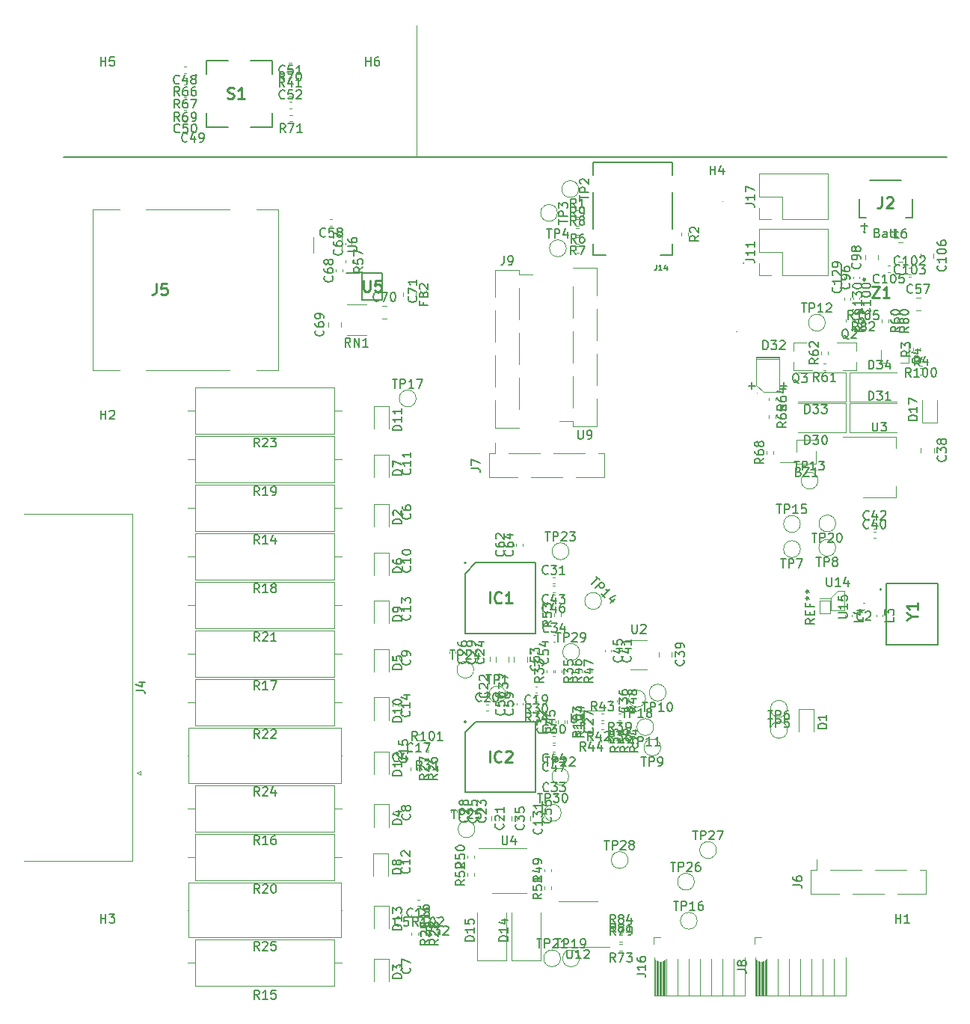
<source format=gbr>
%TF.GenerationSoftware,KiCad,Pcbnew,(5.1.9)-1*%
%TF.CreationDate,2021-07-25T18:06:35+01:00*%
%TF.ProjectId,P205,50323035-2e6b-4696-9361-645f70636258,rev?*%
%TF.SameCoordinates,Original*%
%TF.FileFunction,Legend,Top*%
%TF.FilePolarity,Positive*%
%FSLAX46Y46*%
G04 Gerber Fmt 4.6, Leading zero omitted, Abs format (unit mm)*
G04 Created by KiCad (PCBNEW (5.1.9)-1) date 2021-07-25 18:06:35*
%MOMM*%
%LPD*%
G01*
G04 APERTURE LIST*
%ADD10C,0.150000*%
%ADD11C,0.120000*%
%ADD12C,0.250000*%
%ADD13C,0.200000*%
%ADD14C,0.100000*%
%ADD15C,0.010000*%
%ADD16C,0.127000*%
%ADD17C,0.254000*%
G04 APERTURE END LIST*
D10*
X155000000Y-30000000D02*
X255000000Y-30000000D01*
D11*
X195000000Y-15040000D02*
X195000000Y-30000000D01*
D12*
%TO.C,Z1*%
X245800000Y-43825000D02*
G75*
G03*
X245800000Y-43825000I-125000J0D01*
G01*
D13*
%TO.C,Y1*%
X248200000Y-78200000D02*
X254000000Y-78200000D01*
X254000000Y-78200000D02*
X254000000Y-85200000D01*
X254000000Y-85200000D02*
X248200000Y-85200000D01*
X248200000Y-85200000D02*
X248200000Y-78200000D01*
X247647550Y-78912000D02*
G75*
G03*
X247647550Y-78912000I-88550J0D01*
G01*
%TO.C,U5*%
X188825000Y-43125000D02*
X191125000Y-43125000D01*
X191125000Y-43125000D02*
X191125000Y-46125000D01*
X191125000Y-46125000D02*
X188825000Y-46125000D01*
X188825000Y-46125000D02*
X188825000Y-43125000D01*
X187075000Y-43125000D02*
X188475000Y-43125000D01*
%TO.C,S1*%
X171175000Y-26550000D02*
X171175000Y-25000000D01*
X171175000Y-19050000D02*
X171175000Y-20600000D01*
X171175000Y-19050000D02*
X173675000Y-19050000D01*
X178675000Y-19050000D02*
X176175000Y-19050000D01*
X178675000Y-19050000D02*
X178675000Y-20600000D01*
X178675000Y-26550000D02*
X178675000Y-25000000D01*
X171175000Y-26550000D02*
X173675000Y-26550000D01*
X178675000Y-26550000D02*
X176175000Y-26550000D01*
X170099370Y-20684000D02*
G75*
G03*
X170099370Y-20684000I-72370J0D01*
G01*
%TO.C,IC2*%
X201700000Y-93900000D02*
X208500000Y-93900000D01*
X208500000Y-93900000D02*
X208500000Y-101900000D01*
X208500000Y-101900000D02*
X200500000Y-101900000D01*
X200500000Y-101900000D02*
X200500000Y-95100000D01*
X200500000Y-95100000D02*
X201700000Y-93900000D01*
X200600000Y-93900000D02*
G75*
G03*
X200600000Y-93900000I-100000J0D01*
G01*
%TO.C,IC1*%
X201700000Y-75900000D02*
X208500000Y-75900000D01*
X208500000Y-75900000D02*
X208500000Y-83900000D01*
X208500000Y-83900000D02*
X200500000Y-83900000D01*
X200500000Y-83900000D02*
X200500000Y-77100000D01*
X200500000Y-77100000D02*
X201700000Y-75900000D01*
X200600000Y-75900000D02*
G75*
G03*
X200600000Y-75900000I-100000J0D01*
G01*
D11*
%TO.C,J7*%
X203195000Y-66205000D02*
X203195000Y-63545000D01*
X203195000Y-63545000D02*
X203865000Y-63545000D01*
X205385000Y-63545000D02*
X208945000Y-63545000D01*
X210465000Y-63545000D02*
X214025000Y-63545000D01*
X215545000Y-63545000D02*
X216215000Y-63545000D01*
X216215000Y-66205000D02*
X216215000Y-63545000D01*
X203195000Y-66205000D02*
X206405000Y-66205000D01*
X207925000Y-66205000D02*
X211485000Y-66205000D01*
X213005000Y-66205000D02*
X216215000Y-66205000D01*
X203865000Y-63545000D02*
X203865000Y-62335000D01*
%TO.C,J6*%
X239615000Y-113355000D02*
X239615000Y-110695000D01*
X239615000Y-110695000D02*
X240285000Y-110695000D01*
X241805000Y-110695000D02*
X245365000Y-110695000D01*
X246885000Y-110695000D02*
X250445000Y-110695000D01*
X251965000Y-110695000D02*
X252635000Y-110695000D01*
X252635000Y-113355000D02*
X252635000Y-110695000D01*
X239615000Y-113355000D02*
X242825000Y-113355000D01*
X244345000Y-113355000D02*
X247905000Y-113355000D01*
X249425000Y-113355000D02*
X252635000Y-113355000D01*
X240285000Y-110695000D02*
X240285000Y-109485000D01*
%TO.C,R68*%
X235405000Y-63578641D02*
X235405000Y-63271359D01*
X234645000Y-63578641D02*
X234645000Y-63271359D01*
D14*
%TO.C,J5*%
X158350000Y-35885000D02*
X161350000Y-35885000D01*
X158350000Y-54085000D02*
X158350000Y-35885000D01*
X161350000Y-54085000D02*
X158350000Y-54085000D01*
X179350000Y-35885000D02*
X176850000Y-35885000D01*
X179350000Y-54085000D02*
X179350000Y-35885000D01*
X176850000Y-54085000D02*
X179350000Y-54085000D01*
X173850000Y-35885000D02*
X164350000Y-35885000D01*
X173850000Y-54085000D02*
X164350000Y-54085000D01*
D11*
%TO.C,R18*%
X169120000Y-75200000D02*
X169970000Y-75200000D01*
X186560000Y-75200000D02*
X185710000Y-75200000D01*
X169970000Y-77820000D02*
X185710000Y-77820000D01*
X169970000Y-72580000D02*
X169970000Y-77820000D01*
X185710000Y-72580000D02*
X169970000Y-72580000D01*
X185710000Y-77820000D02*
X185710000Y-72580000D01*
%TO.C,R14*%
X169120000Y-69700000D02*
X169970000Y-69700000D01*
X186560000Y-69700000D02*
X185710000Y-69700000D01*
X169970000Y-72320000D02*
X185710000Y-72320000D01*
X169970000Y-67080000D02*
X169970000Y-72320000D01*
X185710000Y-67080000D02*
X169970000Y-67080000D01*
X185710000Y-72320000D02*
X185710000Y-67080000D01*
%TO.C,R15*%
X169120000Y-121200000D02*
X169970000Y-121200000D01*
X186560000Y-121200000D02*
X185710000Y-121200000D01*
X169970000Y-123820000D02*
X185710000Y-123820000D01*
X169970000Y-118580000D02*
X169970000Y-123820000D01*
X185710000Y-118580000D02*
X169970000Y-118580000D01*
X185710000Y-123820000D02*
X185710000Y-118580000D01*
%TO.C,TP30*%
X211375000Y-104200000D02*
G75*
G03*
X211375000Y-104200000I-950000J0D01*
G01*
%TO.C,TP29*%
X213450000Y-86000000D02*
G75*
G03*
X213450000Y-86000000I-950000J0D01*
G01*
%TO.C,TP28*%
X218950000Y-109550000D02*
G75*
G03*
X218950000Y-109550000I-950000J0D01*
G01*
%TO.C,TP27*%
X228950000Y-108420000D02*
G75*
G03*
X228950000Y-108420000I-950000J0D01*
G01*
%TO.C,TP26*%
X226450000Y-112000000D02*
G75*
G03*
X226450000Y-112000000I-950000J0D01*
G01*
%TO.C,U9*%
X215375000Y-45640000D02*
X215375000Y-42530000D01*
X215375000Y-50720000D02*
X215375000Y-47160000D01*
X215375000Y-55800000D02*
X215375000Y-52240000D01*
X215375000Y-43100000D02*
X215375000Y-42530000D01*
X212715000Y-60430000D02*
X212715000Y-59860000D01*
X212715000Y-59860000D02*
X211195000Y-59860000D01*
X215375000Y-60430000D02*
X215375000Y-57320000D01*
X212715000Y-48180000D02*
X212715000Y-44620000D01*
X212715000Y-53260000D02*
X212715000Y-49700000D01*
X212715000Y-58340000D02*
X212715000Y-54780000D01*
X215375000Y-42530000D02*
X212715000Y-42530000D01*
X215375000Y-60430000D02*
X212715000Y-60430000D01*
%TO.C,J9*%
X203915000Y-57520000D02*
X203915000Y-60630000D01*
X203915000Y-52440000D02*
X203915000Y-56000000D01*
X203915000Y-47360000D02*
X203915000Y-50920000D01*
X203915000Y-60060000D02*
X203915000Y-60630000D01*
X206575000Y-42730000D02*
X206575000Y-43300000D01*
X206575000Y-43300000D02*
X208095000Y-43300000D01*
X203915000Y-42730000D02*
X203915000Y-45840000D01*
X206575000Y-54980000D02*
X206575000Y-58540000D01*
X206575000Y-49900000D02*
X206575000Y-53460000D01*
X206575000Y-44820000D02*
X206575000Y-48380000D01*
X203915000Y-60630000D02*
X206575000Y-60630000D01*
X203915000Y-42730000D02*
X206575000Y-42730000D01*
%TO.C,TP23*%
X212250000Y-74600000D02*
G75*
G03*
X212250000Y-74600000I-950000J0D01*
G01*
%TO.C,TP22*%
X212225000Y-100100000D02*
G75*
G03*
X212225000Y-100100000I-950000J0D01*
G01*
D15*
%TO.C,NT1*%
G36*
X229610346Y-34964207D02*
G01*
X229626624Y-34971798D01*
X229619033Y-34988075D01*
X229602755Y-34980485D01*
X229610346Y-34964207D01*
G37*
X229610346Y-34964207D02*
X229626624Y-34971798D01*
X229619033Y-34988075D01*
X229602755Y-34980485D01*
X229610346Y-34964207D01*
G36*
X231966375Y-41937314D02*
G01*
X231982652Y-41944904D01*
X231975062Y-41961182D01*
X231958784Y-41953591D01*
X231966375Y-41937314D01*
G37*
X231966375Y-41937314D02*
X231982652Y-41944904D01*
X231975062Y-41961182D01*
X231958784Y-41953591D01*
X231966375Y-41937314D01*
G36*
X231185846Y-49672365D02*
G01*
X231202124Y-49679955D01*
X231194534Y-49696233D01*
X231178256Y-49688643D01*
X231185846Y-49672365D01*
G37*
X231185846Y-49672365D02*
X231202124Y-49679955D01*
X231194534Y-49696233D01*
X231178256Y-49688643D01*
X231185846Y-49672365D01*
G36*
X233541875Y-56645471D02*
G01*
X233558153Y-56653062D01*
X233550562Y-56669339D01*
X233534285Y-56661749D01*
X233541875Y-56645471D01*
G37*
X233541875Y-56645471D02*
X233558153Y-56653062D01*
X233550562Y-56669339D01*
X233534285Y-56661749D01*
X233541875Y-56645471D01*
D13*
%TO.C,J2*%
X245700000Y-38350000D02*
X245700000Y-38350000D01*
X245700000Y-38550000D02*
X245700000Y-38550000D01*
X245700000Y-38350000D02*
X245700000Y-38350000D01*
X245100000Y-36875000D02*
X245100000Y-34750000D01*
X245100000Y-36875000D02*
X245100000Y-36875000D01*
X245100000Y-34750000D02*
X245100000Y-36875000D01*
X245100000Y-34750000D02*
X245100000Y-34750000D01*
X251100000Y-34750000D02*
X251100000Y-36875000D01*
X251100000Y-34750000D02*
X251100000Y-34750000D01*
X251100000Y-36875000D02*
X251100000Y-34750000D01*
X251100000Y-36875000D02*
X251100000Y-36875000D01*
X245100000Y-36875000D02*
X245100000Y-36875000D01*
X245850000Y-36875000D02*
X245100000Y-36875000D01*
X245850000Y-36875000D02*
X245850000Y-36875000D01*
X245100000Y-36875000D02*
X245850000Y-36875000D01*
X249850000Y-32625000D02*
X249850000Y-32625000D01*
X246350000Y-32625000D02*
X249850000Y-32625000D01*
X246350000Y-32625000D02*
X246350000Y-32625000D01*
X249850000Y-32625000D02*
X246350000Y-32625000D01*
X250350000Y-36875000D02*
X250350000Y-36875000D01*
X251100000Y-36875000D02*
X250350000Y-36875000D01*
X251100000Y-36875000D02*
X251100000Y-36875000D01*
X250350000Y-36875000D02*
X251100000Y-36875000D01*
X245700000Y-38550000D02*
G75*
G02*
X245700000Y-38350000I0J100000D01*
G01*
X245700000Y-38350000D02*
G75*
G02*
X245700000Y-38550000I0J-100000D01*
G01*
X245700000Y-38550000D02*
G75*
G02*
X245700000Y-38350000I0J100000D01*
G01*
D11*
%TO.C,R84*%
X217986359Y-117070000D02*
X218293641Y-117070000D01*
X217986359Y-117830000D02*
X218293641Y-117830000D01*
%TO.C,R81*%
X217986359Y-118070000D02*
X218293641Y-118070000D01*
X217986359Y-118830000D02*
X218293641Y-118830000D01*
%TO.C,R79*%
X218293641Y-116820000D02*
X217986359Y-116820000D01*
X218293641Y-116060000D02*
X217986359Y-116060000D01*
%TO.C,R73*%
X218293641Y-119830000D02*
X217986359Y-119830000D01*
X218293641Y-119070000D02*
X217986359Y-119070000D01*
%TO.C,U15*%
X241800000Y-80150000D02*
X240600000Y-80150000D01*
X241800000Y-79950000D02*
X240600000Y-79950000D01*
X241800000Y-81650000D02*
X241800000Y-80150000D01*
X240600000Y-81650000D02*
X241800000Y-81650000D01*
X240600000Y-80150000D02*
X240600000Y-81650000D01*
%TO.C,U14*%
X241925000Y-79850000D02*
X242675000Y-79100000D01*
X242675000Y-79100000D02*
X243425000Y-79100000D01*
X243425000Y-79100000D02*
X243425000Y-81300000D01*
X243425000Y-81300000D02*
X241925000Y-81300000D01*
X241925000Y-81300000D02*
X241925000Y-79850000D01*
%TO.C,U12*%
X213260000Y-119400000D02*
X216860000Y-119400000D01*
X213260000Y-119400000D02*
X211060000Y-119400000D01*
X213260000Y-114180000D02*
X215460000Y-114180000D01*
X213260000Y-114180000D02*
X211060000Y-114180000D01*
%TO.C,U6*%
X186510000Y-40800000D02*
X186510000Y-38350000D01*
X183290000Y-39000000D02*
X183290000Y-40800000D01*
%TO.C,U4*%
X205475000Y-108195000D02*
X202025000Y-108195000D01*
X205475000Y-108195000D02*
X207425000Y-108195000D01*
X205475000Y-113315000D02*
X203525000Y-113315000D01*
X205475000Y-113315000D02*
X207425000Y-113315000D01*
%TO.C,U3*%
X243287500Y-61640000D02*
X249297500Y-61640000D01*
X245537500Y-68460000D02*
X249297500Y-68460000D01*
X249297500Y-61640000D02*
X249297500Y-62900000D01*
X249297500Y-68460000D02*
X249297500Y-67200000D01*
%TO.C,U2*%
X221050000Y-84715000D02*
X218600000Y-84715000D01*
X219250000Y-87935000D02*
X221050000Y-87935000D01*
%TO.C,U1*%
X213280000Y-92655000D02*
X216280000Y-92655000D01*
X212280000Y-89415000D02*
X214280000Y-89415000D01*
%TO.C,TP25*%
X201600000Y-106060000D02*
G75*
G03*
X201600000Y-106060000I-950000J0D01*
G01*
%TO.C,TP24*%
X201475000Y-88000000D02*
G75*
G03*
X201475000Y-88000000I-950000J0D01*
G01*
%TO.C,TP21*%
X211300000Y-120670000D02*
G75*
G03*
X211300000Y-120670000I-950000J0D01*
G01*
%TO.C,TP20*%
X242450000Y-71450000D02*
G75*
G03*
X242450000Y-71450000I-950000J0D01*
G01*
%TO.C,TP19*%
X213440000Y-120680000D02*
G75*
G03*
X213440000Y-120680000I-950000J0D01*
G01*
%TO.C,TP18*%
X220925000Y-91275000D02*
G75*
G03*
X220925000Y-91275000I-950000J0D01*
G01*
%TO.C,TP17*%
X194950000Y-57300000D02*
G75*
G03*
X194950000Y-57300000I-950000J0D01*
G01*
%TO.C,TP16*%
X226775000Y-116425000D02*
G75*
G03*
X226775000Y-116425000I-950000J0D01*
G01*
%TO.C,TP15*%
X238450000Y-71500000D02*
G75*
G03*
X238450000Y-71500000I-950000J0D01*
G01*
%TO.C,TP14*%
X215944489Y-80217208D02*
G75*
G03*
X215944489Y-80217208I-949999J0D01*
G01*
%TO.C,TP13*%
X240450000Y-66600000D02*
G75*
G03*
X240450000Y-66600000I-950000J0D01*
G01*
%TO.C,TP12*%
X241275000Y-48725000D02*
G75*
G03*
X241275000Y-48725000I-950000J0D01*
G01*
%TO.C,TP11*%
X221850000Y-94500000D02*
G75*
G03*
X221850000Y-94500000I-950000J0D01*
G01*
%TO.C,TP10*%
X223250000Y-90600000D02*
G75*
G03*
X223250000Y-90600000I-950000J0D01*
G01*
%TO.C,TP9*%
X222650000Y-96800000D02*
G75*
G03*
X222650000Y-96800000I-950000J0D01*
G01*
%TO.C,TP8*%
X242450000Y-74200000D02*
G75*
G03*
X242450000Y-74200000I-950000J0D01*
G01*
%TO.C,TP7*%
X238450000Y-74350000D02*
G75*
G03*
X238450000Y-74350000I-950000J0D01*
G01*
%TO.C,TP6*%
X236975000Y-94825000D02*
G75*
G03*
X236975000Y-94825000I-950000J0D01*
G01*
%TO.C,TP5*%
X236975000Y-92425000D02*
G75*
G03*
X236975000Y-92425000I-950000J0D01*
G01*
%TO.C,TP4*%
X211950000Y-40300000D02*
G75*
G03*
X211950000Y-40300000I-950000J0D01*
G01*
%TO.C,TP3*%
X210950000Y-36300000D02*
G75*
G03*
X210950000Y-36300000I-950000J0D01*
G01*
%TO.C,TP2*%
X213350000Y-33600000D02*
G75*
G03*
X213350000Y-33600000I-950000J0D01*
G01*
%TO.C,TP1*%
X205100000Y-90800000D02*
G75*
G03*
X205100000Y-90800000I-950000J0D01*
G01*
%TO.C,RN1*%
X187100000Y-50100000D02*
X189300000Y-50100000D01*
X187100000Y-46700000D02*
X189300000Y-46700000D01*
%TO.C,R105*%
X245411359Y-49455000D02*
X245718641Y-49455000D01*
X245411359Y-48695000D02*
X245718641Y-48695000D01*
%TO.C,R104*%
X212000000Y-93746359D02*
X212000000Y-94053641D01*
X212760000Y-93746359D02*
X212760000Y-94053641D01*
%TO.C,R103*%
X214760000Y-94063641D02*
X214760000Y-93756359D01*
X214000000Y-94063641D02*
X214000000Y-93756359D01*
%TO.C,R102*%
X196463641Y-115020000D02*
X196156359Y-115020000D01*
X196463641Y-115780000D02*
X196156359Y-115780000D01*
%TO.C,R101*%
X196056359Y-97080000D02*
X196363641Y-97080000D01*
X196056359Y-96320000D02*
X196363641Y-96320000D01*
%TO.C,R100*%
X252238641Y-52845000D02*
X251931359Y-52845000D01*
X252238641Y-53605000D02*
X251931359Y-53605000D01*
%TO.C,R82*%
X245718641Y-47645000D02*
X245411359Y-47645000D01*
X245718641Y-48405000D02*
X245411359Y-48405000D01*
%TO.C,R80*%
X248715000Y-48381359D02*
X248715000Y-48688641D01*
X249475000Y-48381359D02*
X249475000Y-48688641D01*
%TO.C,R71*%
X180943641Y-25195000D02*
X180636359Y-25195000D01*
X180943641Y-25955000D02*
X180636359Y-25955000D01*
%TO.C,R70*%
X180843641Y-19320000D02*
X180536359Y-19320000D01*
X180843641Y-20080000D02*
X180536359Y-20080000D01*
%TO.C,R69*%
X168943641Y-23920000D02*
X168636359Y-23920000D01*
X168943641Y-24680000D02*
X168636359Y-24680000D01*
%TO.C,R67*%
X168953641Y-22420000D02*
X168646359Y-22420000D01*
X168953641Y-23180000D02*
X168646359Y-23180000D01*
%TO.C,R66*%
X168953641Y-21020000D02*
X168646359Y-21020000D01*
X168953641Y-21780000D02*
X168646359Y-21780000D01*
%TO.C,R65*%
X234845000Y-59181359D02*
X234845000Y-59488641D01*
X235605000Y-59181359D02*
X235605000Y-59488641D01*
%TO.C,R64*%
X234845000Y-57221359D02*
X234845000Y-57528641D01*
X235605000Y-57221359D02*
X235605000Y-57528641D01*
%TO.C,R62*%
X241580000Y-52288641D02*
X241580000Y-51981359D01*
X240820000Y-52288641D02*
X240820000Y-51981359D01*
%TO.C,R61*%
X241343641Y-53345000D02*
X241036359Y-53345000D01*
X241343641Y-54105000D02*
X241036359Y-54105000D01*
%TO.C,R60*%
X247695000Y-48371359D02*
X247695000Y-48678641D01*
X248455000Y-48371359D02*
X248455000Y-48678641D01*
%TO.C,R59*%
X243620000Y-48336360D02*
X243620000Y-48643642D01*
X244380000Y-48336360D02*
X244380000Y-48643642D01*
%TO.C,R57*%
X186920000Y-41646359D02*
X186920000Y-41953641D01*
X187680000Y-41646359D02*
X187680000Y-41953641D01*
%TO.C,R56*%
X217000000Y-95896359D02*
X217000000Y-96203641D01*
X217760000Y-95896359D02*
X217760000Y-96203641D01*
%TO.C,R55*%
X215900000Y-95896359D02*
X215900000Y-96203641D01*
X216660000Y-95896359D02*
X216660000Y-96203641D01*
%TO.C,R54*%
X218100000Y-95916359D02*
X218100000Y-96223641D01*
X218860000Y-95916359D02*
X218860000Y-96223641D01*
%TO.C,R53*%
X211380000Y-81963641D02*
X211380000Y-81656359D01*
X210620000Y-81963641D02*
X210620000Y-81656359D01*
%TO.C,R52*%
X201540000Y-111303641D02*
X201540000Y-110996359D01*
X200780000Y-111303641D02*
X200780000Y-110996359D01*
%TO.C,R51*%
X210280000Y-112853641D02*
X210280000Y-112546359D01*
X209520000Y-112853641D02*
X209520000Y-112546359D01*
%TO.C,R50*%
X201540000Y-109323641D02*
X201540000Y-109016359D01*
X200780000Y-109323641D02*
X200780000Y-109016359D01*
%TO.C,R49*%
X210280000Y-110853641D02*
X210280000Y-110546359D01*
X209520000Y-110853641D02*
X209520000Y-110546359D01*
%TO.C,R48*%
X217925000Y-91371359D02*
X217925000Y-91678641D01*
X218685000Y-91371359D02*
X218685000Y-91678641D01*
%TO.C,R47*%
X212975000Y-88021359D02*
X212975000Y-88328641D01*
X213735000Y-88021359D02*
X213735000Y-88328641D01*
%TO.C,R46*%
X214785000Y-88328641D02*
X214785000Y-88021359D01*
X214025000Y-88328641D02*
X214025000Y-88021359D01*
%TO.C,R45*%
X211760000Y-94053641D02*
X211760000Y-93746359D01*
X211000000Y-94053641D02*
X211000000Y-93746359D01*
%TO.C,R44*%
X214933641Y-95180000D02*
X214626359Y-95180000D01*
X214933641Y-95940000D02*
X214626359Y-95940000D01*
%TO.C,R43*%
X215876359Y-93740000D02*
X216183641Y-93740000D01*
X215876359Y-92980000D02*
X216183641Y-92980000D01*
%TO.C,R42*%
X215886359Y-94790000D02*
X216193641Y-94790000D01*
X215886359Y-94030000D02*
X216193641Y-94030000D01*
%TO.C,R41*%
X180536359Y-23080000D02*
X180843641Y-23080000D01*
X180536359Y-22320000D02*
X180843641Y-22320000D01*
%TO.C,R39*%
X218153641Y-92970000D02*
X217846359Y-92970000D01*
X218153641Y-93730000D02*
X217846359Y-93730000D01*
%TO.C,R36*%
X218163641Y-94040000D02*
X217856359Y-94040000D01*
X218163641Y-94800000D02*
X217856359Y-94800000D01*
%TO.C,R35*%
X210700000Y-88021359D02*
X210700000Y-88328641D01*
X211460000Y-88021359D02*
X211460000Y-88328641D01*
%TO.C,R34*%
X208713641Y-91910000D02*
X208406359Y-91910000D01*
X208713641Y-92670000D02*
X208406359Y-92670000D01*
%TO.C,R33*%
X210460000Y-88328641D02*
X210460000Y-88021359D01*
X209700000Y-88328641D02*
X209700000Y-88021359D01*
%TO.C,R32*%
X197503641Y-116020000D02*
X197196359Y-116020000D01*
X197503641Y-116780000D02*
X197196359Y-116780000D01*
%TO.C,R31*%
X196363641Y-97320000D02*
X196056359Y-97320000D01*
X196363641Y-98080000D02*
X196056359Y-98080000D01*
%TO.C,R30*%
X208713641Y-90890000D02*
X208406359Y-90890000D01*
X208713641Y-91650000D02*
X208406359Y-91650000D01*
%TO.C,R29*%
X194420000Y-117756359D02*
X194420000Y-118063641D01*
X195180000Y-117756359D02*
X195180000Y-118063641D01*
%TO.C,R28*%
X195470000Y-117736359D02*
X195470000Y-118043641D01*
X196230000Y-117736359D02*
X196230000Y-118043641D01*
%TO.C,R27*%
X194320000Y-99056359D02*
X194320000Y-99363641D01*
X195080000Y-99056359D02*
X195080000Y-99363641D01*
%TO.C,R26*%
X195340000Y-99056359D02*
X195340000Y-99363641D01*
X196100000Y-99056359D02*
X196100000Y-99363641D01*
%TO.C,R25*%
X169120000Y-115200000D02*
X169220000Y-115200000D01*
X186560000Y-115200000D02*
X186460000Y-115200000D01*
X169220000Y-118320000D02*
X186460000Y-118320000D01*
X169220000Y-112080000D02*
X169220000Y-118320000D01*
X186460000Y-112080000D02*
X169220000Y-112080000D01*
X186460000Y-118320000D02*
X186460000Y-112080000D01*
%TO.C,R24*%
X169120000Y-97700000D02*
X169220000Y-97700000D01*
X186560000Y-97700000D02*
X186460000Y-97700000D01*
X169220000Y-100820000D02*
X186460000Y-100820000D01*
X169220000Y-94580000D02*
X169220000Y-100820000D01*
X186460000Y-94580000D02*
X169220000Y-94580000D01*
X186460000Y-100820000D02*
X186460000Y-94580000D01*
%TO.C,R23*%
X169120000Y-58700000D02*
X169970000Y-58700000D01*
X186560000Y-58700000D02*
X185710000Y-58700000D01*
X169970000Y-61320000D02*
X185710000Y-61320000D01*
X169970000Y-56080000D02*
X169970000Y-61320000D01*
X185710000Y-56080000D02*
X169970000Y-56080000D01*
X185710000Y-61320000D02*
X185710000Y-56080000D01*
%TO.C,R22*%
X169120000Y-91700000D02*
X169970000Y-91700000D01*
X186560000Y-91700000D02*
X185710000Y-91700000D01*
X169970000Y-94320000D02*
X185710000Y-94320000D01*
X169970000Y-89080000D02*
X169970000Y-94320000D01*
X185710000Y-89080000D02*
X169970000Y-89080000D01*
X185710000Y-94320000D02*
X185710000Y-89080000D01*
%TO.C,R21*%
X169120000Y-80700000D02*
X169970000Y-80700000D01*
X186560000Y-80700000D02*
X185710000Y-80700000D01*
X169970000Y-83320000D02*
X185710000Y-83320000D01*
X169970000Y-78080000D02*
X169970000Y-83320000D01*
X185710000Y-78080000D02*
X169970000Y-78080000D01*
X185710000Y-83320000D02*
X185710000Y-78080000D01*
%TO.C,R20*%
X169120000Y-109200000D02*
X169970000Y-109200000D01*
X186560000Y-109200000D02*
X185710000Y-109200000D01*
X169970000Y-111820000D02*
X185710000Y-111820000D01*
X169970000Y-106580000D02*
X169970000Y-111820000D01*
X185710000Y-106580000D02*
X169970000Y-106580000D01*
X185710000Y-111820000D02*
X185710000Y-106580000D01*
%TO.C,R19*%
X169120000Y-64200000D02*
X169970000Y-64200000D01*
X186560000Y-64200000D02*
X185710000Y-64200000D01*
X169970000Y-66820000D02*
X185710000Y-66820000D01*
X169970000Y-61580000D02*
X169970000Y-66820000D01*
X185710000Y-61580000D02*
X169970000Y-61580000D01*
X185710000Y-66820000D02*
X185710000Y-61580000D01*
%TO.C,R17*%
X169120000Y-86200000D02*
X169970000Y-86200000D01*
X186560000Y-86200000D02*
X185710000Y-86200000D01*
X169970000Y-88820000D02*
X185710000Y-88820000D01*
X169970000Y-83580000D02*
X169970000Y-88820000D01*
X185710000Y-83580000D02*
X169970000Y-83580000D01*
X185710000Y-88820000D02*
X185710000Y-83580000D01*
%TO.C,R16*%
X169120000Y-103700000D02*
X169970000Y-103700000D01*
X186560000Y-103700000D02*
X185710000Y-103700000D01*
X169970000Y-106320000D02*
X185710000Y-106320000D01*
X169970000Y-101080000D02*
X169970000Y-106320000D01*
X185710000Y-101080000D02*
X169970000Y-101080000D01*
X185710000Y-106320000D02*
X185710000Y-101080000D01*
%TO.C,R9*%
X213061359Y-37780000D02*
X213368641Y-37780000D01*
X213061359Y-37020000D02*
X213368641Y-37020000D01*
%TO.C,R8*%
X213061359Y-38780000D02*
X213368641Y-38780000D01*
X213061359Y-38020000D02*
X213368641Y-38020000D01*
%TO.C,R7*%
X213368642Y-39020000D02*
X213061360Y-39020000D01*
X213368642Y-39780000D02*
X213061360Y-39780000D01*
%TO.C,R6*%
X213081358Y-40780000D02*
X213388640Y-40780000D01*
X213081358Y-40020000D02*
X213388640Y-40020000D01*
%TO.C,R4*%
X251946359Y-54630000D02*
X252253641Y-54630000D01*
X251946359Y-53870000D02*
X252253641Y-53870000D01*
%TO.C,R3*%
X252005000Y-51913641D02*
X252005000Y-51606359D01*
X251245000Y-51913641D02*
X251245000Y-51606359D01*
%TO.C,R2*%
X224945000Y-38556359D02*
X224945000Y-38863641D01*
X225705000Y-38556359D02*
X225705000Y-38863641D01*
%TO.C,R1*%
X213061359Y-36780000D02*
X213368641Y-36780000D01*
X213061359Y-36020000D02*
X213368641Y-36020000D01*
%TO.C,Q4*%
X247570000Y-53285000D02*
X247570000Y-51825000D01*
X250730000Y-53285000D02*
X250730000Y-51125000D01*
X250730000Y-53285000D02*
X249800000Y-53285000D01*
X247570000Y-53285000D02*
X248500000Y-53285000D01*
%TO.C,Q3*%
X237640000Y-50945000D02*
X239100000Y-50945000D01*
X237640000Y-54105000D02*
X239800000Y-54105000D01*
X237640000Y-54105000D02*
X237640000Y-53175000D01*
X237640000Y-50945000D02*
X237640000Y-51875000D01*
%TO.C,Q2*%
X244760000Y-54105000D02*
X243300000Y-54105000D01*
X244760000Y-50945000D02*
X242600000Y-50945000D01*
X244760000Y-50945000D02*
X244760000Y-51875000D01*
X244760000Y-54105000D02*
X244760000Y-53175000D01*
%TO.C,L6*%
X249513748Y-41810000D02*
X250036252Y-41810000D01*
X249513748Y-39590000D02*
X250036252Y-39590000D01*
%TO.C,L4*%
X243540000Y-81772164D02*
X243540000Y-81987836D01*
X244260000Y-81772164D02*
X244260000Y-81987836D01*
%TO.C,L3*%
X247065000Y-81772164D02*
X247065000Y-81987836D01*
X247785000Y-81772164D02*
X247785000Y-81987836D01*
%TO.C,J17*%
X233790000Y-37030000D02*
X233790000Y-35700000D01*
X235120000Y-37030000D02*
X233790000Y-37030000D01*
X233790000Y-34430000D02*
X233790000Y-31830000D01*
X236390000Y-34430000D02*
X233790000Y-34430000D01*
X236390000Y-37030000D02*
X236390000Y-34430000D01*
X233790000Y-31830000D02*
X241530000Y-31830000D01*
X236390000Y-37030000D02*
X241530000Y-37030000D01*
X241530000Y-37030000D02*
X241530000Y-31830000D01*
%TO.C,J16*%
X221865000Y-119025000D02*
X221865000Y-118265000D01*
X221865000Y-118265000D02*
X222625000Y-118265000D01*
X221930000Y-124905000D02*
X232210000Y-124905000D01*
X232210000Y-124905000D02*
X232210000Y-120602530D01*
X221930000Y-124905000D02*
X221930000Y-120602530D01*
X230880000Y-124905000D02*
X230880000Y-120712582D01*
X229610000Y-124905000D02*
X229610000Y-120712582D01*
X228340000Y-124905000D02*
X228340000Y-120712582D01*
X227070000Y-124905000D02*
X227070000Y-120712582D01*
X225800000Y-124905000D02*
X225800000Y-120712582D01*
X224530000Y-124905000D02*
X224530000Y-120712582D01*
X223260000Y-124905000D02*
X223260000Y-120712582D01*
X223150000Y-124905000D02*
X223150000Y-120844523D01*
X223040000Y-124905000D02*
X223040000Y-120931691D01*
X222930000Y-124905000D02*
X222930000Y-120991114D01*
X222820000Y-124905000D02*
X222820000Y-121029558D01*
X222710000Y-124905000D02*
X222710000Y-121050232D01*
X222600000Y-124905000D02*
X222600000Y-121054589D01*
X222490000Y-124905000D02*
X222490000Y-121042914D01*
X222380000Y-124905000D02*
X222380000Y-121014427D01*
X222270000Y-124905000D02*
X222270000Y-120966993D01*
X222160000Y-124905000D02*
X222160000Y-120896145D01*
X222050000Y-124905000D02*
X222050000Y-120791966D01*
D16*
%TO.C,J14*%
X222580000Y-41110000D02*
X224000000Y-41110000D01*
X224000000Y-41110000D02*
X224000000Y-39800000D01*
X224000000Y-38080000D02*
X224000000Y-33980000D01*
X224000000Y-32010000D02*
X224000000Y-30610000D01*
X224000000Y-30610000D02*
X215000000Y-30610000D01*
X215000000Y-30610000D02*
X215000000Y-32020000D01*
X215000000Y-33990000D02*
X215000000Y-38100000D01*
X215000000Y-39820000D02*
X215000000Y-41110000D01*
X215000000Y-41110000D02*
X216420000Y-41110000D01*
D11*
%TO.C,J11*%
X233790000Y-43330000D02*
X233790000Y-42000000D01*
X235120000Y-43330000D02*
X233790000Y-43330000D01*
X233790000Y-40730000D02*
X233790000Y-38130000D01*
X236390000Y-40730000D02*
X233790000Y-40730000D01*
X236390000Y-43330000D02*
X236390000Y-40730000D01*
X233790000Y-38130000D02*
X241530000Y-38130000D01*
X236390000Y-43330000D02*
X241530000Y-43330000D01*
X241530000Y-43330000D02*
X241530000Y-38130000D01*
%TO.C,J8*%
X233265000Y-119025000D02*
X233265000Y-118265000D01*
X233265000Y-118265000D02*
X234025000Y-118265000D01*
X233330000Y-124905000D02*
X243610000Y-124905000D01*
X243610000Y-124905000D02*
X243610000Y-120602530D01*
X233330000Y-124905000D02*
X233330000Y-120602530D01*
X242280000Y-124905000D02*
X242280000Y-120712582D01*
X241010000Y-124905000D02*
X241010000Y-120712582D01*
X239740000Y-124905000D02*
X239740000Y-120712582D01*
X238470000Y-124905000D02*
X238470000Y-120712582D01*
X237200000Y-124905000D02*
X237200000Y-120712582D01*
X235930000Y-124905000D02*
X235930000Y-120712582D01*
X234660000Y-124905000D02*
X234660000Y-120712582D01*
X234550000Y-124905000D02*
X234550000Y-120844523D01*
X234440000Y-124905000D02*
X234440000Y-120931691D01*
X234330000Y-124905000D02*
X234330000Y-120991114D01*
X234220000Y-124905000D02*
X234220000Y-121029558D01*
X234110000Y-124905000D02*
X234110000Y-121050232D01*
X234000000Y-124905000D02*
X234000000Y-121054589D01*
X233890000Y-124905000D02*
X233890000Y-121042914D01*
X233780000Y-124905000D02*
X233780000Y-121014427D01*
X233670000Y-124905000D02*
X233670000Y-120966993D01*
X233560000Y-124905000D02*
X233560000Y-120896145D01*
X233450000Y-124905000D02*
X233450000Y-120791966D01*
%TO.C,J4*%
X163321325Y-99700000D02*
X163754338Y-99450000D01*
X163754338Y-99950000D02*
X163321325Y-99700000D01*
X163754338Y-99450000D02*
X163754338Y-99950000D01*
X162860000Y-109665000D02*
X150520000Y-109665000D01*
X162860000Y-70345000D02*
X162860000Y-109665000D01*
X150520000Y-70345000D02*
X162860000Y-70345000D01*
%TO.C,FB2*%
X193465000Y-45310436D02*
X193465000Y-45764564D01*
X194935000Y-45310436D02*
X194935000Y-45764564D01*
%TO.C,D34*%
X244000000Y-54375000D02*
X249400000Y-54375000D01*
X244000000Y-57675000D02*
X249400000Y-57675000D01*
X244000000Y-54375000D02*
X244000000Y-57675000D01*
%TO.C,D33*%
X243600000Y-57675000D02*
X238200000Y-57675000D01*
X243600000Y-54375000D02*
X238200000Y-54375000D01*
X243600000Y-57675000D02*
X243600000Y-54375000D01*
%TO.C,D32*%
X233475000Y-52800000D02*
X236025000Y-52800000D01*
X233475000Y-52700000D02*
X236025000Y-52700000D01*
X236025000Y-56600000D02*
X234275000Y-56600000D01*
X236025000Y-52600000D02*
X236025000Y-56600000D01*
X233475000Y-52600000D02*
X236025000Y-52600000D01*
X233475000Y-55800000D02*
X233475000Y-52600000D01*
X234275000Y-56600000D02*
X233475000Y-55800000D01*
%TO.C,D31*%
X244000000Y-57875000D02*
X249400000Y-57875000D01*
X244000000Y-61175000D02*
X249400000Y-61175000D01*
X244000000Y-57875000D02*
X244000000Y-61175000D01*
%TO.C,D30*%
X243600000Y-61175000D02*
X238200000Y-61175000D01*
X243600000Y-57875000D02*
X238200000Y-57875000D01*
X243600000Y-61175000D02*
X243600000Y-57875000D01*
%TO.C,D17*%
X252225000Y-60050000D02*
X252225000Y-57500000D01*
X253925000Y-60050000D02*
X253925000Y-57500000D01*
X252225000Y-60050000D02*
X253925000Y-60050000D01*
%TO.C,D15*%
X201900000Y-120890000D02*
X201900000Y-115490000D01*
X205200000Y-120890000D02*
X205200000Y-115490000D01*
X201900000Y-120890000D02*
X205200000Y-120890000D01*
%TO.C,D14*%
X205750000Y-120890000D02*
X205750000Y-115490000D01*
X209050000Y-120890000D02*
X209050000Y-115490000D01*
X205750000Y-120890000D02*
X209050000Y-120890000D01*
%TO.C,D13*%
X191850000Y-114700000D02*
X191850000Y-117250000D01*
X190150000Y-114700000D02*
X190150000Y-117250000D01*
X191850000Y-114700000D02*
X190150000Y-114700000D01*
%TO.C,D12*%
X191850000Y-97250000D02*
X191850000Y-99800000D01*
X190150000Y-97250000D02*
X190150000Y-99800000D01*
X191850000Y-97250000D02*
X190150000Y-97250000D01*
%TO.C,D11*%
X191850000Y-58200000D02*
X191850000Y-60750000D01*
X190150000Y-58200000D02*
X190150000Y-60750000D01*
X191850000Y-58200000D02*
X190150000Y-58200000D01*
%TO.C,D10*%
X191850000Y-91150000D02*
X191850000Y-93700000D01*
X190150000Y-91150000D02*
X190150000Y-93700000D01*
X191850000Y-91150000D02*
X190150000Y-91150000D01*
%TO.C,D9*%
X191850000Y-80200000D02*
X191850000Y-82750000D01*
X190150000Y-80200000D02*
X190150000Y-82750000D01*
X191850000Y-80200000D02*
X190150000Y-80200000D01*
%TO.C,D8*%
X191800000Y-108825000D02*
X191800000Y-111375000D01*
X190100000Y-108825000D02*
X190100000Y-111375000D01*
X191800000Y-108825000D02*
X190100000Y-108825000D01*
%TO.C,D7*%
X191850000Y-63700000D02*
X191850000Y-66250000D01*
X190150000Y-63700000D02*
X190150000Y-66250000D01*
X191850000Y-63700000D02*
X190150000Y-63700000D01*
%TO.C,D6*%
X191850000Y-74750000D02*
X191850000Y-77300000D01*
X190150000Y-74750000D02*
X190150000Y-77300000D01*
X191850000Y-74750000D02*
X190150000Y-74750000D01*
%TO.C,D5*%
X191850000Y-85700000D02*
X191850000Y-88250000D01*
X190150000Y-85700000D02*
X190150000Y-88250000D01*
X191850000Y-85700000D02*
X190150000Y-85700000D01*
%TO.C,D4*%
X191850000Y-103250000D02*
X191850000Y-105800000D01*
X190150000Y-103250000D02*
X190150000Y-105800000D01*
X191850000Y-103250000D02*
X190150000Y-103250000D01*
%TO.C,D3*%
X191850000Y-120700000D02*
X191850000Y-123250000D01*
X190150000Y-120700000D02*
X190150000Y-123250000D01*
X191850000Y-120700000D02*
X190150000Y-120700000D01*
%TO.C,D2*%
X191850000Y-69250000D02*
X191850000Y-71800000D01*
X190150000Y-69250000D02*
X190150000Y-71800000D01*
X191850000Y-69250000D02*
X190150000Y-69250000D01*
%TO.C,D1*%
X239975000Y-92425000D02*
X239975000Y-94975000D01*
X238275000Y-92425000D02*
X238275000Y-94975000D01*
X239975000Y-92425000D02*
X238275000Y-92425000D01*
%TO.C,C131*%
X206365000Y-104588748D02*
X206365000Y-105111252D01*
X207835000Y-104588748D02*
X207835000Y-105111252D01*
%TO.C,C130*%
X243415000Y-45897164D02*
X243415000Y-46112836D01*
X244135000Y-45897164D02*
X244135000Y-46112836D01*
%TO.C,C129*%
X244135000Y-43712836D02*
X244135000Y-43497164D01*
X243415000Y-43712836D02*
X243415000Y-43497164D01*
%TO.C,C106*%
X253535000Y-40888748D02*
X253535000Y-41411252D01*
X252065000Y-40888748D02*
X252065000Y-41411252D01*
%TO.C,C105*%
X248562836Y-42265000D02*
X248347164Y-42265000D01*
X248562836Y-42985000D02*
X248347164Y-42985000D01*
%TO.C,C103*%
X250722164Y-44259999D02*
X250937836Y-44259999D01*
X250722164Y-43539999D02*
X250937836Y-43539999D01*
%TO.C,C102*%
X250712164Y-43260000D02*
X250927836Y-43260000D01*
X250712164Y-42540000D02*
X250927836Y-42540000D01*
%TO.C,C100*%
X244415000Y-45887164D02*
X244415000Y-46102836D01*
X245135000Y-45887164D02*
X245135000Y-46102836D01*
%TO.C,C98*%
X247235000Y-41611253D02*
X247235000Y-41088749D01*
X245765000Y-41611253D02*
X245765000Y-41088749D01*
%TO.C,C96*%
X245135000Y-43712836D02*
X245135000Y-43497164D01*
X244415000Y-43712836D02*
X244415000Y-43497164D01*
%TO.C,C71*%
X196110000Y-45227836D02*
X196110000Y-45012164D01*
X195390000Y-45227836D02*
X195390000Y-45012164D01*
%TO.C,C70*%
X191088748Y-48260000D02*
X191611252Y-48260000D01*
X191088748Y-46790000D02*
X191611252Y-46790000D01*
%TO.C,C69*%
X186460000Y-49211252D02*
X186460000Y-48688748D01*
X184990000Y-49211252D02*
X184990000Y-48688748D01*
%TO.C,C68*%
X186610000Y-42932836D02*
X186610000Y-42717164D01*
X185890000Y-42932836D02*
X185890000Y-42717164D01*
%TO.C,C67*%
X187660000Y-39907836D02*
X187660000Y-39692164D01*
X186940000Y-39907836D02*
X186940000Y-39692164D01*
%TO.C,C64*%
X207015000Y-73972836D02*
X207015000Y-73757164D01*
X206295000Y-73972836D02*
X206295000Y-73757164D01*
%TO.C,C62*%
X206015000Y-73972836D02*
X206015000Y-73757164D01*
X205295000Y-73972836D02*
X205295000Y-73757164D01*
%TO.C,C59*%
X207035000Y-91967836D02*
X207035000Y-91752164D01*
X206315000Y-91967836D02*
X206315000Y-91752164D01*
%TO.C,C58*%
X185427836Y-37040000D02*
X185212164Y-37040000D01*
X185427836Y-37760000D02*
X185212164Y-37760000D01*
%TO.C,C57*%
X251538748Y-45865000D02*
X252061252Y-45865000D01*
X251538748Y-47335000D02*
X252061252Y-47335000D01*
%TO.C,C56*%
X206035000Y-91967836D02*
X206035000Y-91752164D01*
X205315000Y-91967836D02*
X205315000Y-91752164D01*
%TO.C,C55*%
X208290000Y-103972164D02*
X208290000Y-104187836D01*
X209010000Y-103972164D02*
X209010000Y-104187836D01*
%TO.C,C54*%
X207940000Y-85942164D02*
X207940000Y-86157836D01*
X208660000Y-85942164D02*
X208660000Y-86157836D01*
%TO.C,C53*%
X206040000Y-86563748D02*
X206040000Y-87086252D01*
X207510000Y-86563748D02*
X207510000Y-87086252D01*
%TO.C,C52*%
X180612164Y-24460000D02*
X180827836Y-24460000D01*
X180612164Y-23740000D02*
X180827836Y-23740000D01*
%TO.C,C51*%
X180612164Y-21660000D02*
X180827836Y-21660000D01*
X180612164Y-20940000D02*
X180827836Y-20940000D01*
%TO.C,C50*%
X168927836Y-25240000D02*
X168712164Y-25240000D01*
X168927836Y-25960000D02*
X168712164Y-25960000D01*
%TO.C,C49*%
X169782836Y-26290000D02*
X169567164Y-26290000D01*
X169782836Y-27010000D02*
X169567164Y-27010000D01*
%TO.C,C48*%
X168887836Y-19740000D02*
X168672164Y-19740000D01*
X168887836Y-20460000D02*
X168672164Y-20460000D01*
%TO.C,C47*%
X210657836Y-97510000D02*
X210442164Y-97510000D01*
X210657836Y-98230000D02*
X210442164Y-98230000D01*
%TO.C,C46*%
X210627836Y-79530000D02*
X210412164Y-79530000D01*
X210627836Y-80250000D02*
X210412164Y-80250000D01*
%TO.C,C45*%
X216310000Y-85742164D02*
X216310000Y-85957836D01*
X217030000Y-85742164D02*
X217030000Y-85957836D01*
%TO.C,C44*%
X210657836Y-96530000D02*
X210442164Y-96530000D01*
X210657836Y-97250000D02*
X210442164Y-97250000D01*
%TO.C,C43*%
X210627836Y-78530000D02*
X210412164Y-78530000D01*
X210627836Y-79250000D02*
X210412164Y-79250000D01*
%TO.C,C42*%
X246742164Y-72085000D02*
X246957836Y-72085000D01*
X246742164Y-71365000D02*
X246957836Y-71365000D01*
%TO.C,C41*%
X217315000Y-85742164D02*
X217315000Y-85957836D01*
X218035000Y-85742164D02*
X218035000Y-85957836D01*
%TO.C,C40*%
X246737164Y-73085000D02*
X246952836Y-73085000D01*
X246737164Y-72365000D02*
X246952836Y-72365000D01*
%TO.C,C39*%
X222440000Y-85988748D02*
X222440000Y-86511252D01*
X223910000Y-85988748D02*
X223910000Y-86511252D01*
%TO.C,C38*%
X252090000Y-62888748D02*
X252090000Y-63411252D01*
X253560000Y-62888748D02*
X253560000Y-63411252D01*
%TO.C,C37*%
X203940000Y-86563748D02*
X203940000Y-87086252D01*
X205410000Y-86563748D02*
X205410000Y-87086252D01*
%TO.C,C36*%
X216945000Y-91427164D02*
X216945000Y-91642836D01*
X217665000Y-91427164D02*
X217665000Y-91642836D01*
%TO.C,C35*%
X204315000Y-104588748D02*
X204315000Y-105111252D01*
X205785000Y-104588748D02*
X205785000Y-105111252D01*
%TO.C,C34*%
X210472164Y-84835000D02*
X210687836Y-84835000D01*
X210472164Y-84115000D02*
X210687836Y-84115000D01*
%TO.C,C33*%
X210462164Y-102860000D02*
X210677836Y-102860000D01*
X210462164Y-102140000D02*
X210677836Y-102140000D01*
%TO.C,C32*%
X210730000Y-94027836D02*
X210730000Y-93812164D01*
X210010000Y-94027836D02*
X210010000Y-93812164D01*
%TO.C,C31*%
X210412164Y-78260000D02*
X210627836Y-78260000D01*
X210412164Y-77540000D02*
X210627836Y-77540000D01*
%TO.C,C30*%
X210442164Y-96270000D02*
X210657836Y-96270000D01*
X210442164Y-95550000D02*
X210657836Y-95550000D01*
%TO.C,C29*%
X199690000Y-85937164D02*
X199690000Y-86152836D01*
X200410000Y-85937164D02*
X200410000Y-86152836D01*
%TO.C,C28*%
X198890000Y-103912164D02*
X198890000Y-104127836D01*
X199610000Y-103912164D02*
X199610000Y-104127836D01*
%TO.C,C27*%
X213020000Y-93802164D02*
X213020000Y-94017836D01*
X213740000Y-93802164D02*
X213740000Y-94017836D01*
%TO.C,C26*%
X198690000Y-85922164D02*
X198690000Y-86137836D01*
X199410000Y-85922164D02*
X199410000Y-86137836D01*
%TO.C,C25*%
X199890000Y-103922164D02*
X199890000Y-104137836D01*
X200610000Y-103922164D02*
X200610000Y-104137836D01*
%TO.C,C24*%
X200690000Y-85922164D02*
X200690000Y-86137836D01*
X201410000Y-85922164D02*
X201410000Y-86137836D01*
%TO.C,C23*%
X200890000Y-103912164D02*
X200890000Y-104127836D01*
X201610000Y-103912164D02*
X201610000Y-104127836D01*
%TO.C,C22*%
X201840000Y-86513748D02*
X201840000Y-87036252D01*
X203310000Y-86513748D02*
X203310000Y-87036252D01*
%TO.C,C21*%
X202015000Y-104538748D02*
X202015000Y-105061252D01*
X203485000Y-104538748D02*
X203485000Y-105061252D01*
%TO.C,C20*%
X202882164Y-92670000D02*
X203097836Y-92670000D01*
X202882164Y-91950000D02*
X203097836Y-91950000D01*
%TO.C,C19*%
X208657836Y-89910000D02*
X208442164Y-89910000D01*
X208657836Y-90630000D02*
X208442164Y-90630000D01*
%TO.C,C18*%
X195307836Y-114040000D02*
X195092164Y-114040000D01*
X195307836Y-114760000D02*
X195092164Y-114760000D01*
%TO.C,C17*%
X195327836Y-95340000D02*
X195112164Y-95340000D01*
X195327836Y-96060000D02*
X195112164Y-96060000D01*
%TO.C,C16*%
X194440000Y-115772164D02*
X194440000Y-115987836D01*
X195160000Y-115772164D02*
X195160000Y-115987836D01*
%TO.C,C15*%
X195060000Y-97327836D02*
X195060000Y-97112164D01*
X194340000Y-97327836D02*
X194340000Y-97112164D01*
%TO.C,C14*%
X192290000Y-91942164D02*
X192290000Y-92157836D01*
X193010000Y-91942164D02*
X193010000Y-92157836D01*
%TO.C,C13*%
X192340000Y-81012164D02*
X192340000Y-81227836D01*
X193060000Y-81012164D02*
X193060000Y-81227836D01*
%TO.C,C12*%
X192290000Y-109647164D02*
X192290000Y-109862836D01*
X193010000Y-109647164D02*
X193010000Y-109862836D01*
%TO.C,C11*%
X192390000Y-64542164D02*
X192390000Y-64757836D01*
X193110000Y-64542164D02*
X193110000Y-64757836D01*
%TO.C,C10*%
X192390000Y-75562164D02*
X192390000Y-75777836D01*
X193110000Y-75562164D02*
X193110000Y-75777836D01*
%TO.C,C9*%
X192340000Y-86562164D02*
X192340000Y-86777836D01*
X193060000Y-86562164D02*
X193060000Y-86777836D01*
%TO.C,C8*%
X192340000Y-104072164D02*
X192340000Y-104287836D01*
X193060000Y-104072164D02*
X193060000Y-104287836D01*
%TO.C,C7*%
X192340000Y-121492164D02*
X192340000Y-121707836D01*
X193060000Y-121492164D02*
X193060000Y-121707836D01*
%TO.C,C6*%
X192390000Y-70062164D02*
X192390000Y-70277836D01*
X193110000Y-70062164D02*
X193110000Y-70277836D01*
%TO.C,C5*%
X193427836Y-115040000D02*
X193212164Y-115040000D01*
X193427836Y-115760000D02*
X193212164Y-115760000D01*
%TO.C,C4*%
X193227836Y-96440000D02*
X193012164Y-96440000D01*
X193227836Y-97160000D02*
X193012164Y-97160000D01*
%TO.C,C2*%
X245732836Y-80440000D02*
X245517164Y-80440000D01*
X245732836Y-81160000D02*
X245517164Y-81160000D01*
%TO.C,BZ1*%
X240235000Y-62105000D02*
X240235000Y-61995000D01*
X238015000Y-64655000D02*
X238015000Y-64545000D01*
X238015000Y-64545000D02*
X236185000Y-64545000D01*
X240235000Y-64645000D02*
X240235000Y-63275000D01*
X238015000Y-63375000D02*
X238015000Y-62005000D01*
X240235000Y-61995000D02*
X238015000Y-61995000D01*
X240235000Y-64655000D02*
X238015000Y-64655000D01*
%TO.C,Z1*%
D17*
X246546904Y-44629523D02*
X247393571Y-44629523D01*
X246546904Y-45899523D01*
X247393571Y-45899523D01*
X248542619Y-45899523D02*
X247816904Y-45899523D01*
X248179761Y-45899523D02*
X248179761Y-44629523D01*
X248058809Y-44810952D01*
X247937857Y-44931904D01*
X247816904Y-44992380D01*
%TO.C,Y1*%
X251094761Y-81958761D02*
X251699523Y-81958761D01*
X250429523Y-82382095D02*
X251094761Y-81958761D01*
X250429523Y-81535428D01*
X251699523Y-80446857D02*
X251699523Y-81172571D01*
X251699523Y-80809714D02*
X250429523Y-80809714D01*
X250610952Y-80930666D01*
X250731904Y-81051619D01*
X250792380Y-81172571D01*
%TO.C,U5*%
X189007380Y-43929523D02*
X189007380Y-44957619D01*
X189067857Y-45078571D01*
X189128333Y-45139047D01*
X189249285Y-45199523D01*
X189491190Y-45199523D01*
X189612142Y-45139047D01*
X189672619Y-45078571D01*
X189733095Y-44957619D01*
X189733095Y-43929523D01*
X190942619Y-43929523D02*
X190337857Y-43929523D01*
X190277380Y-44534285D01*
X190337857Y-44473809D01*
X190458809Y-44413333D01*
X190761190Y-44413333D01*
X190882142Y-44473809D01*
X190942619Y-44534285D01*
X191003095Y-44655238D01*
X191003095Y-44957619D01*
X190942619Y-45078571D01*
X190882142Y-45139047D01*
X190761190Y-45199523D01*
X190458809Y-45199523D01*
X190337857Y-45139047D01*
X190277380Y-45078571D01*
%TO.C,S1*%
X173597380Y-23304047D02*
X173778809Y-23364523D01*
X174081190Y-23364523D01*
X174202142Y-23304047D01*
X174262619Y-23243571D01*
X174323095Y-23122619D01*
X174323095Y-23001666D01*
X174262619Y-22880714D01*
X174202142Y-22820238D01*
X174081190Y-22759761D01*
X173839285Y-22699285D01*
X173718333Y-22638809D01*
X173657857Y-22578333D01*
X173597380Y-22457380D01*
X173597380Y-22336428D01*
X173657857Y-22215476D01*
X173718333Y-22155000D01*
X173839285Y-22094523D01*
X174141666Y-22094523D01*
X174323095Y-22155000D01*
X175532619Y-23364523D02*
X174806904Y-23364523D01*
X175169761Y-23364523D02*
X175169761Y-22094523D01*
X175048809Y-22275952D01*
X174927857Y-22396904D01*
X174806904Y-22457380D01*
%TO.C,IC2*%
X203260238Y-98474523D02*
X203260238Y-97204523D01*
X204590714Y-98353571D02*
X204530238Y-98414047D01*
X204348809Y-98474523D01*
X204227857Y-98474523D01*
X204046428Y-98414047D01*
X203925476Y-98293095D01*
X203865000Y-98172142D01*
X203804523Y-97930238D01*
X203804523Y-97748809D01*
X203865000Y-97506904D01*
X203925476Y-97385952D01*
X204046428Y-97265000D01*
X204227857Y-97204523D01*
X204348809Y-97204523D01*
X204530238Y-97265000D01*
X204590714Y-97325476D01*
X205074523Y-97325476D02*
X205135000Y-97265000D01*
X205255952Y-97204523D01*
X205558333Y-97204523D01*
X205679285Y-97265000D01*
X205739761Y-97325476D01*
X205800238Y-97446428D01*
X205800238Y-97567380D01*
X205739761Y-97748809D01*
X205014047Y-98474523D01*
X205800238Y-98474523D01*
%TO.C,IC1*%
X203260238Y-80474523D02*
X203260238Y-79204523D01*
X204590714Y-80353571D02*
X204530238Y-80414047D01*
X204348809Y-80474523D01*
X204227857Y-80474523D01*
X204046428Y-80414047D01*
X203925476Y-80293095D01*
X203865000Y-80172142D01*
X203804523Y-79930238D01*
X203804523Y-79748809D01*
X203865000Y-79506904D01*
X203925476Y-79385952D01*
X204046428Y-79265000D01*
X204227857Y-79204523D01*
X204348809Y-79204523D01*
X204530238Y-79265000D01*
X204590714Y-79325476D01*
X205800238Y-80474523D02*
X205074523Y-80474523D01*
X205437380Y-80474523D02*
X205437380Y-79204523D01*
X205316428Y-79385952D01*
X205195476Y-79506904D01*
X205074523Y-79567380D01*
%TO.C,J7*%
D10*
X201207380Y-65208333D02*
X201921666Y-65208333D01*
X202064523Y-65255952D01*
X202159761Y-65351190D01*
X202207380Y-65494047D01*
X202207380Y-65589285D01*
X201207380Y-64827380D02*
X201207380Y-64160714D01*
X202207380Y-64589285D01*
%TO.C,J6*%
X237627380Y-112358333D02*
X238341666Y-112358333D01*
X238484523Y-112405952D01*
X238579761Y-112501190D01*
X238627380Y-112644047D01*
X238627380Y-112739285D01*
X237627380Y-111453571D02*
X237627380Y-111644047D01*
X237675000Y-111739285D01*
X237722619Y-111786904D01*
X237865476Y-111882142D01*
X238055952Y-111929761D01*
X238436904Y-111929761D01*
X238532142Y-111882142D01*
X238579761Y-111834523D01*
X238627380Y-111739285D01*
X238627380Y-111548809D01*
X238579761Y-111453571D01*
X238532142Y-111405952D01*
X238436904Y-111358333D01*
X238198809Y-111358333D01*
X238103571Y-111405952D01*
X238055952Y-111453571D01*
X238008333Y-111548809D01*
X238008333Y-111739285D01*
X238055952Y-111834523D01*
X238103571Y-111882142D01*
X238198809Y-111929761D01*
%TO.C,R68*%
X234307380Y-64067857D02*
X233831190Y-64401190D01*
X234307380Y-64639285D02*
X233307380Y-64639285D01*
X233307380Y-64258333D01*
X233355000Y-64163095D01*
X233402619Y-64115476D01*
X233497857Y-64067857D01*
X233640714Y-64067857D01*
X233735952Y-64115476D01*
X233783571Y-64163095D01*
X233831190Y-64258333D01*
X233831190Y-64639285D01*
X233307380Y-63210714D02*
X233307380Y-63401190D01*
X233355000Y-63496428D01*
X233402619Y-63544047D01*
X233545476Y-63639285D01*
X233735952Y-63686904D01*
X234116904Y-63686904D01*
X234212142Y-63639285D01*
X234259761Y-63591666D01*
X234307380Y-63496428D01*
X234307380Y-63305952D01*
X234259761Y-63210714D01*
X234212142Y-63163095D01*
X234116904Y-63115476D01*
X233878809Y-63115476D01*
X233783571Y-63163095D01*
X233735952Y-63210714D01*
X233688333Y-63305952D01*
X233688333Y-63496428D01*
X233735952Y-63591666D01*
X233783571Y-63639285D01*
X233878809Y-63686904D01*
X233735952Y-62544047D02*
X233688333Y-62639285D01*
X233640714Y-62686904D01*
X233545476Y-62734523D01*
X233497857Y-62734523D01*
X233402619Y-62686904D01*
X233355000Y-62639285D01*
X233307380Y-62544047D01*
X233307380Y-62353571D01*
X233355000Y-62258333D01*
X233402619Y-62210714D01*
X233497857Y-62163095D01*
X233545476Y-62163095D01*
X233640714Y-62210714D01*
X233688333Y-62258333D01*
X233735952Y-62353571D01*
X233735952Y-62544047D01*
X233783571Y-62639285D01*
X233831190Y-62686904D01*
X233926428Y-62734523D01*
X234116904Y-62734523D01*
X234212142Y-62686904D01*
X234259761Y-62639285D01*
X234307380Y-62544047D01*
X234307380Y-62353571D01*
X234259761Y-62258333D01*
X234212142Y-62210714D01*
X234116904Y-62163095D01*
X233926428Y-62163095D01*
X233831190Y-62210714D01*
X233783571Y-62258333D01*
X233735952Y-62353571D01*
%TO.C,J5*%
D17*
X165501666Y-44289523D02*
X165501666Y-45196666D01*
X165441190Y-45378095D01*
X165320238Y-45499047D01*
X165138809Y-45559523D01*
X165017857Y-45559523D01*
X166711190Y-44289523D02*
X166106428Y-44289523D01*
X166045952Y-44894285D01*
X166106428Y-44833809D01*
X166227380Y-44773333D01*
X166529761Y-44773333D01*
X166650714Y-44833809D01*
X166711190Y-44894285D01*
X166771666Y-45015238D01*
X166771666Y-45317619D01*
X166711190Y-45438571D01*
X166650714Y-45499047D01*
X166529761Y-45559523D01*
X166227380Y-45559523D01*
X166106428Y-45499047D01*
X166045952Y-45438571D01*
%TO.C,R18*%
D10*
X177197142Y-79272380D02*
X176863809Y-78796190D01*
X176625714Y-79272380D02*
X176625714Y-78272380D01*
X177006666Y-78272380D01*
X177101904Y-78320000D01*
X177149523Y-78367619D01*
X177197142Y-78462857D01*
X177197142Y-78605714D01*
X177149523Y-78700952D01*
X177101904Y-78748571D01*
X177006666Y-78796190D01*
X176625714Y-78796190D01*
X178149523Y-79272380D02*
X177578095Y-79272380D01*
X177863809Y-79272380D02*
X177863809Y-78272380D01*
X177768571Y-78415238D01*
X177673333Y-78510476D01*
X177578095Y-78558095D01*
X178720952Y-78700952D02*
X178625714Y-78653333D01*
X178578095Y-78605714D01*
X178530476Y-78510476D01*
X178530476Y-78462857D01*
X178578095Y-78367619D01*
X178625714Y-78320000D01*
X178720952Y-78272380D01*
X178911428Y-78272380D01*
X179006666Y-78320000D01*
X179054285Y-78367619D01*
X179101904Y-78462857D01*
X179101904Y-78510476D01*
X179054285Y-78605714D01*
X179006666Y-78653333D01*
X178911428Y-78700952D01*
X178720952Y-78700952D01*
X178625714Y-78748571D01*
X178578095Y-78796190D01*
X178530476Y-78891428D01*
X178530476Y-79081904D01*
X178578095Y-79177142D01*
X178625714Y-79224761D01*
X178720952Y-79272380D01*
X178911428Y-79272380D01*
X179006666Y-79224761D01*
X179054285Y-79177142D01*
X179101904Y-79081904D01*
X179101904Y-78891428D01*
X179054285Y-78796190D01*
X179006666Y-78748571D01*
X178911428Y-78700952D01*
%TO.C,R14*%
X177197142Y-73772380D02*
X176863809Y-73296190D01*
X176625714Y-73772380D02*
X176625714Y-72772380D01*
X177006666Y-72772380D01*
X177101904Y-72820000D01*
X177149523Y-72867619D01*
X177197142Y-72962857D01*
X177197142Y-73105714D01*
X177149523Y-73200952D01*
X177101904Y-73248571D01*
X177006666Y-73296190D01*
X176625714Y-73296190D01*
X178149523Y-73772380D02*
X177578095Y-73772380D01*
X177863809Y-73772380D02*
X177863809Y-72772380D01*
X177768571Y-72915238D01*
X177673333Y-73010476D01*
X177578095Y-73058095D01*
X179006666Y-73105714D02*
X179006666Y-73772380D01*
X178768571Y-72724761D02*
X178530476Y-73439047D01*
X179149523Y-73439047D01*
%TO.C,R15*%
X177197142Y-125272380D02*
X176863809Y-124796190D01*
X176625714Y-125272380D02*
X176625714Y-124272380D01*
X177006666Y-124272380D01*
X177101904Y-124320000D01*
X177149523Y-124367619D01*
X177197142Y-124462857D01*
X177197142Y-124605714D01*
X177149523Y-124700952D01*
X177101904Y-124748571D01*
X177006666Y-124796190D01*
X176625714Y-124796190D01*
X178149523Y-125272380D02*
X177578095Y-125272380D01*
X177863809Y-125272380D02*
X177863809Y-124272380D01*
X177768571Y-124415238D01*
X177673333Y-124510476D01*
X177578095Y-124558095D01*
X179054285Y-124272380D02*
X178578095Y-124272380D01*
X178530476Y-124748571D01*
X178578095Y-124700952D01*
X178673333Y-124653333D01*
X178911428Y-124653333D01*
X179006666Y-124700952D01*
X179054285Y-124748571D01*
X179101904Y-124843809D01*
X179101904Y-125081904D01*
X179054285Y-125177142D01*
X179006666Y-125224761D01*
X178911428Y-125272380D01*
X178673333Y-125272380D01*
X178578095Y-125224761D01*
X178530476Y-125177142D01*
%TO.C,H6*%
X189238095Y-19652380D02*
X189238095Y-18652380D01*
X189238095Y-19128571D02*
X189809523Y-19128571D01*
X189809523Y-19652380D02*
X189809523Y-18652380D01*
X190714285Y-18652380D02*
X190523809Y-18652380D01*
X190428571Y-18700000D01*
X190380952Y-18747619D01*
X190285714Y-18890476D01*
X190238095Y-19080952D01*
X190238095Y-19461904D01*
X190285714Y-19557142D01*
X190333333Y-19604761D01*
X190428571Y-19652380D01*
X190619047Y-19652380D01*
X190714285Y-19604761D01*
X190761904Y-19557142D01*
X190809523Y-19461904D01*
X190809523Y-19223809D01*
X190761904Y-19128571D01*
X190714285Y-19080952D01*
X190619047Y-19033333D01*
X190428571Y-19033333D01*
X190333333Y-19080952D01*
X190285714Y-19128571D01*
X190238095Y-19223809D01*
%TO.C,H5*%
X159238095Y-19652380D02*
X159238095Y-18652380D01*
X159238095Y-19128571D02*
X159809523Y-19128571D01*
X159809523Y-19652380D02*
X159809523Y-18652380D01*
X160761904Y-18652380D02*
X160285714Y-18652380D01*
X160238095Y-19128571D01*
X160285714Y-19080952D01*
X160380952Y-19033333D01*
X160619047Y-19033333D01*
X160714285Y-19080952D01*
X160761904Y-19128571D01*
X160809523Y-19223809D01*
X160809523Y-19461904D01*
X160761904Y-19557142D01*
X160714285Y-19604761D01*
X160619047Y-19652380D01*
X160380952Y-19652380D01*
X160285714Y-19604761D01*
X160238095Y-19557142D01*
%TO.C,TP30*%
X208686904Y-102004380D02*
X209258333Y-102004380D01*
X208972619Y-103004380D02*
X208972619Y-102004380D01*
X209591666Y-103004380D02*
X209591666Y-102004380D01*
X209972619Y-102004380D01*
X210067857Y-102052000D01*
X210115476Y-102099619D01*
X210163095Y-102194857D01*
X210163095Y-102337714D01*
X210115476Y-102432952D01*
X210067857Y-102480571D01*
X209972619Y-102528190D01*
X209591666Y-102528190D01*
X210496428Y-102004380D02*
X211115476Y-102004380D01*
X210782142Y-102385333D01*
X210925000Y-102385333D01*
X211020238Y-102432952D01*
X211067857Y-102480571D01*
X211115476Y-102575809D01*
X211115476Y-102813904D01*
X211067857Y-102909142D01*
X211020238Y-102956761D01*
X210925000Y-103004380D01*
X210639285Y-103004380D01*
X210544047Y-102956761D01*
X210496428Y-102909142D01*
X211734523Y-102004380D02*
X211829761Y-102004380D01*
X211925000Y-102052000D01*
X211972619Y-102099619D01*
X212020238Y-102194857D01*
X212067857Y-102385333D01*
X212067857Y-102623428D01*
X212020238Y-102813904D01*
X211972619Y-102909142D01*
X211925000Y-102956761D01*
X211829761Y-103004380D01*
X211734523Y-103004380D01*
X211639285Y-102956761D01*
X211591666Y-102909142D01*
X211544047Y-102813904D01*
X211496428Y-102623428D01*
X211496428Y-102385333D01*
X211544047Y-102194857D01*
X211591666Y-102099619D01*
X211639285Y-102052000D01*
X211734523Y-102004380D01*
%TO.C,TP29*%
X210761904Y-83804380D02*
X211333333Y-83804380D01*
X211047619Y-84804380D02*
X211047619Y-83804380D01*
X211666666Y-84804380D02*
X211666666Y-83804380D01*
X212047619Y-83804380D01*
X212142857Y-83852000D01*
X212190476Y-83899619D01*
X212238095Y-83994857D01*
X212238095Y-84137714D01*
X212190476Y-84232952D01*
X212142857Y-84280571D01*
X212047619Y-84328190D01*
X211666666Y-84328190D01*
X212619047Y-83899619D02*
X212666666Y-83852000D01*
X212761904Y-83804380D01*
X213000000Y-83804380D01*
X213095238Y-83852000D01*
X213142857Y-83899619D01*
X213190476Y-83994857D01*
X213190476Y-84090095D01*
X213142857Y-84232952D01*
X212571428Y-84804380D01*
X213190476Y-84804380D01*
X213666666Y-84804380D02*
X213857142Y-84804380D01*
X213952380Y-84756761D01*
X214000000Y-84709142D01*
X214095238Y-84566285D01*
X214142857Y-84375809D01*
X214142857Y-83994857D01*
X214095238Y-83899619D01*
X214047619Y-83852000D01*
X213952380Y-83804380D01*
X213761904Y-83804380D01*
X213666666Y-83852000D01*
X213619047Y-83899619D01*
X213571428Y-83994857D01*
X213571428Y-84232952D01*
X213619047Y-84328190D01*
X213666666Y-84375809D01*
X213761904Y-84423428D01*
X213952380Y-84423428D01*
X214047619Y-84375809D01*
X214095238Y-84328190D01*
X214142857Y-84232952D01*
%TO.C,TP28*%
X216261904Y-107354380D02*
X216833333Y-107354380D01*
X216547619Y-108354380D02*
X216547619Y-107354380D01*
X217166666Y-108354380D02*
X217166666Y-107354380D01*
X217547619Y-107354380D01*
X217642857Y-107402000D01*
X217690476Y-107449619D01*
X217738095Y-107544857D01*
X217738095Y-107687714D01*
X217690476Y-107782952D01*
X217642857Y-107830571D01*
X217547619Y-107878190D01*
X217166666Y-107878190D01*
X218119047Y-107449619D02*
X218166666Y-107402000D01*
X218261904Y-107354380D01*
X218500000Y-107354380D01*
X218595238Y-107402000D01*
X218642857Y-107449619D01*
X218690476Y-107544857D01*
X218690476Y-107640095D01*
X218642857Y-107782952D01*
X218071428Y-108354380D01*
X218690476Y-108354380D01*
X219261904Y-107782952D02*
X219166666Y-107735333D01*
X219119047Y-107687714D01*
X219071428Y-107592476D01*
X219071428Y-107544857D01*
X219119047Y-107449619D01*
X219166666Y-107402000D01*
X219261904Y-107354380D01*
X219452380Y-107354380D01*
X219547619Y-107402000D01*
X219595238Y-107449619D01*
X219642857Y-107544857D01*
X219642857Y-107592476D01*
X219595238Y-107687714D01*
X219547619Y-107735333D01*
X219452380Y-107782952D01*
X219261904Y-107782952D01*
X219166666Y-107830571D01*
X219119047Y-107878190D01*
X219071428Y-107973428D01*
X219071428Y-108163904D01*
X219119047Y-108259142D01*
X219166666Y-108306761D01*
X219261904Y-108354380D01*
X219452380Y-108354380D01*
X219547619Y-108306761D01*
X219595238Y-108259142D01*
X219642857Y-108163904D01*
X219642857Y-107973428D01*
X219595238Y-107878190D01*
X219547619Y-107830571D01*
X219452380Y-107782952D01*
%TO.C,TP27*%
X226261904Y-106224380D02*
X226833333Y-106224380D01*
X226547619Y-107224380D02*
X226547619Y-106224380D01*
X227166666Y-107224380D02*
X227166666Y-106224380D01*
X227547619Y-106224380D01*
X227642857Y-106272000D01*
X227690476Y-106319619D01*
X227738095Y-106414857D01*
X227738095Y-106557714D01*
X227690476Y-106652952D01*
X227642857Y-106700571D01*
X227547619Y-106748190D01*
X227166666Y-106748190D01*
X228119047Y-106319619D02*
X228166666Y-106272000D01*
X228261904Y-106224380D01*
X228500000Y-106224380D01*
X228595238Y-106272000D01*
X228642857Y-106319619D01*
X228690476Y-106414857D01*
X228690476Y-106510095D01*
X228642857Y-106652952D01*
X228071428Y-107224380D01*
X228690476Y-107224380D01*
X229023809Y-106224380D02*
X229690476Y-106224380D01*
X229261904Y-107224380D01*
%TO.C,TP26*%
X223761904Y-109804380D02*
X224333333Y-109804380D01*
X224047619Y-110804380D02*
X224047619Y-109804380D01*
X224666666Y-110804380D02*
X224666666Y-109804380D01*
X225047619Y-109804380D01*
X225142857Y-109852000D01*
X225190476Y-109899619D01*
X225238095Y-109994857D01*
X225238095Y-110137714D01*
X225190476Y-110232952D01*
X225142857Y-110280571D01*
X225047619Y-110328190D01*
X224666666Y-110328190D01*
X225619047Y-109899619D02*
X225666666Y-109852000D01*
X225761904Y-109804380D01*
X226000000Y-109804380D01*
X226095238Y-109852000D01*
X226142857Y-109899619D01*
X226190476Y-109994857D01*
X226190476Y-110090095D01*
X226142857Y-110232952D01*
X225571428Y-110804380D01*
X226190476Y-110804380D01*
X227047619Y-109804380D02*
X226857142Y-109804380D01*
X226761904Y-109852000D01*
X226714285Y-109899619D01*
X226619047Y-110042476D01*
X226571428Y-110232952D01*
X226571428Y-110613904D01*
X226619047Y-110709142D01*
X226666666Y-110756761D01*
X226761904Y-110804380D01*
X226952380Y-110804380D01*
X227047619Y-110756761D01*
X227095238Y-110709142D01*
X227142857Y-110613904D01*
X227142857Y-110375809D01*
X227095238Y-110280571D01*
X227047619Y-110232952D01*
X226952380Y-110185333D01*
X226761904Y-110185333D01*
X226666666Y-110232952D01*
X226619047Y-110280571D01*
X226571428Y-110375809D01*
%TO.C,U9*%
X213283095Y-60882380D02*
X213283095Y-61691904D01*
X213330714Y-61787142D01*
X213378333Y-61834761D01*
X213473571Y-61882380D01*
X213664047Y-61882380D01*
X213759285Y-61834761D01*
X213806904Y-61787142D01*
X213854523Y-61691904D01*
X213854523Y-60882380D01*
X214378333Y-61882380D02*
X214568809Y-61882380D01*
X214664047Y-61834761D01*
X214711666Y-61787142D01*
X214806904Y-61644285D01*
X214854523Y-61453809D01*
X214854523Y-61072857D01*
X214806904Y-60977619D01*
X214759285Y-60930000D01*
X214664047Y-60882380D01*
X214473571Y-60882380D01*
X214378333Y-60930000D01*
X214330714Y-60977619D01*
X214283095Y-61072857D01*
X214283095Y-61310952D01*
X214330714Y-61406190D01*
X214378333Y-61453809D01*
X214473571Y-61501428D01*
X214664047Y-61501428D01*
X214759285Y-61453809D01*
X214806904Y-61406190D01*
X214854523Y-61310952D01*
%TO.C,J9*%
X204911666Y-41182380D02*
X204911666Y-41896666D01*
X204864047Y-42039523D01*
X204768809Y-42134761D01*
X204625952Y-42182380D01*
X204530714Y-42182380D01*
X205435476Y-42182380D02*
X205625952Y-42182380D01*
X205721190Y-42134761D01*
X205768809Y-42087142D01*
X205864047Y-41944285D01*
X205911666Y-41753809D01*
X205911666Y-41372857D01*
X205864047Y-41277619D01*
X205816428Y-41230000D01*
X205721190Y-41182380D01*
X205530714Y-41182380D01*
X205435476Y-41230000D01*
X205387857Y-41277619D01*
X205340238Y-41372857D01*
X205340238Y-41610952D01*
X205387857Y-41706190D01*
X205435476Y-41753809D01*
X205530714Y-41801428D01*
X205721190Y-41801428D01*
X205816428Y-41753809D01*
X205864047Y-41706190D01*
X205911666Y-41610952D01*
%TO.C,TP23*%
X209561904Y-72404380D02*
X210133333Y-72404380D01*
X209847619Y-73404380D02*
X209847619Y-72404380D01*
X210466666Y-73404380D02*
X210466666Y-72404380D01*
X210847619Y-72404380D01*
X210942857Y-72452000D01*
X210990476Y-72499619D01*
X211038095Y-72594857D01*
X211038095Y-72737714D01*
X210990476Y-72832952D01*
X210942857Y-72880571D01*
X210847619Y-72928190D01*
X210466666Y-72928190D01*
X211419047Y-72499619D02*
X211466666Y-72452000D01*
X211561904Y-72404380D01*
X211800000Y-72404380D01*
X211895238Y-72452000D01*
X211942857Y-72499619D01*
X211990476Y-72594857D01*
X211990476Y-72690095D01*
X211942857Y-72832952D01*
X211371428Y-73404380D01*
X211990476Y-73404380D01*
X212323809Y-72404380D02*
X212942857Y-72404380D01*
X212609523Y-72785333D01*
X212752380Y-72785333D01*
X212847619Y-72832952D01*
X212895238Y-72880571D01*
X212942857Y-72975809D01*
X212942857Y-73213904D01*
X212895238Y-73309142D01*
X212847619Y-73356761D01*
X212752380Y-73404380D01*
X212466666Y-73404380D01*
X212371428Y-73356761D01*
X212323809Y-73309142D01*
%TO.C,TP22*%
X209536904Y-97904380D02*
X210108333Y-97904380D01*
X209822619Y-98904380D02*
X209822619Y-97904380D01*
X210441666Y-98904380D02*
X210441666Y-97904380D01*
X210822619Y-97904380D01*
X210917857Y-97952000D01*
X210965476Y-97999619D01*
X211013095Y-98094857D01*
X211013095Y-98237714D01*
X210965476Y-98332952D01*
X210917857Y-98380571D01*
X210822619Y-98428190D01*
X210441666Y-98428190D01*
X211394047Y-97999619D02*
X211441666Y-97952000D01*
X211536904Y-97904380D01*
X211775000Y-97904380D01*
X211870238Y-97952000D01*
X211917857Y-97999619D01*
X211965476Y-98094857D01*
X211965476Y-98190095D01*
X211917857Y-98332952D01*
X211346428Y-98904380D01*
X211965476Y-98904380D01*
X212346428Y-97999619D02*
X212394047Y-97952000D01*
X212489285Y-97904380D01*
X212727380Y-97904380D01*
X212822619Y-97952000D01*
X212870238Y-97999619D01*
X212917857Y-98094857D01*
X212917857Y-98190095D01*
X212870238Y-98332952D01*
X212298809Y-98904380D01*
X212917857Y-98904380D01*
%TO.C,J2*%
D17*
X247676666Y-34504523D02*
X247676666Y-35411666D01*
X247616190Y-35593095D01*
X247495238Y-35714047D01*
X247313809Y-35774523D01*
X247192857Y-35774523D01*
X248220952Y-34625476D02*
X248281428Y-34565000D01*
X248402380Y-34504523D01*
X248704761Y-34504523D01*
X248825714Y-34565000D01*
X248886190Y-34625476D01*
X248946666Y-34746428D01*
X248946666Y-34867380D01*
X248886190Y-35048809D01*
X248160476Y-35774523D01*
X248946666Y-35774523D01*
D10*
X247147619Y-38553571D02*
X247290476Y-38601190D01*
X247338095Y-38648809D01*
X247385714Y-38744047D01*
X247385714Y-38886904D01*
X247338095Y-38982142D01*
X247290476Y-39029761D01*
X247195238Y-39077380D01*
X246814285Y-39077380D01*
X246814285Y-38077380D01*
X247147619Y-38077380D01*
X247242857Y-38125000D01*
X247290476Y-38172619D01*
X247338095Y-38267857D01*
X247338095Y-38363095D01*
X247290476Y-38458333D01*
X247242857Y-38505952D01*
X247147619Y-38553571D01*
X246814285Y-38553571D01*
X248242857Y-39077380D02*
X248242857Y-38553571D01*
X248195238Y-38458333D01*
X248100000Y-38410714D01*
X247909523Y-38410714D01*
X247814285Y-38458333D01*
X248242857Y-39029761D02*
X248147619Y-39077380D01*
X247909523Y-39077380D01*
X247814285Y-39029761D01*
X247766666Y-38934523D01*
X247766666Y-38839285D01*
X247814285Y-38744047D01*
X247909523Y-38696428D01*
X248147619Y-38696428D01*
X248242857Y-38648809D01*
X248576190Y-38410714D02*
X248957142Y-38410714D01*
X248719047Y-38077380D02*
X248719047Y-38934523D01*
X248766666Y-39029761D01*
X248861904Y-39077380D01*
X248957142Y-39077380D01*
X249147619Y-38410714D02*
X249528571Y-38410714D01*
X249290476Y-38077380D02*
X249290476Y-38934523D01*
X249338095Y-39029761D01*
X249433333Y-39077380D01*
X249528571Y-39077380D01*
X245319047Y-37796428D02*
X246080952Y-37796428D01*
X245700000Y-38177380D02*
X245700000Y-37415476D01*
%TO.C,R84*%
X217497142Y-116732380D02*
X217163809Y-116256190D01*
X216925714Y-116732380D02*
X216925714Y-115732380D01*
X217306666Y-115732380D01*
X217401904Y-115780000D01*
X217449523Y-115827619D01*
X217497142Y-115922857D01*
X217497142Y-116065714D01*
X217449523Y-116160952D01*
X217401904Y-116208571D01*
X217306666Y-116256190D01*
X216925714Y-116256190D01*
X218068571Y-116160952D02*
X217973333Y-116113333D01*
X217925714Y-116065714D01*
X217878095Y-115970476D01*
X217878095Y-115922857D01*
X217925714Y-115827619D01*
X217973333Y-115780000D01*
X218068571Y-115732380D01*
X218259047Y-115732380D01*
X218354285Y-115780000D01*
X218401904Y-115827619D01*
X218449523Y-115922857D01*
X218449523Y-115970476D01*
X218401904Y-116065714D01*
X218354285Y-116113333D01*
X218259047Y-116160952D01*
X218068571Y-116160952D01*
X217973333Y-116208571D01*
X217925714Y-116256190D01*
X217878095Y-116351428D01*
X217878095Y-116541904D01*
X217925714Y-116637142D01*
X217973333Y-116684761D01*
X218068571Y-116732380D01*
X218259047Y-116732380D01*
X218354285Y-116684761D01*
X218401904Y-116637142D01*
X218449523Y-116541904D01*
X218449523Y-116351428D01*
X218401904Y-116256190D01*
X218354285Y-116208571D01*
X218259047Y-116160952D01*
X219306666Y-116065714D02*
X219306666Y-116732380D01*
X219068571Y-115684761D02*
X218830476Y-116399047D01*
X219449523Y-116399047D01*
%TO.C,R81*%
X217497142Y-117732380D02*
X217163809Y-117256190D01*
X216925714Y-117732380D02*
X216925714Y-116732380D01*
X217306666Y-116732380D01*
X217401904Y-116780000D01*
X217449523Y-116827619D01*
X217497142Y-116922857D01*
X217497142Y-117065714D01*
X217449523Y-117160952D01*
X217401904Y-117208571D01*
X217306666Y-117256190D01*
X216925714Y-117256190D01*
X218068571Y-117160952D02*
X217973333Y-117113333D01*
X217925714Y-117065714D01*
X217878095Y-116970476D01*
X217878095Y-116922857D01*
X217925714Y-116827619D01*
X217973333Y-116780000D01*
X218068571Y-116732380D01*
X218259047Y-116732380D01*
X218354285Y-116780000D01*
X218401904Y-116827619D01*
X218449523Y-116922857D01*
X218449523Y-116970476D01*
X218401904Y-117065714D01*
X218354285Y-117113333D01*
X218259047Y-117160952D01*
X218068571Y-117160952D01*
X217973333Y-117208571D01*
X217925714Y-117256190D01*
X217878095Y-117351428D01*
X217878095Y-117541904D01*
X217925714Y-117637142D01*
X217973333Y-117684761D01*
X218068571Y-117732380D01*
X218259047Y-117732380D01*
X218354285Y-117684761D01*
X218401904Y-117637142D01*
X218449523Y-117541904D01*
X218449523Y-117351428D01*
X218401904Y-117256190D01*
X218354285Y-117208571D01*
X218259047Y-117160952D01*
X219401904Y-117732380D02*
X218830476Y-117732380D01*
X219116190Y-117732380D02*
X219116190Y-116732380D01*
X219020952Y-116875238D01*
X218925714Y-116970476D01*
X218830476Y-117018095D01*
%TO.C,R79*%
X217497142Y-118062380D02*
X217163809Y-117586190D01*
X216925714Y-118062380D02*
X216925714Y-117062380D01*
X217306666Y-117062380D01*
X217401904Y-117110000D01*
X217449523Y-117157619D01*
X217497142Y-117252857D01*
X217497142Y-117395714D01*
X217449523Y-117490952D01*
X217401904Y-117538571D01*
X217306666Y-117586190D01*
X216925714Y-117586190D01*
X217830476Y-117062380D02*
X218497142Y-117062380D01*
X218068571Y-118062380D01*
X218925714Y-118062380D02*
X219116190Y-118062380D01*
X219211428Y-118014761D01*
X219259047Y-117967142D01*
X219354285Y-117824285D01*
X219401904Y-117633809D01*
X219401904Y-117252857D01*
X219354285Y-117157619D01*
X219306666Y-117110000D01*
X219211428Y-117062380D01*
X219020952Y-117062380D01*
X218925714Y-117110000D01*
X218878095Y-117157619D01*
X218830476Y-117252857D01*
X218830476Y-117490952D01*
X218878095Y-117586190D01*
X218925714Y-117633809D01*
X219020952Y-117681428D01*
X219211428Y-117681428D01*
X219306666Y-117633809D01*
X219354285Y-117586190D01*
X219401904Y-117490952D01*
%TO.C,R73*%
X217497142Y-121072380D02*
X217163809Y-120596190D01*
X216925714Y-121072380D02*
X216925714Y-120072380D01*
X217306666Y-120072380D01*
X217401904Y-120120000D01*
X217449523Y-120167619D01*
X217497142Y-120262857D01*
X217497142Y-120405714D01*
X217449523Y-120500952D01*
X217401904Y-120548571D01*
X217306666Y-120596190D01*
X216925714Y-120596190D01*
X217830476Y-120072380D02*
X218497142Y-120072380D01*
X218068571Y-121072380D01*
X218782857Y-120072380D02*
X219401904Y-120072380D01*
X219068571Y-120453333D01*
X219211428Y-120453333D01*
X219306666Y-120500952D01*
X219354285Y-120548571D01*
X219401904Y-120643809D01*
X219401904Y-120881904D01*
X219354285Y-120977142D01*
X219306666Y-121024761D01*
X219211428Y-121072380D01*
X218925714Y-121072380D01*
X218830476Y-121024761D01*
X218782857Y-120977142D01*
%TO.C,U15*%
X242752380Y-82138095D02*
X243561904Y-82138095D01*
X243657142Y-82090476D01*
X243704761Y-82042857D01*
X243752380Y-81947619D01*
X243752380Y-81757142D01*
X243704761Y-81661904D01*
X243657142Y-81614285D01*
X243561904Y-81566666D01*
X242752380Y-81566666D01*
X243752380Y-80566666D02*
X243752380Y-81138095D01*
X243752380Y-80852380D02*
X242752380Y-80852380D01*
X242895238Y-80947619D01*
X242990476Y-81042857D01*
X243038095Y-81138095D01*
X242752380Y-79661904D02*
X242752380Y-80138095D01*
X243228571Y-80185714D01*
X243180952Y-80138095D01*
X243133333Y-80042857D01*
X243133333Y-79804761D01*
X243180952Y-79709523D01*
X243228571Y-79661904D01*
X243323809Y-79614285D01*
X243561904Y-79614285D01*
X243657142Y-79661904D01*
X243704761Y-79709523D01*
X243752380Y-79804761D01*
X243752380Y-80042857D01*
X243704761Y-80138095D01*
X243657142Y-80185714D01*
X240052380Y-82233333D02*
X239576190Y-82566666D01*
X240052380Y-82804761D02*
X239052380Y-82804761D01*
X239052380Y-82423809D01*
X239100000Y-82328571D01*
X239147619Y-82280952D01*
X239242857Y-82233333D01*
X239385714Y-82233333D01*
X239480952Y-82280952D01*
X239528571Y-82328571D01*
X239576190Y-82423809D01*
X239576190Y-82804761D01*
X239528571Y-81804761D02*
X239528571Y-81471428D01*
X240052380Y-81328571D02*
X240052380Y-81804761D01*
X239052380Y-81804761D01*
X239052380Y-81328571D01*
X239528571Y-80566666D02*
X239528571Y-80900000D01*
X240052380Y-80900000D02*
X239052380Y-80900000D01*
X239052380Y-80423809D01*
X239052380Y-79900000D02*
X239290476Y-79900000D01*
X239195238Y-80138095D02*
X239290476Y-79900000D01*
X239195238Y-79661904D01*
X239480952Y-80042857D02*
X239290476Y-79900000D01*
X239480952Y-79757142D01*
X239052380Y-79138095D02*
X239290476Y-79138095D01*
X239195238Y-79376190D02*
X239290476Y-79138095D01*
X239195238Y-78900000D01*
X239480952Y-79280952D02*
X239290476Y-79138095D01*
X239480952Y-78995238D01*
%TO.C,U14*%
X241436904Y-77552380D02*
X241436904Y-78361904D01*
X241484523Y-78457142D01*
X241532142Y-78504761D01*
X241627380Y-78552380D01*
X241817857Y-78552380D01*
X241913095Y-78504761D01*
X241960714Y-78457142D01*
X242008333Y-78361904D01*
X242008333Y-77552380D01*
X243008333Y-78552380D02*
X242436904Y-78552380D01*
X242722619Y-78552380D02*
X242722619Y-77552380D01*
X242627380Y-77695238D01*
X242532142Y-77790476D01*
X242436904Y-77838095D01*
X243865476Y-77885714D02*
X243865476Y-78552380D01*
X243627380Y-77504761D02*
X243389285Y-78219047D01*
X244008333Y-78219047D01*
%TO.C,U12*%
X212021904Y-119692380D02*
X212021904Y-120501904D01*
X212069523Y-120597142D01*
X212117142Y-120644761D01*
X212212380Y-120692380D01*
X212402857Y-120692380D01*
X212498095Y-120644761D01*
X212545714Y-120597142D01*
X212593333Y-120501904D01*
X212593333Y-119692380D01*
X213593333Y-120692380D02*
X213021904Y-120692380D01*
X213307619Y-120692380D02*
X213307619Y-119692380D01*
X213212380Y-119835238D01*
X213117142Y-119930476D01*
X213021904Y-119978095D01*
X213974285Y-119787619D02*
X214021904Y-119740000D01*
X214117142Y-119692380D01*
X214355238Y-119692380D01*
X214450476Y-119740000D01*
X214498095Y-119787619D01*
X214545714Y-119882857D01*
X214545714Y-119978095D01*
X214498095Y-120120952D01*
X213926666Y-120692380D01*
X214545714Y-120692380D01*
%TO.C,U6*%
X187252380Y-40661904D02*
X188061904Y-40661904D01*
X188157142Y-40614285D01*
X188204761Y-40566666D01*
X188252380Y-40471428D01*
X188252380Y-40280952D01*
X188204761Y-40185714D01*
X188157142Y-40138095D01*
X188061904Y-40090476D01*
X187252380Y-40090476D01*
X187252380Y-39185714D02*
X187252380Y-39376190D01*
X187300000Y-39471428D01*
X187347619Y-39519047D01*
X187490476Y-39614285D01*
X187680952Y-39661904D01*
X188061904Y-39661904D01*
X188157142Y-39614285D01*
X188204761Y-39566666D01*
X188252380Y-39471428D01*
X188252380Y-39280952D01*
X188204761Y-39185714D01*
X188157142Y-39138095D01*
X188061904Y-39090476D01*
X187823809Y-39090476D01*
X187728571Y-39138095D01*
X187680952Y-39185714D01*
X187633333Y-39280952D01*
X187633333Y-39471428D01*
X187680952Y-39566666D01*
X187728571Y-39614285D01*
X187823809Y-39661904D01*
%TO.C,U4*%
X204713095Y-106807380D02*
X204713095Y-107616904D01*
X204760714Y-107712142D01*
X204808333Y-107759761D01*
X204903571Y-107807380D01*
X205094047Y-107807380D01*
X205189285Y-107759761D01*
X205236904Y-107712142D01*
X205284523Y-107616904D01*
X205284523Y-106807380D01*
X206189285Y-107140714D02*
X206189285Y-107807380D01*
X205951190Y-106759761D02*
X205713095Y-107474047D01*
X206332142Y-107474047D01*
%TO.C,U3*%
X246625595Y-60002380D02*
X246625595Y-60811904D01*
X246673214Y-60907142D01*
X246720833Y-60954761D01*
X246816071Y-61002380D01*
X247006547Y-61002380D01*
X247101785Y-60954761D01*
X247149404Y-60907142D01*
X247197023Y-60811904D01*
X247197023Y-60002380D01*
X247577976Y-60002380D02*
X248197023Y-60002380D01*
X247863690Y-60383333D01*
X248006547Y-60383333D01*
X248101785Y-60430952D01*
X248149404Y-60478571D01*
X248197023Y-60573809D01*
X248197023Y-60811904D01*
X248149404Y-60907142D01*
X248101785Y-60954761D01*
X248006547Y-61002380D01*
X247720833Y-61002380D01*
X247625595Y-60954761D01*
X247577976Y-60907142D01*
%TO.C,U2*%
X219388095Y-82877380D02*
X219388095Y-83686904D01*
X219435714Y-83782142D01*
X219483333Y-83829761D01*
X219578571Y-83877380D01*
X219769047Y-83877380D01*
X219864285Y-83829761D01*
X219911904Y-83782142D01*
X219959523Y-83686904D01*
X219959523Y-82877380D01*
X220388095Y-82972619D02*
X220435714Y-82925000D01*
X220530952Y-82877380D01*
X220769047Y-82877380D01*
X220864285Y-82925000D01*
X220911904Y-82972619D01*
X220959523Y-83067857D01*
X220959523Y-83163095D01*
X220911904Y-83305952D01*
X220340476Y-83877380D01*
X220959523Y-83877380D01*
%TO.C,U1*%
X212518095Y-92987380D02*
X212518095Y-93796904D01*
X212565714Y-93892142D01*
X212613333Y-93939761D01*
X212708571Y-93987380D01*
X212899047Y-93987380D01*
X212994285Y-93939761D01*
X213041904Y-93892142D01*
X213089523Y-93796904D01*
X213089523Y-92987380D01*
X214089523Y-93987380D02*
X213518095Y-93987380D01*
X213803809Y-93987380D02*
X213803809Y-92987380D01*
X213708571Y-93130238D01*
X213613333Y-93225476D01*
X213518095Y-93273095D01*
%TO.C,TP25*%
X198911904Y-103864380D02*
X199483333Y-103864380D01*
X199197619Y-104864380D02*
X199197619Y-103864380D01*
X199816666Y-104864380D02*
X199816666Y-103864380D01*
X200197619Y-103864380D01*
X200292857Y-103912000D01*
X200340476Y-103959619D01*
X200388095Y-104054857D01*
X200388095Y-104197714D01*
X200340476Y-104292952D01*
X200292857Y-104340571D01*
X200197619Y-104388190D01*
X199816666Y-104388190D01*
X200769047Y-103959619D02*
X200816666Y-103912000D01*
X200911904Y-103864380D01*
X201150000Y-103864380D01*
X201245238Y-103912000D01*
X201292857Y-103959619D01*
X201340476Y-104054857D01*
X201340476Y-104150095D01*
X201292857Y-104292952D01*
X200721428Y-104864380D01*
X201340476Y-104864380D01*
X202245238Y-103864380D02*
X201769047Y-103864380D01*
X201721428Y-104340571D01*
X201769047Y-104292952D01*
X201864285Y-104245333D01*
X202102380Y-104245333D01*
X202197619Y-104292952D01*
X202245238Y-104340571D01*
X202292857Y-104435809D01*
X202292857Y-104673904D01*
X202245238Y-104769142D01*
X202197619Y-104816761D01*
X202102380Y-104864380D01*
X201864285Y-104864380D01*
X201769047Y-104816761D01*
X201721428Y-104769142D01*
%TO.C,TP24*%
X198786904Y-85804380D02*
X199358333Y-85804380D01*
X199072619Y-86804380D02*
X199072619Y-85804380D01*
X199691666Y-86804380D02*
X199691666Y-85804380D01*
X200072619Y-85804380D01*
X200167857Y-85852000D01*
X200215476Y-85899619D01*
X200263095Y-85994857D01*
X200263095Y-86137714D01*
X200215476Y-86232952D01*
X200167857Y-86280571D01*
X200072619Y-86328190D01*
X199691666Y-86328190D01*
X200644047Y-85899619D02*
X200691666Y-85852000D01*
X200786904Y-85804380D01*
X201025000Y-85804380D01*
X201120238Y-85852000D01*
X201167857Y-85899619D01*
X201215476Y-85994857D01*
X201215476Y-86090095D01*
X201167857Y-86232952D01*
X200596428Y-86804380D01*
X201215476Y-86804380D01*
X202072619Y-86137714D02*
X202072619Y-86804380D01*
X201834523Y-85756761D02*
X201596428Y-86471047D01*
X202215476Y-86471047D01*
%TO.C,TP21*%
X208611904Y-118474380D02*
X209183333Y-118474380D01*
X208897619Y-119474380D02*
X208897619Y-118474380D01*
X209516666Y-119474380D02*
X209516666Y-118474380D01*
X209897619Y-118474380D01*
X209992857Y-118522000D01*
X210040476Y-118569619D01*
X210088095Y-118664857D01*
X210088095Y-118807714D01*
X210040476Y-118902952D01*
X209992857Y-118950571D01*
X209897619Y-118998190D01*
X209516666Y-118998190D01*
X210469047Y-118569619D02*
X210516666Y-118522000D01*
X210611904Y-118474380D01*
X210850000Y-118474380D01*
X210945238Y-118522000D01*
X210992857Y-118569619D01*
X211040476Y-118664857D01*
X211040476Y-118760095D01*
X210992857Y-118902952D01*
X210421428Y-119474380D01*
X211040476Y-119474380D01*
X211992857Y-119474380D02*
X211421428Y-119474380D01*
X211707142Y-119474380D02*
X211707142Y-118474380D01*
X211611904Y-118617238D01*
X211516666Y-118712476D01*
X211421428Y-118760095D01*
%TO.C,TP20*%
X239761904Y-72550380D02*
X240333333Y-72550380D01*
X240047619Y-73550380D02*
X240047619Y-72550380D01*
X240666666Y-73550380D02*
X240666666Y-72550380D01*
X241047619Y-72550380D01*
X241142857Y-72598000D01*
X241190476Y-72645619D01*
X241238095Y-72740857D01*
X241238095Y-72883714D01*
X241190476Y-72978952D01*
X241142857Y-73026571D01*
X241047619Y-73074190D01*
X240666666Y-73074190D01*
X241619047Y-72645619D02*
X241666666Y-72598000D01*
X241761904Y-72550380D01*
X242000000Y-72550380D01*
X242095238Y-72598000D01*
X242142857Y-72645619D01*
X242190476Y-72740857D01*
X242190476Y-72836095D01*
X242142857Y-72978952D01*
X241571428Y-73550380D01*
X242190476Y-73550380D01*
X242809523Y-72550380D02*
X242904761Y-72550380D01*
X243000000Y-72598000D01*
X243047619Y-72645619D01*
X243095238Y-72740857D01*
X243142857Y-72931333D01*
X243142857Y-73169428D01*
X243095238Y-73359904D01*
X243047619Y-73455142D01*
X243000000Y-73502761D01*
X242904761Y-73550380D01*
X242809523Y-73550380D01*
X242714285Y-73502761D01*
X242666666Y-73455142D01*
X242619047Y-73359904D01*
X242571428Y-73169428D01*
X242571428Y-72931333D01*
X242619047Y-72740857D01*
X242666666Y-72645619D01*
X242714285Y-72598000D01*
X242809523Y-72550380D01*
%TO.C,TP19*%
X210751904Y-118484380D02*
X211323333Y-118484380D01*
X211037619Y-119484380D02*
X211037619Y-118484380D01*
X211656666Y-119484380D02*
X211656666Y-118484380D01*
X212037619Y-118484380D01*
X212132857Y-118532000D01*
X212180476Y-118579619D01*
X212228095Y-118674857D01*
X212228095Y-118817714D01*
X212180476Y-118912952D01*
X212132857Y-118960571D01*
X212037619Y-119008190D01*
X211656666Y-119008190D01*
X213180476Y-119484380D02*
X212609047Y-119484380D01*
X212894761Y-119484380D02*
X212894761Y-118484380D01*
X212799523Y-118627238D01*
X212704285Y-118722476D01*
X212609047Y-118770095D01*
X213656666Y-119484380D02*
X213847142Y-119484380D01*
X213942380Y-119436761D01*
X213990000Y-119389142D01*
X214085238Y-119246285D01*
X214132857Y-119055809D01*
X214132857Y-118674857D01*
X214085238Y-118579619D01*
X214037619Y-118532000D01*
X213942380Y-118484380D01*
X213751904Y-118484380D01*
X213656666Y-118532000D01*
X213609047Y-118579619D01*
X213561428Y-118674857D01*
X213561428Y-118912952D01*
X213609047Y-119008190D01*
X213656666Y-119055809D01*
X213751904Y-119103428D01*
X213942380Y-119103428D01*
X214037619Y-119055809D01*
X214085238Y-119008190D01*
X214132857Y-118912952D01*
%TO.C,TP18*%
X218236904Y-92375380D02*
X218808333Y-92375380D01*
X218522619Y-93375380D02*
X218522619Y-92375380D01*
X219141666Y-93375380D02*
X219141666Y-92375380D01*
X219522619Y-92375380D01*
X219617857Y-92423000D01*
X219665476Y-92470619D01*
X219713095Y-92565857D01*
X219713095Y-92708714D01*
X219665476Y-92803952D01*
X219617857Y-92851571D01*
X219522619Y-92899190D01*
X219141666Y-92899190D01*
X220665476Y-93375380D02*
X220094047Y-93375380D01*
X220379761Y-93375380D02*
X220379761Y-92375380D01*
X220284523Y-92518238D01*
X220189285Y-92613476D01*
X220094047Y-92661095D01*
X221236904Y-92803952D02*
X221141666Y-92756333D01*
X221094047Y-92708714D01*
X221046428Y-92613476D01*
X221046428Y-92565857D01*
X221094047Y-92470619D01*
X221141666Y-92423000D01*
X221236904Y-92375380D01*
X221427380Y-92375380D01*
X221522619Y-92423000D01*
X221570238Y-92470619D01*
X221617857Y-92565857D01*
X221617857Y-92613476D01*
X221570238Y-92708714D01*
X221522619Y-92756333D01*
X221427380Y-92803952D01*
X221236904Y-92803952D01*
X221141666Y-92851571D01*
X221094047Y-92899190D01*
X221046428Y-92994428D01*
X221046428Y-93184904D01*
X221094047Y-93280142D01*
X221141666Y-93327761D01*
X221236904Y-93375380D01*
X221427380Y-93375380D01*
X221522619Y-93327761D01*
X221570238Y-93280142D01*
X221617857Y-93184904D01*
X221617857Y-92994428D01*
X221570238Y-92899190D01*
X221522619Y-92851571D01*
X221427380Y-92803952D01*
%TO.C,TP17*%
X192261904Y-55104380D02*
X192833333Y-55104380D01*
X192547619Y-56104380D02*
X192547619Y-55104380D01*
X193166666Y-56104380D02*
X193166666Y-55104380D01*
X193547619Y-55104380D01*
X193642857Y-55152000D01*
X193690476Y-55199619D01*
X193738095Y-55294857D01*
X193738095Y-55437714D01*
X193690476Y-55532952D01*
X193642857Y-55580571D01*
X193547619Y-55628190D01*
X193166666Y-55628190D01*
X194690476Y-56104380D02*
X194119047Y-56104380D01*
X194404761Y-56104380D02*
X194404761Y-55104380D01*
X194309523Y-55247238D01*
X194214285Y-55342476D01*
X194119047Y-55390095D01*
X195023809Y-55104380D02*
X195690476Y-55104380D01*
X195261904Y-56104380D01*
%TO.C,TP16*%
X224086904Y-114229380D02*
X224658333Y-114229380D01*
X224372619Y-115229380D02*
X224372619Y-114229380D01*
X224991666Y-115229380D02*
X224991666Y-114229380D01*
X225372619Y-114229380D01*
X225467857Y-114277000D01*
X225515476Y-114324619D01*
X225563095Y-114419857D01*
X225563095Y-114562714D01*
X225515476Y-114657952D01*
X225467857Y-114705571D01*
X225372619Y-114753190D01*
X224991666Y-114753190D01*
X226515476Y-115229380D02*
X225944047Y-115229380D01*
X226229761Y-115229380D02*
X226229761Y-114229380D01*
X226134523Y-114372238D01*
X226039285Y-114467476D01*
X225944047Y-114515095D01*
X227372619Y-114229380D02*
X227182142Y-114229380D01*
X227086904Y-114277000D01*
X227039285Y-114324619D01*
X226944047Y-114467476D01*
X226896428Y-114657952D01*
X226896428Y-115038904D01*
X226944047Y-115134142D01*
X226991666Y-115181761D01*
X227086904Y-115229380D01*
X227277380Y-115229380D01*
X227372619Y-115181761D01*
X227420238Y-115134142D01*
X227467857Y-115038904D01*
X227467857Y-114800809D01*
X227420238Y-114705571D01*
X227372619Y-114657952D01*
X227277380Y-114610333D01*
X227086904Y-114610333D01*
X226991666Y-114657952D01*
X226944047Y-114705571D01*
X226896428Y-114800809D01*
%TO.C,TP15*%
X235761904Y-69304380D02*
X236333333Y-69304380D01*
X236047619Y-70304380D02*
X236047619Y-69304380D01*
X236666666Y-70304380D02*
X236666666Y-69304380D01*
X237047619Y-69304380D01*
X237142857Y-69352000D01*
X237190476Y-69399619D01*
X237238095Y-69494857D01*
X237238095Y-69637714D01*
X237190476Y-69732952D01*
X237142857Y-69780571D01*
X237047619Y-69828190D01*
X236666666Y-69828190D01*
X238190476Y-70304380D02*
X237619047Y-70304380D01*
X237904761Y-70304380D02*
X237904761Y-69304380D01*
X237809523Y-69447238D01*
X237714285Y-69542476D01*
X237619047Y-69590095D01*
X239095238Y-69304380D02*
X238619047Y-69304380D01*
X238571428Y-69780571D01*
X238619047Y-69732952D01*
X238714285Y-69685333D01*
X238952380Y-69685333D01*
X239047619Y-69732952D01*
X239095238Y-69780571D01*
X239142857Y-69875809D01*
X239142857Y-70113904D01*
X239095238Y-70209142D01*
X239047619Y-70256761D01*
X238952380Y-70304380D01*
X238714285Y-70304380D01*
X238619047Y-70256761D01*
X238571428Y-70209142D01*
%TO.C,TP14*%
X215318008Y-77435651D02*
X215722069Y-77839712D01*
X214812931Y-78344789D02*
X215520038Y-77637682D01*
X215250664Y-78782521D02*
X215957771Y-78075415D01*
X216227145Y-78344789D01*
X216260817Y-78445804D01*
X216260817Y-78513147D01*
X216227145Y-78614163D01*
X216126130Y-78715178D01*
X216025114Y-78748850D01*
X215957771Y-78748850D01*
X215856756Y-78715178D01*
X215587382Y-78445804D01*
X216328160Y-79860018D02*
X215924099Y-79455957D01*
X216126130Y-79657987D02*
X216833237Y-78950880D01*
X216664878Y-78984552D01*
X216530191Y-78984552D01*
X216429176Y-78950880D01*
X217405656Y-79994705D02*
X216934252Y-80466109D01*
X217506672Y-79556972D02*
X216833237Y-79893689D01*
X217270969Y-80331422D01*
%TO.C,TP13*%
X237761904Y-64404380D02*
X238333333Y-64404380D01*
X238047619Y-65404380D02*
X238047619Y-64404380D01*
X238666666Y-65404380D02*
X238666666Y-64404380D01*
X239047619Y-64404380D01*
X239142857Y-64452000D01*
X239190476Y-64499619D01*
X239238095Y-64594857D01*
X239238095Y-64737714D01*
X239190476Y-64832952D01*
X239142857Y-64880571D01*
X239047619Y-64928190D01*
X238666666Y-64928190D01*
X240190476Y-65404380D02*
X239619047Y-65404380D01*
X239904761Y-65404380D02*
X239904761Y-64404380D01*
X239809523Y-64547238D01*
X239714285Y-64642476D01*
X239619047Y-64690095D01*
X240523809Y-64404380D02*
X241142857Y-64404380D01*
X240809523Y-64785333D01*
X240952380Y-64785333D01*
X241047619Y-64832952D01*
X241095238Y-64880571D01*
X241142857Y-64975809D01*
X241142857Y-65213904D01*
X241095238Y-65309142D01*
X241047619Y-65356761D01*
X240952380Y-65404380D01*
X240666666Y-65404380D01*
X240571428Y-65356761D01*
X240523809Y-65309142D01*
%TO.C,TP12*%
X238586904Y-46529380D02*
X239158333Y-46529380D01*
X238872619Y-47529380D02*
X238872619Y-46529380D01*
X239491666Y-47529380D02*
X239491666Y-46529380D01*
X239872619Y-46529380D01*
X239967857Y-46577000D01*
X240015476Y-46624619D01*
X240063095Y-46719857D01*
X240063095Y-46862714D01*
X240015476Y-46957952D01*
X239967857Y-47005571D01*
X239872619Y-47053190D01*
X239491666Y-47053190D01*
X241015476Y-47529380D02*
X240444047Y-47529380D01*
X240729761Y-47529380D02*
X240729761Y-46529380D01*
X240634523Y-46672238D01*
X240539285Y-46767476D01*
X240444047Y-46815095D01*
X241396428Y-46624619D02*
X241444047Y-46577000D01*
X241539285Y-46529380D01*
X241777380Y-46529380D01*
X241872619Y-46577000D01*
X241920238Y-46624619D01*
X241967857Y-46719857D01*
X241967857Y-46815095D01*
X241920238Y-46957952D01*
X241348809Y-47529380D01*
X241967857Y-47529380D01*
%TO.C,TP11*%
X219161904Y-95600380D02*
X219733333Y-95600380D01*
X219447619Y-96600380D02*
X219447619Y-95600380D01*
X220066666Y-96600380D02*
X220066666Y-95600380D01*
X220447619Y-95600380D01*
X220542857Y-95648000D01*
X220590476Y-95695619D01*
X220638095Y-95790857D01*
X220638095Y-95933714D01*
X220590476Y-96028952D01*
X220542857Y-96076571D01*
X220447619Y-96124190D01*
X220066666Y-96124190D01*
X221590476Y-96600380D02*
X221019047Y-96600380D01*
X221304761Y-96600380D02*
X221304761Y-95600380D01*
X221209523Y-95743238D01*
X221114285Y-95838476D01*
X221019047Y-95886095D01*
X222542857Y-96600380D02*
X221971428Y-96600380D01*
X222257142Y-96600380D02*
X222257142Y-95600380D01*
X222161904Y-95743238D01*
X222066666Y-95838476D01*
X221971428Y-95886095D01*
%TO.C,TP10*%
X220561904Y-91700380D02*
X221133333Y-91700380D01*
X220847619Y-92700380D02*
X220847619Y-91700380D01*
X221466666Y-92700380D02*
X221466666Y-91700380D01*
X221847619Y-91700380D01*
X221942857Y-91748000D01*
X221990476Y-91795619D01*
X222038095Y-91890857D01*
X222038095Y-92033714D01*
X221990476Y-92128952D01*
X221942857Y-92176571D01*
X221847619Y-92224190D01*
X221466666Y-92224190D01*
X222990476Y-92700380D02*
X222419047Y-92700380D01*
X222704761Y-92700380D02*
X222704761Y-91700380D01*
X222609523Y-91843238D01*
X222514285Y-91938476D01*
X222419047Y-91986095D01*
X223609523Y-91700380D02*
X223704761Y-91700380D01*
X223800000Y-91748000D01*
X223847619Y-91795619D01*
X223895238Y-91890857D01*
X223942857Y-92081333D01*
X223942857Y-92319428D01*
X223895238Y-92509904D01*
X223847619Y-92605142D01*
X223800000Y-92652761D01*
X223704761Y-92700380D01*
X223609523Y-92700380D01*
X223514285Y-92652761D01*
X223466666Y-92605142D01*
X223419047Y-92509904D01*
X223371428Y-92319428D01*
X223371428Y-92081333D01*
X223419047Y-91890857D01*
X223466666Y-91795619D01*
X223514285Y-91748000D01*
X223609523Y-91700380D01*
%TO.C,TP9*%
X220438095Y-97900380D02*
X221009523Y-97900380D01*
X220723809Y-98900380D02*
X220723809Y-97900380D01*
X221342857Y-98900380D02*
X221342857Y-97900380D01*
X221723809Y-97900380D01*
X221819047Y-97948000D01*
X221866666Y-97995619D01*
X221914285Y-98090857D01*
X221914285Y-98233714D01*
X221866666Y-98328952D01*
X221819047Y-98376571D01*
X221723809Y-98424190D01*
X221342857Y-98424190D01*
X222390476Y-98900380D02*
X222580952Y-98900380D01*
X222676190Y-98852761D01*
X222723809Y-98805142D01*
X222819047Y-98662285D01*
X222866666Y-98471809D01*
X222866666Y-98090857D01*
X222819047Y-97995619D01*
X222771428Y-97948000D01*
X222676190Y-97900380D01*
X222485714Y-97900380D01*
X222390476Y-97948000D01*
X222342857Y-97995619D01*
X222295238Y-98090857D01*
X222295238Y-98328952D01*
X222342857Y-98424190D01*
X222390476Y-98471809D01*
X222485714Y-98519428D01*
X222676190Y-98519428D01*
X222771428Y-98471809D01*
X222819047Y-98424190D01*
X222866666Y-98328952D01*
%TO.C,TP8*%
X240238095Y-75300380D02*
X240809523Y-75300380D01*
X240523809Y-76300380D02*
X240523809Y-75300380D01*
X241142857Y-76300380D02*
X241142857Y-75300380D01*
X241523809Y-75300380D01*
X241619047Y-75348000D01*
X241666666Y-75395619D01*
X241714285Y-75490857D01*
X241714285Y-75633714D01*
X241666666Y-75728952D01*
X241619047Y-75776571D01*
X241523809Y-75824190D01*
X241142857Y-75824190D01*
X242285714Y-75728952D02*
X242190476Y-75681333D01*
X242142857Y-75633714D01*
X242095238Y-75538476D01*
X242095238Y-75490857D01*
X242142857Y-75395619D01*
X242190476Y-75348000D01*
X242285714Y-75300380D01*
X242476190Y-75300380D01*
X242571428Y-75348000D01*
X242619047Y-75395619D01*
X242666666Y-75490857D01*
X242666666Y-75538476D01*
X242619047Y-75633714D01*
X242571428Y-75681333D01*
X242476190Y-75728952D01*
X242285714Y-75728952D01*
X242190476Y-75776571D01*
X242142857Y-75824190D01*
X242095238Y-75919428D01*
X242095238Y-76109904D01*
X242142857Y-76205142D01*
X242190476Y-76252761D01*
X242285714Y-76300380D01*
X242476190Y-76300380D01*
X242571428Y-76252761D01*
X242619047Y-76205142D01*
X242666666Y-76109904D01*
X242666666Y-75919428D01*
X242619047Y-75824190D01*
X242571428Y-75776571D01*
X242476190Y-75728952D01*
%TO.C,TP7*%
X236238095Y-75450380D02*
X236809523Y-75450380D01*
X236523809Y-76450380D02*
X236523809Y-75450380D01*
X237142857Y-76450380D02*
X237142857Y-75450380D01*
X237523809Y-75450380D01*
X237619047Y-75498000D01*
X237666666Y-75545619D01*
X237714285Y-75640857D01*
X237714285Y-75783714D01*
X237666666Y-75878952D01*
X237619047Y-75926571D01*
X237523809Y-75974190D01*
X237142857Y-75974190D01*
X238047619Y-75450380D02*
X238714285Y-75450380D01*
X238285714Y-76450380D01*
%TO.C,TP6*%
X234763095Y-92629380D02*
X235334523Y-92629380D01*
X235048809Y-93629380D02*
X235048809Y-92629380D01*
X235667857Y-93629380D02*
X235667857Y-92629380D01*
X236048809Y-92629380D01*
X236144047Y-92677000D01*
X236191666Y-92724619D01*
X236239285Y-92819857D01*
X236239285Y-92962714D01*
X236191666Y-93057952D01*
X236144047Y-93105571D01*
X236048809Y-93153190D01*
X235667857Y-93153190D01*
X237096428Y-92629380D02*
X236905952Y-92629380D01*
X236810714Y-92677000D01*
X236763095Y-92724619D01*
X236667857Y-92867476D01*
X236620238Y-93057952D01*
X236620238Y-93438904D01*
X236667857Y-93534142D01*
X236715476Y-93581761D01*
X236810714Y-93629380D01*
X237001190Y-93629380D01*
X237096428Y-93581761D01*
X237144047Y-93534142D01*
X237191666Y-93438904D01*
X237191666Y-93200809D01*
X237144047Y-93105571D01*
X237096428Y-93057952D01*
X237001190Y-93010333D01*
X236810714Y-93010333D01*
X236715476Y-93057952D01*
X236667857Y-93105571D01*
X236620238Y-93200809D01*
%TO.C,TP5*%
X234763095Y-93525380D02*
X235334523Y-93525380D01*
X235048809Y-94525380D02*
X235048809Y-93525380D01*
X235667857Y-94525380D02*
X235667857Y-93525380D01*
X236048809Y-93525380D01*
X236144047Y-93573000D01*
X236191666Y-93620619D01*
X236239285Y-93715857D01*
X236239285Y-93858714D01*
X236191666Y-93953952D01*
X236144047Y-94001571D01*
X236048809Y-94049190D01*
X235667857Y-94049190D01*
X237144047Y-93525380D02*
X236667857Y-93525380D01*
X236620238Y-94001571D01*
X236667857Y-93953952D01*
X236763095Y-93906333D01*
X237001190Y-93906333D01*
X237096428Y-93953952D01*
X237144047Y-94001571D01*
X237191666Y-94096809D01*
X237191666Y-94334904D01*
X237144047Y-94430142D01*
X237096428Y-94477761D01*
X237001190Y-94525380D01*
X236763095Y-94525380D01*
X236667857Y-94477761D01*
X236620238Y-94430142D01*
%TO.C,TP4*%
X209738095Y-38104380D02*
X210309523Y-38104380D01*
X210023809Y-39104380D02*
X210023809Y-38104380D01*
X210642857Y-39104380D02*
X210642857Y-38104380D01*
X211023809Y-38104380D01*
X211119047Y-38152000D01*
X211166666Y-38199619D01*
X211214285Y-38294857D01*
X211214285Y-38437714D01*
X211166666Y-38532952D01*
X211119047Y-38580571D01*
X211023809Y-38628190D01*
X210642857Y-38628190D01*
X212071428Y-38437714D02*
X212071428Y-39104380D01*
X211833333Y-38056761D02*
X211595238Y-38771047D01*
X212214285Y-38771047D01*
%TO.C,TP3*%
X211100380Y-37561904D02*
X211100380Y-36990476D01*
X212100380Y-37276190D02*
X211100380Y-37276190D01*
X212100380Y-36657142D02*
X211100380Y-36657142D01*
X211100380Y-36276190D01*
X211148000Y-36180952D01*
X211195619Y-36133333D01*
X211290857Y-36085714D01*
X211433714Y-36085714D01*
X211528952Y-36133333D01*
X211576571Y-36180952D01*
X211624190Y-36276190D01*
X211624190Y-36657142D01*
X211100380Y-35752380D02*
X211100380Y-35133333D01*
X211481333Y-35466666D01*
X211481333Y-35323809D01*
X211528952Y-35228571D01*
X211576571Y-35180952D01*
X211671809Y-35133333D01*
X211909904Y-35133333D01*
X212005142Y-35180952D01*
X212052761Y-35228571D01*
X212100380Y-35323809D01*
X212100380Y-35609523D01*
X212052761Y-35704761D01*
X212005142Y-35752380D01*
%TO.C,TP2*%
X213500380Y-34861904D02*
X213500380Y-34290476D01*
X214500380Y-34576190D02*
X213500380Y-34576190D01*
X214500380Y-33957142D02*
X213500380Y-33957142D01*
X213500380Y-33576190D01*
X213548000Y-33480952D01*
X213595619Y-33433333D01*
X213690857Y-33385714D01*
X213833714Y-33385714D01*
X213928952Y-33433333D01*
X213976571Y-33480952D01*
X214024190Y-33576190D01*
X214024190Y-33957142D01*
X213595619Y-33004761D02*
X213548000Y-32957142D01*
X213500380Y-32861904D01*
X213500380Y-32623809D01*
X213548000Y-32528571D01*
X213595619Y-32480952D01*
X213690857Y-32433333D01*
X213786095Y-32433333D01*
X213928952Y-32480952D01*
X214500380Y-33052380D01*
X214500380Y-32433333D01*
%TO.C,TP1*%
X202888095Y-88604380D02*
X203459523Y-88604380D01*
X203173809Y-89604380D02*
X203173809Y-88604380D01*
X203792857Y-89604380D02*
X203792857Y-88604380D01*
X204173809Y-88604380D01*
X204269047Y-88652000D01*
X204316666Y-88699619D01*
X204364285Y-88794857D01*
X204364285Y-88937714D01*
X204316666Y-89032952D01*
X204269047Y-89080571D01*
X204173809Y-89128190D01*
X203792857Y-89128190D01*
X205316666Y-89604380D02*
X204745238Y-89604380D01*
X205030952Y-89604380D02*
X205030952Y-88604380D01*
X204935714Y-88747238D01*
X204840476Y-88842476D01*
X204745238Y-88890095D01*
%TO.C,RN1*%
X187509523Y-51452380D02*
X187176190Y-50976190D01*
X186938095Y-51452380D02*
X186938095Y-50452380D01*
X187319047Y-50452380D01*
X187414285Y-50500000D01*
X187461904Y-50547619D01*
X187509523Y-50642857D01*
X187509523Y-50785714D01*
X187461904Y-50880952D01*
X187414285Y-50928571D01*
X187319047Y-50976190D01*
X186938095Y-50976190D01*
X187938095Y-51452380D02*
X187938095Y-50452380D01*
X188509523Y-51452380D01*
X188509523Y-50452380D01*
X189509523Y-51452380D02*
X188938095Y-51452380D01*
X189223809Y-51452380D02*
X189223809Y-50452380D01*
X189128571Y-50595238D01*
X189033333Y-50690476D01*
X188938095Y-50738095D01*
%TO.C,R105*%
X244445952Y-48357380D02*
X244112619Y-47881190D01*
X243874523Y-48357380D02*
X243874523Y-47357380D01*
X244255476Y-47357380D01*
X244350714Y-47405000D01*
X244398333Y-47452619D01*
X244445952Y-47547857D01*
X244445952Y-47690714D01*
X244398333Y-47785952D01*
X244350714Y-47833571D01*
X244255476Y-47881190D01*
X243874523Y-47881190D01*
X245398333Y-48357380D02*
X244826904Y-48357380D01*
X245112619Y-48357380D02*
X245112619Y-47357380D01*
X245017380Y-47500238D01*
X244922142Y-47595476D01*
X244826904Y-47643095D01*
X246017380Y-47357380D02*
X246112619Y-47357380D01*
X246207857Y-47405000D01*
X246255476Y-47452619D01*
X246303095Y-47547857D01*
X246350714Y-47738333D01*
X246350714Y-47976428D01*
X246303095Y-48166904D01*
X246255476Y-48262142D01*
X246207857Y-48309761D01*
X246112619Y-48357380D01*
X246017380Y-48357380D01*
X245922142Y-48309761D01*
X245874523Y-48262142D01*
X245826904Y-48166904D01*
X245779285Y-47976428D01*
X245779285Y-47738333D01*
X245826904Y-47547857D01*
X245874523Y-47452619D01*
X245922142Y-47405000D01*
X246017380Y-47357380D01*
X247255476Y-47357380D02*
X246779285Y-47357380D01*
X246731666Y-47833571D01*
X246779285Y-47785952D01*
X246874523Y-47738333D01*
X247112619Y-47738333D01*
X247207857Y-47785952D01*
X247255476Y-47833571D01*
X247303095Y-47928809D01*
X247303095Y-48166904D01*
X247255476Y-48262142D01*
X247207857Y-48309761D01*
X247112619Y-48357380D01*
X246874523Y-48357380D01*
X246779285Y-48309761D01*
X246731666Y-48262142D01*
%TO.C,R104*%
X214002380Y-95019047D02*
X213526190Y-95352380D01*
X214002380Y-95590476D02*
X213002380Y-95590476D01*
X213002380Y-95209523D01*
X213050000Y-95114285D01*
X213097619Y-95066666D01*
X213192857Y-95019047D01*
X213335714Y-95019047D01*
X213430952Y-95066666D01*
X213478571Y-95114285D01*
X213526190Y-95209523D01*
X213526190Y-95590476D01*
X214002380Y-94066666D02*
X214002380Y-94638095D01*
X214002380Y-94352380D02*
X213002380Y-94352380D01*
X213145238Y-94447619D01*
X213240476Y-94542857D01*
X213288095Y-94638095D01*
X213002380Y-93447619D02*
X213002380Y-93352380D01*
X213050000Y-93257142D01*
X213097619Y-93209523D01*
X213192857Y-93161904D01*
X213383333Y-93114285D01*
X213621428Y-93114285D01*
X213811904Y-93161904D01*
X213907142Y-93209523D01*
X213954761Y-93257142D01*
X214002380Y-93352380D01*
X214002380Y-93447619D01*
X213954761Y-93542857D01*
X213907142Y-93590476D01*
X213811904Y-93638095D01*
X213621428Y-93685714D01*
X213383333Y-93685714D01*
X213192857Y-93638095D01*
X213097619Y-93590476D01*
X213050000Y-93542857D01*
X213002380Y-93447619D01*
X213335714Y-92257142D02*
X214002380Y-92257142D01*
X212954761Y-92495238D02*
X213669047Y-92733333D01*
X213669047Y-92114285D01*
%TO.C,R103*%
X213662380Y-95029047D02*
X213186190Y-95362380D01*
X213662380Y-95600476D02*
X212662380Y-95600476D01*
X212662380Y-95219523D01*
X212710000Y-95124285D01*
X212757619Y-95076666D01*
X212852857Y-95029047D01*
X212995714Y-95029047D01*
X213090952Y-95076666D01*
X213138571Y-95124285D01*
X213186190Y-95219523D01*
X213186190Y-95600476D01*
X213662380Y-94076666D02*
X213662380Y-94648095D01*
X213662380Y-94362380D02*
X212662380Y-94362380D01*
X212805238Y-94457619D01*
X212900476Y-94552857D01*
X212948095Y-94648095D01*
X212662380Y-93457619D02*
X212662380Y-93362380D01*
X212710000Y-93267142D01*
X212757619Y-93219523D01*
X212852857Y-93171904D01*
X213043333Y-93124285D01*
X213281428Y-93124285D01*
X213471904Y-93171904D01*
X213567142Y-93219523D01*
X213614761Y-93267142D01*
X213662380Y-93362380D01*
X213662380Y-93457619D01*
X213614761Y-93552857D01*
X213567142Y-93600476D01*
X213471904Y-93648095D01*
X213281428Y-93695714D01*
X213043333Y-93695714D01*
X212852857Y-93648095D01*
X212757619Y-93600476D01*
X212710000Y-93552857D01*
X212662380Y-93457619D01*
X212662380Y-92790952D02*
X212662380Y-92171904D01*
X213043333Y-92505238D01*
X213043333Y-92362380D01*
X213090952Y-92267142D01*
X213138571Y-92219523D01*
X213233809Y-92171904D01*
X213471904Y-92171904D01*
X213567142Y-92219523D01*
X213614761Y-92267142D01*
X213662380Y-92362380D01*
X213662380Y-92648095D01*
X213614761Y-92743333D01*
X213567142Y-92790952D01*
%TO.C,R102*%
X195190952Y-117022380D02*
X194857619Y-116546190D01*
X194619523Y-117022380D02*
X194619523Y-116022380D01*
X195000476Y-116022380D01*
X195095714Y-116070000D01*
X195143333Y-116117619D01*
X195190952Y-116212857D01*
X195190952Y-116355714D01*
X195143333Y-116450952D01*
X195095714Y-116498571D01*
X195000476Y-116546190D01*
X194619523Y-116546190D01*
X196143333Y-117022380D02*
X195571904Y-117022380D01*
X195857619Y-117022380D02*
X195857619Y-116022380D01*
X195762380Y-116165238D01*
X195667142Y-116260476D01*
X195571904Y-116308095D01*
X196762380Y-116022380D02*
X196857619Y-116022380D01*
X196952857Y-116070000D01*
X197000476Y-116117619D01*
X197048095Y-116212857D01*
X197095714Y-116403333D01*
X197095714Y-116641428D01*
X197048095Y-116831904D01*
X197000476Y-116927142D01*
X196952857Y-116974761D01*
X196857619Y-117022380D01*
X196762380Y-117022380D01*
X196667142Y-116974761D01*
X196619523Y-116927142D01*
X196571904Y-116831904D01*
X196524285Y-116641428D01*
X196524285Y-116403333D01*
X196571904Y-116212857D01*
X196619523Y-116117619D01*
X196667142Y-116070000D01*
X196762380Y-116022380D01*
X197476666Y-116117619D02*
X197524285Y-116070000D01*
X197619523Y-116022380D01*
X197857619Y-116022380D01*
X197952857Y-116070000D01*
X198000476Y-116117619D01*
X198048095Y-116212857D01*
X198048095Y-116308095D01*
X198000476Y-116450952D01*
X197429047Y-117022380D01*
X198048095Y-117022380D01*
%TO.C,R101*%
X195090952Y-95982380D02*
X194757619Y-95506190D01*
X194519523Y-95982380D02*
X194519523Y-94982380D01*
X194900476Y-94982380D01*
X194995714Y-95030000D01*
X195043333Y-95077619D01*
X195090952Y-95172857D01*
X195090952Y-95315714D01*
X195043333Y-95410952D01*
X194995714Y-95458571D01*
X194900476Y-95506190D01*
X194519523Y-95506190D01*
X196043333Y-95982380D02*
X195471904Y-95982380D01*
X195757619Y-95982380D02*
X195757619Y-94982380D01*
X195662380Y-95125238D01*
X195567142Y-95220476D01*
X195471904Y-95268095D01*
X196662380Y-94982380D02*
X196757619Y-94982380D01*
X196852857Y-95030000D01*
X196900476Y-95077619D01*
X196948095Y-95172857D01*
X196995714Y-95363333D01*
X196995714Y-95601428D01*
X196948095Y-95791904D01*
X196900476Y-95887142D01*
X196852857Y-95934761D01*
X196757619Y-95982380D01*
X196662380Y-95982380D01*
X196567142Y-95934761D01*
X196519523Y-95887142D01*
X196471904Y-95791904D01*
X196424285Y-95601428D01*
X196424285Y-95363333D01*
X196471904Y-95172857D01*
X196519523Y-95077619D01*
X196567142Y-95030000D01*
X196662380Y-94982380D01*
X197948095Y-95982380D02*
X197376666Y-95982380D01*
X197662380Y-95982380D02*
X197662380Y-94982380D01*
X197567142Y-95125238D01*
X197471904Y-95220476D01*
X197376666Y-95268095D01*
%TO.C,R100*%
X250965952Y-54847380D02*
X250632619Y-54371190D01*
X250394523Y-54847380D02*
X250394523Y-53847380D01*
X250775476Y-53847380D01*
X250870714Y-53895000D01*
X250918333Y-53942619D01*
X250965952Y-54037857D01*
X250965952Y-54180714D01*
X250918333Y-54275952D01*
X250870714Y-54323571D01*
X250775476Y-54371190D01*
X250394523Y-54371190D01*
X251918333Y-54847380D02*
X251346904Y-54847380D01*
X251632619Y-54847380D02*
X251632619Y-53847380D01*
X251537380Y-53990238D01*
X251442142Y-54085476D01*
X251346904Y-54133095D01*
X252537380Y-53847380D02*
X252632619Y-53847380D01*
X252727857Y-53895000D01*
X252775476Y-53942619D01*
X252823095Y-54037857D01*
X252870714Y-54228333D01*
X252870714Y-54466428D01*
X252823095Y-54656904D01*
X252775476Y-54752142D01*
X252727857Y-54799761D01*
X252632619Y-54847380D01*
X252537380Y-54847380D01*
X252442142Y-54799761D01*
X252394523Y-54752142D01*
X252346904Y-54656904D01*
X252299285Y-54466428D01*
X252299285Y-54228333D01*
X252346904Y-54037857D01*
X252394523Y-53942619D01*
X252442142Y-53895000D01*
X252537380Y-53847380D01*
X253489761Y-53847380D02*
X253585000Y-53847380D01*
X253680238Y-53895000D01*
X253727857Y-53942619D01*
X253775476Y-54037857D01*
X253823095Y-54228333D01*
X253823095Y-54466428D01*
X253775476Y-54656904D01*
X253727857Y-54752142D01*
X253680238Y-54799761D01*
X253585000Y-54847380D01*
X253489761Y-54847380D01*
X253394523Y-54799761D01*
X253346904Y-54752142D01*
X253299285Y-54656904D01*
X253251666Y-54466428D01*
X253251666Y-54228333D01*
X253299285Y-54037857D01*
X253346904Y-53942619D01*
X253394523Y-53895000D01*
X253489761Y-53847380D01*
%TO.C,R82*%
X244922142Y-49647380D02*
X244588809Y-49171190D01*
X244350714Y-49647380D02*
X244350714Y-48647380D01*
X244731666Y-48647380D01*
X244826904Y-48695000D01*
X244874523Y-48742619D01*
X244922142Y-48837857D01*
X244922142Y-48980714D01*
X244874523Y-49075952D01*
X244826904Y-49123571D01*
X244731666Y-49171190D01*
X244350714Y-49171190D01*
X245493571Y-49075952D02*
X245398333Y-49028333D01*
X245350714Y-48980714D01*
X245303095Y-48885476D01*
X245303095Y-48837857D01*
X245350714Y-48742619D01*
X245398333Y-48695000D01*
X245493571Y-48647380D01*
X245684047Y-48647380D01*
X245779285Y-48695000D01*
X245826904Y-48742619D01*
X245874523Y-48837857D01*
X245874523Y-48885476D01*
X245826904Y-48980714D01*
X245779285Y-49028333D01*
X245684047Y-49075952D01*
X245493571Y-49075952D01*
X245398333Y-49123571D01*
X245350714Y-49171190D01*
X245303095Y-49266428D01*
X245303095Y-49456904D01*
X245350714Y-49552142D01*
X245398333Y-49599761D01*
X245493571Y-49647380D01*
X245684047Y-49647380D01*
X245779285Y-49599761D01*
X245826904Y-49552142D01*
X245874523Y-49456904D01*
X245874523Y-49266428D01*
X245826904Y-49171190D01*
X245779285Y-49123571D01*
X245684047Y-49075952D01*
X246255476Y-48742619D02*
X246303095Y-48695000D01*
X246398333Y-48647380D01*
X246636428Y-48647380D01*
X246731666Y-48695000D01*
X246779285Y-48742619D01*
X246826904Y-48837857D01*
X246826904Y-48933095D01*
X246779285Y-49075952D01*
X246207857Y-49647380D01*
X246826904Y-49647380D01*
%TO.C,R80*%
X250717380Y-49177857D02*
X250241190Y-49511190D01*
X250717380Y-49749285D02*
X249717380Y-49749285D01*
X249717380Y-49368333D01*
X249765000Y-49273095D01*
X249812619Y-49225476D01*
X249907857Y-49177857D01*
X250050714Y-49177857D01*
X250145952Y-49225476D01*
X250193571Y-49273095D01*
X250241190Y-49368333D01*
X250241190Y-49749285D01*
X250145952Y-48606428D02*
X250098333Y-48701666D01*
X250050714Y-48749285D01*
X249955476Y-48796904D01*
X249907857Y-48796904D01*
X249812619Y-48749285D01*
X249765000Y-48701666D01*
X249717380Y-48606428D01*
X249717380Y-48415952D01*
X249765000Y-48320714D01*
X249812619Y-48273095D01*
X249907857Y-48225476D01*
X249955476Y-48225476D01*
X250050714Y-48273095D01*
X250098333Y-48320714D01*
X250145952Y-48415952D01*
X250145952Y-48606428D01*
X250193571Y-48701666D01*
X250241190Y-48749285D01*
X250336428Y-48796904D01*
X250526904Y-48796904D01*
X250622142Y-48749285D01*
X250669761Y-48701666D01*
X250717380Y-48606428D01*
X250717380Y-48415952D01*
X250669761Y-48320714D01*
X250622142Y-48273095D01*
X250526904Y-48225476D01*
X250336428Y-48225476D01*
X250241190Y-48273095D01*
X250193571Y-48320714D01*
X250145952Y-48415952D01*
X249717380Y-47606428D02*
X249717380Y-47511190D01*
X249765000Y-47415952D01*
X249812619Y-47368333D01*
X249907857Y-47320714D01*
X250098333Y-47273095D01*
X250336428Y-47273095D01*
X250526904Y-47320714D01*
X250622142Y-47368333D01*
X250669761Y-47415952D01*
X250717380Y-47511190D01*
X250717380Y-47606428D01*
X250669761Y-47701666D01*
X250622142Y-47749285D01*
X250526904Y-47796904D01*
X250336428Y-47844523D01*
X250098333Y-47844523D01*
X249907857Y-47796904D01*
X249812619Y-47749285D01*
X249765000Y-47701666D01*
X249717380Y-47606428D01*
%TO.C,R71*%
X180147142Y-27197380D02*
X179813809Y-26721190D01*
X179575714Y-27197380D02*
X179575714Y-26197380D01*
X179956666Y-26197380D01*
X180051904Y-26245000D01*
X180099523Y-26292619D01*
X180147142Y-26387857D01*
X180147142Y-26530714D01*
X180099523Y-26625952D01*
X180051904Y-26673571D01*
X179956666Y-26721190D01*
X179575714Y-26721190D01*
X180480476Y-26197380D02*
X181147142Y-26197380D01*
X180718571Y-27197380D01*
X182051904Y-27197380D02*
X181480476Y-27197380D01*
X181766190Y-27197380D02*
X181766190Y-26197380D01*
X181670952Y-26340238D01*
X181575714Y-26435476D01*
X181480476Y-26483095D01*
%TO.C,R70*%
X180047142Y-21322380D02*
X179713809Y-20846190D01*
X179475714Y-21322380D02*
X179475714Y-20322380D01*
X179856666Y-20322380D01*
X179951904Y-20370000D01*
X179999523Y-20417619D01*
X180047142Y-20512857D01*
X180047142Y-20655714D01*
X179999523Y-20750952D01*
X179951904Y-20798571D01*
X179856666Y-20846190D01*
X179475714Y-20846190D01*
X180380476Y-20322380D02*
X181047142Y-20322380D01*
X180618571Y-21322380D01*
X181618571Y-20322380D02*
X181713809Y-20322380D01*
X181809047Y-20370000D01*
X181856666Y-20417619D01*
X181904285Y-20512857D01*
X181951904Y-20703333D01*
X181951904Y-20941428D01*
X181904285Y-21131904D01*
X181856666Y-21227142D01*
X181809047Y-21274761D01*
X181713809Y-21322380D01*
X181618571Y-21322380D01*
X181523333Y-21274761D01*
X181475714Y-21227142D01*
X181428095Y-21131904D01*
X181380476Y-20941428D01*
X181380476Y-20703333D01*
X181428095Y-20512857D01*
X181475714Y-20417619D01*
X181523333Y-20370000D01*
X181618571Y-20322380D01*
%TO.C,R69*%
X168147142Y-25922380D02*
X167813809Y-25446190D01*
X167575714Y-25922380D02*
X167575714Y-24922380D01*
X167956666Y-24922380D01*
X168051904Y-24970000D01*
X168099523Y-25017619D01*
X168147142Y-25112857D01*
X168147142Y-25255714D01*
X168099523Y-25350952D01*
X168051904Y-25398571D01*
X167956666Y-25446190D01*
X167575714Y-25446190D01*
X169004285Y-24922380D02*
X168813809Y-24922380D01*
X168718571Y-24970000D01*
X168670952Y-25017619D01*
X168575714Y-25160476D01*
X168528095Y-25350952D01*
X168528095Y-25731904D01*
X168575714Y-25827142D01*
X168623333Y-25874761D01*
X168718571Y-25922380D01*
X168909047Y-25922380D01*
X169004285Y-25874761D01*
X169051904Y-25827142D01*
X169099523Y-25731904D01*
X169099523Y-25493809D01*
X169051904Y-25398571D01*
X169004285Y-25350952D01*
X168909047Y-25303333D01*
X168718571Y-25303333D01*
X168623333Y-25350952D01*
X168575714Y-25398571D01*
X168528095Y-25493809D01*
X169575714Y-25922380D02*
X169766190Y-25922380D01*
X169861428Y-25874761D01*
X169909047Y-25827142D01*
X170004285Y-25684285D01*
X170051904Y-25493809D01*
X170051904Y-25112857D01*
X170004285Y-25017619D01*
X169956666Y-24970000D01*
X169861428Y-24922380D01*
X169670952Y-24922380D01*
X169575714Y-24970000D01*
X169528095Y-25017619D01*
X169480476Y-25112857D01*
X169480476Y-25350952D01*
X169528095Y-25446190D01*
X169575714Y-25493809D01*
X169670952Y-25541428D01*
X169861428Y-25541428D01*
X169956666Y-25493809D01*
X170004285Y-25446190D01*
X170051904Y-25350952D01*
%TO.C,R67*%
X168157142Y-24422380D02*
X167823809Y-23946190D01*
X167585714Y-24422380D02*
X167585714Y-23422380D01*
X167966666Y-23422380D01*
X168061904Y-23470000D01*
X168109523Y-23517619D01*
X168157142Y-23612857D01*
X168157142Y-23755714D01*
X168109523Y-23850952D01*
X168061904Y-23898571D01*
X167966666Y-23946190D01*
X167585714Y-23946190D01*
X169014285Y-23422380D02*
X168823809Y-23422380D01*
X168728571Y-23470000D01*
X168680952Y-23517619D01*
X168585714Y-23660476D01*
X168538095Y-23850952D01*
X168538095Y-24231904D01*
X168585714Y-24327142D01*
X168633333Y-24374761D01*
X168728571Y-24422380D01*
X168919047Y-24422380D01*
X169014285Y-24374761D01*
X169061904Y-24327142D01*
X169109523Y-24231904D01*
X169109523Y-23993809D01*
X169061904Y-23898571D01*
X169014285Y-23850952D01*
X168919047Y-23803333D01*
X168728571Y-23803333D01*
X168633333Y-23850952D01*
X168585714Y-23898571D01*
X168538095Y-23993809D01*
X169442857Y-23422380D02*
X170109523Y-23422380D01*
X169680952Y-24422380D01*
%TO.C,R66*%
X168157142Y-23022380D02*
X167823809Y-22546190D01*
X167585714Y-23022380D02*
X167585714Y-22022380D01*
X167966666Y-22022380D01*
X168061904Y-22070000D01*
X168109523Y-22117619D01*
X168157142Y-22212857D01*
X168157142Y-22355714D01*
X168109523Y-22450952D01*
X168061904Y-22498571D01*
X167966666Y-22546190D01*
X167585714Y-22546190D01*
X169014285Y-22022380D02*
X168823809Y-22022380D01*
X168728571Y-22070000D01*
X168680952Y-22117619D01*
X168585714Y-22260476D01*
X168538095Y-22450952D01*
X168538095Y-22831904D01*
X168585714Y-22927142D01*
X168633333Y-22974761D01*
X168728571Y-23022380D01*
X168919047Y-23022380D01*
X169014285Y-22974761D01*
X169061904Y-22927142D01*
X169109523Y-22831904D01*
X169109523Y-22593809D01*
X169061904Y-22498571D01*
X169014285Y-22450952D01*
X168919047Y-22403333D01*
X168728571Y-22403333D01*
X168633333Y-22450952D01*
X168585714Y-22498571D01*
X168538095Y-22593809D01*
X169966666Y-22022380D02*
X169776190Y-22022380D01*
X169680952Y-22070000D01*
X169633333Y-22117619D01*
X169538095Y-22260476D01*
X169490476Y-22450952D01*
X169490476Y-22831904D01*
X169538095Y-22927142D01*
X169585714Y-22974761D01*
X169680952Y-23022380D01*
X169871428Y-23022380D01*
X169966666Y-22974761D01*
X170014285Y-22927142D01*
X170061904Y-22831904D01*
X170061904Y-22593809D01*
X170014285Y-22498571D01*
X169966666Y-22450952D01*
X169871428Y-22403333D01*
X169680952Y-22403333D01*
X169585714Y-22450952D01*
X169538095Y-22498571D01*
X169490476Y-22593809D01*
%TO.C,R65*%
X236847380Y-59977857D02*
X236371190Y-60311190D01*
X236847380Y-60549285D02*
X235847380Y-60549285D01*
X235847380Y-60168333D01*
X235895000Y-60073095D01*
X235942619Y-60025476D01*
X236037857Y-59977857D01*
X236180714Y-59977857D01*
X236275952Y-60025476D01*
X236323571Y-60073095D01*
X236371190Y-60168333D01*
X236371190Y-60549285D01*
X235847380Y-59120714D02*
X235847380Y-59311190D01*
X235895000Y-59406428D01*
X235942619Y-59454047D01*
X236085476Y-59549285D01*
X236275952Y-59596904D01*
X236656904Y-59596904D01*
X236752142Y-59549285D01*
X236799761Y-59501666D01*
X236847380Y-59406428D01*
X236847380Y-59215952D01*
X236799761Y-59120714D01*
X236752142Y-59073095D01*
X236656904Y-59025476D01*
X236418809Y-59025476D01*
X236323571Y-59073095D01*
X236275952Y-59120714D01*
X236228333Y-59215952D01*
X236228333Y-59406428D01*
X236275952Y-59501666D01*
X236323571Y-59549285D01*
X236418809Y-59596904D01*
X235847380Y-58120714D02*
X235847380Y-58596904D01*
X236323571Y-58644523D01*
X236275952Y-58596904D01*
X236228333Y-58501666D01*
X236228333Y-58263571D01*
X236275952Y-58168333D01*
X236323571Y-58120714D01*
X236418809Y-58073095D01*
X236656904Y-58073095D01*
X236752142Y-58120714D01*
X236799761Y-58168333D01*
X236847380Y-58263571D01*
X236847380Y-58501666D01*
X236799761Y-58596904D01*
X236752142Y-58644523D01*
%TO.C,R64*%
X236847380Y-58017857D02*
X236371190Y-58351190D01*
X236847380Y-58589285D02*
X235847380Y-58589285D01*
X235847380Y-58208333D01*
X235895000Y-58113095D01*
X235942619Y-58065476D01*
X236037857Y-58017857D01*
X236180714Y-58017857D01*
X236275952Y-58065476D01*
X236323571Y-58113095D01*
X236371190Y-58208333D01*
X236371190Y-58589285D01*
X235847380Y-57160714D02*
X235847380Y-57351190D01*
X235895000Y-57446428D01*
X235942619Y-57494047D01*
X236085476Y-57589285D01*
X236275952Y-57636904D01*
X236656904Y-57636904D01*
X236752142Y-57589285D01*
X236799761Y-57541666D01*
X236847380Y-57446428D01*
X236847380Y-57255952D01*
X236799761Y-57160714D01*
X236752142Y-57113095D01*
X236656904Y-57065476D01*
X236418809Y-57065476D01*
X236323571Y-57113095D01*
X236275952Y-57160714D01*
X236228333Y-57255952D01*
X236228333Y-57446428D01*
X236275952Y-57541666D01*
X236323571Y-57589285D01*
X236418809Y-57636904D01*
X236180714Y-56208333D02*
X236847380Y-56208333D01*
X235799761Y-56446428D02*
X236514047Y-56684523D01*
X236514047Y-56065476D01*
%TO.C,R62*%
X240482380Y-52777857D02*
X240006190Y-53111190D01*
X240482380Y-53349285D02*
X239482380Y-53349285D01*
X239482380Y-52968333D01*
X239530000Y-52873095D01*
X239577619Y-52825476D01*
X239672857Y-52777857D01*
X239815714Y-52777857D01*
X239910952Y-52825476D01*
X239958571Y-52873095D01*
X240006190Y-52968333D01*
X240006190Y-53349285D01*
X239482380Y-51920714D02*
X239482380Y-52111190D01*
X239530000Y-52206428D01*
X239577619Y-52254047D01*
X239720476Y-52349285D01*
X239910952Y-52396904D01*
X240291904Y-52396904D01*
X240387142Y-52349285D01*
X240434761Y-52301666D01*
X240482380Y-52206428D01*
X240482380Y-52015952D01*
X240434761Y-51920714D01*
X240387142Y-51873095D01*
X240291904Y-51825476D01*
X240053809Y-51825476D01*
X239958571Y-51873095D01*
X239910952Y-51920714D01*
X239863333Y-52015952D01*
X239863333Y-52206428D01*
X239910952Y-52301666D01*
X239958571Y-52349285D01*
X240053809Y-52396904D01*
X239577619Y-51444523D02*
X239530000Y-51396904D01*
X239482380Y-51301666D01*
X239482380Y-51063571D01*
X239530000Y-50968333D01*
X239577619Y-50920714D01*
X239672857Y-50873095D01*
X239768095Y-50873095D01*
X239910952Y-50920714D01*
X240482380Y-51492142D01*
X240482380Y-50873095D01*
%TO.C,R61*%
X240547142Y-55347380D02*
X240213809Y-54871190D01*
X239975714Y-55347380D02*
X239975714Y-54347380D01*
X240356666Y-54347380D01*
X240451904Y-54395000D01*
X240499523Y-54442619D01*
X240547142Y-54537857D01*
X240547142Y-54680714D01*
X240499523Y-54775952D01*
X240451904Y-54823571D01*
X240356666Y-54871190D01*
X239975714Y-54871190D01*
X241404285Y-54347380D02*
X241213809Y-54347380D01*
X241118571Y-54395000D01*
X241070952Y-54442619D01*
X240975714Y-54585476D01*
X240928095Y-54775952D01*
X240928095Y-55156904D01*
X240975714Y-55252142D01*
X241023333Y-55299761D01*
X241118571Y-55347380D01*
X241309047Y-55347380D01*
X241404285Y-55299761D01*
X241451904Y-55252142D01*
X241499523Y-55156904D01*
X241499523Y-54918809D01*
X241451904Y-54823571D01*
X241404285Y-54775952D01*
X241309047Y-54728333D01*
X241118571Y-54728333D01*
X241023333Y-54775952D01*
X240975714Y-54823571D01*
X240928095Y-54918809D01*
X242451904Y-55347380D02*
X241880476Y-55347380D01*
X242166190Y-55347380D02*
X242166190Y-54347380D01*
X242070952Y-54490238D01*
X241975714Y-54585476D01*
X241880476Y-54633095D01*
%TO.C,R60*%
X249697380Y-49167857D02*
X249221190Y-49501190D01*
X249697380Y-49739285D02*
X248697380Y-49739285D01*
X248697380Y-49358333D01*
X248745000Y-49263095D01*
X248792619Y-49215476D01*
X248887857Y-49167857D01*
X249030714Y-49167857D01*
X249125952Y-49215476D01*
X249173571Y-49263095D01*
X249221190Y-49358333D01*
X249221190Y-49739285D01*
X248697380Y-48310714D02*
X248697380Y-48501190D01*
X248745000Y-48596428D01*
X248792619Y-48644047D01*
X248935476Y-48739285D01*
X249125952Y-48786904D01*
X249506904Y-48786904D01*
X249602142Y-48739285D01*
X249649761Y-48691666D01*
X249697380Y-48596428D01*
X249697380Y-48405952D01*
X249649761Y-48310714D01*
X249602142Y-48263095D01*
X249506904Y-48215476D01*
X249268809Y-48215476D01*
X249173571Y-48263095D01*
X249125952Y-48310714D01*
X249078333Y-48405952D01*
X249078333Y-48596428D01*
X249125952Y-48691666D01*
X249173571Y-48739285D01*
X249268809Y-48786904D01*
X248697380Y-47596428D02*
X248697380Y-47501190D01*
X248745000Y-47405952D01*
X248792619Y-47358333D01*
X248887857Y-47310714D01*
X249078333Y-47263095D01*
X249316428Y-47263095D01*
X249506904Y-47310714D01*
X249602142Y-47358333D01*
X249649761Y-47405952D01*
X249697380Y-47501190D01*
X249697380Y-47596428D01*
X249649761Y-47691666D01*
X249602142Y-47739285D01*
X249506904Y-47786904D01*
X249316428Y-47834523D01*
X249078333Y-47834523D01*
X248887857Y-47786904D01*
X248792619Y-47739285D01*
X248745000Y-47691666D01*
X248697380Y-47596428D01*
%TO.C,R59*%
X245622380Y-49132858D02*
X245146190Y-49466191D01*
X245622380Y-49704286D02*
X244622380Y-49704286D01*
X244622380Y-49323334D01*
X244670000Y-49228096D01*
X244717619Y-49180477D01*
X244812857Y-49132858D01*
X244955714Y-49132858D01*
X245050952Y-49180477D01*
X245098571Y-49228096D01*
X245146190Y-49323334D01*
X245146190Y-49704286D01*
X244622380Y-48228096D02*
X244622380Y-48704286D01*
X245098571Y-48751905D01*
X245050952Y-48704286D01*
X245003333Y-48609048D01*
X245003333Y-48370953D01*
X245050952Y-48275715D01*
X245098571Y-48228096D01*
X245193809Y-48180477D01*
X245431904Y-48180477D01*
X245527142Y-48228096D01*
X245574761Y-48275715D01*
X245622380Y-48370953D01*
X245622380Y-48609048D01*
X245574761Y-48704286D01*
X245527142Y-48751905D01*
X245622380Y-47704286D02*
X245622380Y-47513810D01*
X245574761Y-47418572D01*
X245527142Y-47370953D01*
X245384285Y-47275715D01*
X245193809Y-47228096D01*
X244812857Y-47228096D01*
X244717619Y-47275715D01*
X244670000Y-47323334D01*
X244622380Y-47418572D01*
X244622380Y-47609048D01*
X244670000Y-47704286D01*
X244717619Y-47751905D01*
X244812857Y-47799524D01*
X245050952Y-47799524D01*
X245146190Y-47751905D01*
X245193809Y-47704286D01*
X245241428Y-47609048D01*
X245241428Y-47418572D01*
X245193809Y-47323334D01*
X245146190Y-47275715D01*
X245050952Y-47228096D01*
%TO.C,R57*%
X188922380Y-42442857D02*
X188446190Y-42776190D01*
X188922380Y-43014285D02*
X187922380Y-43014285D01*
X187922380Y-42633333D01*
X187970000Y-42538095D01*
X188017619Y-42490476D01*
X188112857Y-42442857D01*
X188255714Y-42442857D01*
X188350952Y-42490476D01*
X188398571Y-42538095D01*
X188446190Y-42633333D01*
X188446190Y-43014285D01*
X187922380Y-41538095D02*
X187922380Y-42014285D01*
X188398571Y-42061904D01*
X188350952Y-42014285D01*
X188303333Y-41919047D01*
X188303333Y-41680952D01*
X188350952Y-41585714D01*
X188398571Y-41538095D01*
X188493809Y-41490476D01*
X188731904Y-41490476D01*
X188827142Y-41538095D01*
X188874761Y-41585714D01*
X188922380Y-41680952D01*
X188922380Y-41919047D01*
X188874761Y-42014285D01*
X188827142Y-42061904D01*
X187922380Y-41157142D02*
X187922380Y-40490476D01*
X188922380Y-40919047D01*
%TO.C,R56*%
X219002380Y-96692857D02*
X218526190Y-97026190D01*
X219002380Y-97264285D02*
X218002380Y-97264285D01*
X218002380Y-96883333D01*
X218050000Y-96788095D01*
X218097619Y-96740476D01*
X218192857Y-96692857D01*
X218335714Y-96692857D01*
X218430952Y-96740476D01*
X218478571Y-96788095D01*
X218526190Y-96883333D01*
X218526190Y-97264285D01*
X218002380Y-95788095D02*
X218002380Y-96264285D01*
X218478571Y-96311904D01*
X218430952Y-96264285D01*
X218383333Y-96169047D01*
X218383333Y-95930952D01*
X218430952Y-95835714D01*
X218478571Y-95788095D01*
X218573809Y-95740476D01*
X218811904Y-95740476D01*
X218907142Y-95788095D01*
X218954761Y-95835714D01*
X219002380Y-95930952D01*
X219002380Y-96169047D01*
X218954761Y-96264285D01*
X218907142Y-96311904D01*
X218002380Y-94883333D02*
X218002380Y-95073809D01*
X218050000Y-95169047D01*
X218097619Y-95216666D01*
X218240476Y-95311904D01*
X218430952Y-95359523D01*
X218811904Y-95359523D01*
X218907142Y-95311904D01*
X218954761Y-95264285D01*
X219002380Y-95169047D01*
X219002380Y-94978571D01*
X218954761Y-94883333D01*
X218907142Y-94835714D01*
X218811904Y-94788095D01*
X218573809Y-94788095D01*
X218478571Y-94835714D01*
X218430952Y-94883333D01*
X218383333Y-94978571D01*
X218383333Y-95169047D01*
X218430952Y-95264285D01*
X218478571Y-95311904D01*
X218573809Y-95359523D01*
%TO.C,R55*%
X217902380Y-96692857D02*
X217426190Y-97026190D01*
X217902380Y-97264285D02*
X216902380Y-97264285D01*
X216902380Y-96883333D01*
X216950000Y-96788095D01*
X216997619Y-96740476D01*
X217092857Y-96692857D01*
X217235714Y-96692857D01*
X217330952Y-96740476D01*
X217378571Y-96788095D01*
X217426190Y-96883333D01*
X217426190Y-97264285D01*
X216902380Y-95788095D02*
X216902380Y-96264285D01*
X217378571Y-96311904D01*
X217330952Y-96264285D01*
X217283333Y-96169047D01*
X217283333Y-95930952D01*
X217330952Y-95835714D01*
X217378571Y-95788095D01*
X217473809Y-95740476D01*
X217711904Y-95740476D01*
X217807142Y-95788095D01*
X217854761Y-95835714D01*
X217902380Y-95930952D01*
X217902380Y-96169047D01*
X217854761Y-96264285D01*
X217807142Y-96311904D01*
X216902380Y-94835714D02*
X216902380Y-95311904D01*
X217378571Y-95359523D01*
X217330952Y-95311904D01*
X217283333Y-95216666D01*
X217283333Y-94978571D01*
X217330952Y-94883333D01*
X217378571Y-94835714D01*
X217473809Y-94788095D01*
X217711904Y-94788095D01*
X217807142Y-94835714D01*
X217854761Y-94883333D01*
X217902380Y-94978571D01*
X217902380Y-95216666D01*
X217854761Y-95311904D01*
X217807142Y-95359523D01*
%TO.C,R54*%
X220102380Y-96712857D02*
X219626190Y-97046190D01*
X220102380Y-97284285D02*
X219102380Y-97284285D01*
X219102380Y-96903333D01*
X219150000Y-96808095D01*
X219197619Y-96760476D01*
X219292857Y-96712857D01*
X219435714Y-96712857D01*
X219530952Y-96760476D01*
X219578571Y-96808095D01*
X219626190Y-96903333D01*
X219626190Y-97284285D01*
X219102380Y-95808095D02*
X219102380Y-96284285D01*
X219578571Y-96331904D01*
X219530952Y-96284285D01*
X219483333Y-96189047D01*
X219483333Y-95950952D01*
X219530952Y-95855714D01*
X219578571Y-95808095D01*
X219673809Y-95760476D01*
X219911904Y-95760476D01*
X220007142Y-95808095D01*
X220054761Y-95855714D01*
X220102380Y-95950952D01*
X220102380Y-96189047D01*
X220054761Y-96284285D01*
X220007142Y-96331904D01*
X219435714Y-94903333D02*
X220102380Y-94903333D01*
X219054761Y-95141428D02*
X219769047Y-95379523D01*
X219769047Y-94760476D01*
%TO.C,R53*%
X210282380Y-82452857D02*
X209806190Y-82786190D01*
X210282380Y-83024285D02*
X209282380Y-83024285D01*
X209282380Y-82643333D01*
X209330000Y-82548095D01*
X209377619Y-82500476D01*
X209472857Y-82452857D01*
X209615714Y-82452857D01*
X209710952Y-82500476D01*
X209758571Y-82548095D01*
X209806190Y-82643333D01*
X209806190Y-83024285D01*
X209282380Y-81548095D02*
X209282380Y-82024285D01*
X209758571Y-82071904D01*
X209710952Y-82024285D01*
X209663333Y-81929047D01*
X209663333Y-81690952D01*
X209710952Y-81595714D01*
X209758571Y-81548095D01*
X209853809Y-81500476D01*
X210091904Y-81500476D01*
X210187142Y-81548095D01*
X210234761Y-81595714D01*
X210282380Y-81690952D01*
X210282380Y-81929047D01*
X210234761Y-82024285D01*
X210187142Y-82071904D01*
X209282380Y-81167142D02*
X209282380Y-80548095D01*
X209663333Y-80881428D01*
X209663333Y-80738571D01*
X209710952Y-80643333D01*
X209758571Y-80595714D01*
X209853809Y-80548095D01*
X210091904Y-80548095D01*
X210187142Y-80595714D01*
X210234761Y-80643333D01*
X210282380Y-80738571D01*
X210282380Y-81024285D01*
X210234761Y-81119523D01*
X210187142Y-81167142D01*
%TO.C,R52*%
X200442380Y-111792857D02*
X199966190Y-112126190D01*
X200442380Y-112364285D02*
X199442380Y-112364285D01*
X199442380Y-111983333D01*
X199490000Y-111888095D01*
X199537619Y-111840476D01*
X199632857Y-111792857D01*
X199775714Y-111792857D01*
X199870952Y-111840476D01*
X199918571Y-111888095D01*
X199966190Y-111983333D01*
X199966190Y-112364285D01*
X199442380Y-110888095D02*
X199442380Y-111364285D01*
X199918571Y-111411904D01*
X199870952Y-111364285D01*
X199823333Y-111269047D01*
X199823333Y-111030952D01*
X199870952Y-110935714D01*
X199918571Y-110888095D01*
X200013809Y-110840476D01*
X200251904Y-110840476D01*
X200347142Y-110888095D01*
X200394761Y-110935714D01*
X200442380Y-111030952D01*
X200442380Y-111269047D01*
X200394761Y-111364285D01*
X200347142Y-111411904D01*
X199537619Y-110459523D02*
X199490000Y-110411904D01*
X199442380Y-110316666D01*
X199442380Y-110078571D01*
X199490000Y-109983333D01*
X199537619Y-109935714D01*
X199632857Y-109888095D01*
X199728095Y-109888095D01*
X199870952Y-109935714D01*
X200442380Y-110507142D01*
X200442380Y-109888095D01*
%TO.C,R51*%
X209182380Y-113342857D02*
X208706190Y-113676190D01*
X209182380Y-113914285D02*
X208182380Y-113914285D01*
X208182380Y-113533333D01*
X208230000Y-113438095D01*
X208277619Y-113390476D01*
X208372857Y-113342857D01*
X208515714Y-113342857D01*
X208610952Y-113390476D01*
X208658571Y-113438095D01*
X208706190Y-113533333D01*
X208706190Y-113914285D01*
X208182380Y-112438095D02*
X208182380Y-112914285D01*
X208658571Y-112961904D01*
X208610952Y-112914285D01*
X208563333Y-112819047D01*
X208563333Y-112580952D01*
X208610952Y-112485714D01*
X208658571Y-112438095D01*
X208753809Y-112390476D01*
X208991904Y-112390476D01*
X209087142Y-112438095D01*
X209134761Y-112485714D01*
X209182380Y-112580952D01*
X209182380Y-112819047D01*
X209134761Y-112914285D01*
X209087142Y-112961904D01*
X209182380Y-111438095D02*
X209182380Y-112009523D01*
X209182380Y-111723809D02*
X208182380Y-111723809D01*
X208325238Y-111819047D01*
X208420476Y-111914285D01*
X208468095Y-112009523D01*
%TO.C,R50*%
X200442380Y-109812857D02*
X199966190Y-110146190D01*
X200442380Y-110384285D02*
X199442380Y-110384285D01*
X199442380Y-110003333D01*
X199490000Y-109908095D01*
X199537619Y-109860476D01*
X199632857Y-109812857D01*
X199775714Y-109812857D01*
X199870952Y-109860476D01*
X199918571Y-109908095D01*
X199966190Y-110003333D01*
X199966190Y-110384285D01*
X199442380Y-108908095D02*
X199442380Y-109384285D01*
X199918571Y-109431904D01*
X199870952Y-109384285D01*
X199823333Y-109289047D01*
X199823333Y-109050952D01*
X199870952Y-108955714D01*
X199918571Y-108908095D01*
X200013809Y-108860476D01*
X200251904Y-108860476D01*
X200347142Y-108908095D01*
X200394761Y-108955714D01*
X200442380Y-109050952D01*
X200442380Y-109289047D01*
X200394761Y-109384285D01*
X200347142Y-109431904D01*
X199442380Y-108241428D02*
X199442380Y-108146190D01*
X199490000Y-108050952D01*
X199537619Y-108003333D01*
X199632857Y-107955714D01*
X199823333Y-107908095D01*
X200061428Y-107908095D01*
X200251904Y-107955714D01*
X200347142Y-108003333D01*
X200394761Y-108050952D01*
X200442380Y-108146190D01*
X200442380Y-108241428D01*
X200394761Y-108336666D01*
X200347142Y-108384285D01*
X200251904Y-108431904D01*
X200061428Y-108479523D01*
X199823333Y-108479523D01*
X199632857Y-108431904D01*
X199537619Y-108384285D01*
X199490000Y-108336666D01*
X199442380Y-108241428D01*
%TO.C,R49*%
X209182380Y-111342857D02*
X208706190Y-111676190D01*
X209182380Y-111914285D02*
X208182380Y-111914285D01*
X208182380Y-111533333D01*
X208230000Y-111438095D01*
X208277619Y-111390476D01*
X208372857Y-111342857D01*
X208515714Y-111342857D01*
X208610952Y-111390476D01*
X208658571Y-111438095D01*
X208706190Y-111533333D01*
X208706190Y-111914285D01*
X208515714Y-110485714D02*
X209182380Y-110485714D01*
X208134761Y-110723809D02*
X208849047Y-110961904D01*
X208849047Y-110342857D01*
X209182380Y-109914285D02*
X209182380Y-109723809D01*
X209134761Y-109628571D01*
X209087142Y-109580952D01*
X208944285Y-109485714D01*
X208753809Y-109438095D01*
X208372857Y-109438095D01*
X208277619Y-109485714D01*
X208230000Y-109533333D01*
X208182380Y-109628571D01*
X208182380Y-109819047D01*
X208230000Y-109914285D01*
X208277619Y-109961904D01*
X208372857Y-110009523D01*
X208610952Y-110009523D01*
X208706190Y-109961904D01*
X208753809Y-109914285D01*
X208801428Y-109819047D01*
X208801428Y-109628571D01*
X208753809Y-109533333D01*
X208706190Y-109485714D01*
X208610952Y-109438095D01*
%TO.C,R48*%
X219927380Y-92167857D02*
X219451190Y-92501190D01*
X219927380Y-92739285D02*
X218927380Y-92739285D01*
X218927380Y-92358333D01*
X218975000Y-92263095D01*
X219022619Y-92215476D01*
X219117857Y-92167857D01*
X219260714Y-92167857D01*
X219355952Y-92215476D01*
X219403571Y-92263095D01*
X219451190Y-92358333D01*
X219451190Y-92739285D01*
X219260714Y-91310714D02*
X219927380Y-91310714D01*
X218879761Y-91548809D02*
X219594047Y-91786904D01*
X219594047Y-91167857D01*
X219355952Y-90644047D02*
X219308333Y-90739285D01*
X219260714Y-90786904D01*
X219165476Y-90834523D01*
X219117857Y-90834523D01*
X219022619Y-90786904D01*
X218975000Y-90739285D01*
X218927380Y-90644047D01*
X218927380Y-90453571D01*
X218975000Y-90358333D01*
X219022619Y-90310714D01*
X219117857Y-90263095D01*
X219165476Y-90263095D01*
X219260714Y-90310714D01*
X219308333Y-90358333D01*
X219355952Y-90453571D01*
X219355952Y-90644047D01*
X219403571Y-90739285D01*
X219451190Y-90786904D01*
X219546428Y-90834523D01*
X219736904Y-90834523D01*
X219832142Y-90786904D01*
X219879761Y-90739285D01*
X219927380Y-90644047D01*
X219927380Y-90453571D01*
X219879761Y-90358333D01*
X219832142Y-90310714D01*
X219736904Y-90263095D01*
X219546428Y-90263095D01*
X219451190Y-90310714D01*
X219403571Y-90358333D01*
X219355952Y-90453571D01*
%TO.C,R47*%
X214977380Y-88817857D02*
X214501190Y-89151190D01*
X214977380Y-89389285D02*
X213977380Y-89389285D01*
X213977380Y-89008333D01*
X214025000Y-88913095D01*
X214072619Y-88865476D01*
X214167857Y-88817857D01*
X214310714Y-88817857D01*
X214405952Y-88865476D01*
X214453571Y-88913095D01*
X214501190Y-89008333D01*
X214501190Y-89389285D01*
X214310714Y-87960714D02*
X214977380Y-87960714D01*
X213929761Y-88198809D02*
X214644047Y-88436904D01*
X214644047Y-87817857D01*
X213977380Y-87532142D02*
X213977380Y-86865476D01*
X214977380Y-87294047D01*
%TO.C,R46*%
X213687380Y-88817857D02*
X213211190Y-89151190D01*
X213687380Y-89389285D02*
X212687380Y-89389285D01*
X212687380Y-89008333D01*
X212735000Y-88913095D01*
X212782619Y-88865476D01*
X212877857Y-88817857D01*
X213020714Y-88817857D01*
X213115952Y-88865476D01*
X213163571Y-88913095D01*
X213211190Y-89008333D01*
X213211190Y-89389285D01*
X213020714Y-87960714D02*
X213687380Y-87960714D01*
X212639761Y-88198809D02*
X213354047Y-88436904D01*
X213354047Y-87817857D01*
X212687380Y-87008333D02*
X212687380Y-87198809D01*
X212735000Y-87294047D01*
X212782619Y-87341666D01*
X212925476Y-87436904D01*
X213115952Y-87484523D01*
X213496904Y-87484523D01*
X213592142Y-87436904D01*
X213639761Y-87389285D01*
X213687380Y-87294047D01*
X213687380Y-87103571D01*
X213639761Y-87008333D01*
X213592142Y-86960714D01*
X213496904Y-86913095D01*
X213258809Y-86913095D01*
X213163571Y-86960714D01*
X213115952Y-87008333D01*
X213068333Y-87103571D01*
X213068333Y-87294047D01*
X213115952Y-87389285D01*
X213163571Y-87436904D01*
X213258809Y-87484523D01*
%TO.C,R45*%
X210662380Y-94542857D02*
X210186190Y-94876190D01*
X210662380Y-95114285D02*
X209662380Y-95114285D01*
X209662380Y-94733333D01*
X209710000Y-94638095D01*
X209757619Y-94590476D01*
X209852857Y-94542857D01*
X209995714Y-94542857D01*
X210090952Y-94590476D01*
X210138571Y-94638095D01*
X210186190Y-94733333D01*
X210186190Y-95114285D01*
X209995714Y-93685714D02*
X210662380Y-93685714D01*
X209614761Y-93923809D02*
X210329047Y-94161904D01*
X210329047Y-93542857D01*
X209662380Y-92685714D02*
X209662380Y-93161904D01*
X210138571Y-93209523D01*
X210090952Y-93161904D01*
X210043333Y-93066666D01*
X210043333Y-92828571D01*
X210090952Y-92733333D01*
X210138571Y-92685714D01*
X210233809Y-92638095D01*
X210471904Y-92638095D01*
X210567142Y-92685714D01*
X210614761Y-92733333D01*
X210662380Y-92828571D01*
X210662380Y-93066666D01*
X210614761Y-93161904D01*
X210567142Y-93209523D01*
%TO.C,R44*%
X214137142Y-97182380D02*
X213803809Y-96706190D01*
X213565714Y-97182380D02*
X213565714Y-96182380D01*
X213946666Y-96182380D01*
X214041904Y-96230000D01*
X214089523Y-96277619D01*
X214137142Y-96372857D01*
X214137142Y-96515714D01*
X214089523Y-96610952D01*
X214041904Y-96658571D01*
X213946666Y-96706190D01*
X213565714Y-96706190D01*
X214994285Y-96515714D02*
X214994285Y-97182380D01*
X214756190Y-96134761D02*
X214518095Y-96849047D01*
X215137142Y-96849047D01*
X215946666Y-96515714D02*
X215946666Y-97182380D01*
X215708571Y-96134761D02*
X215470476Y-96849047D01*
X216089523Y-96849047D01*
%TO.C,R43*%
X215387142Y-92642380D02*
X215053809Y-92166190D01*
X214815714Y-92642380D02*
X214815714Y-91642380D01*
X215196666Y-91642380D01*
X215291904Y-91690000D01*
X215339523Y-91737619D01*
X215387142Y-91832857D01*
X215387142Y-91975714D01*
X215339523Y-92070952D01*
X215291904Y-92118571D01*
X215196666Y-92166190D01*
X214815714Y-92166190D01*
X216244285Y-91975714D02*
X216244285Y-92642380D01*
X216006190Y-91594761D02*
X215768095Y-92309047D01*
X216387142Y-92309047D01*
X216672857Y-91642380D02*
X217291904Y-91642380D01*
X216958571Y-92023333D01*
X217101428Y-92023333D01*
X217196666Y-92070952D01*
X217244285Y-92118571D01*
X217291904Y-92213809D01*
X217291904Y-92451904D01*
X217244285Y-92547142D01*
X217196666Y-92594761D01*
X217101428Y-92642380D01*
X216815714Y-92642380D01*
X216720476Y-92594761D01*
X216672857Y-92547142D01*
%TO.C,R42*%
X214957142Y-96012380D02*
X214623809Y-95536190D01*
X214385714Y-96012380D02*
X214385714Y-95012380D01*
X214766666Y-95012380D01*
X214861904Y-95060000D01*
X214909523Y-95107619D01*
X214957142Y-95202857D01*
X214957142Y-95345714D01*
X214909523Y-95440952D01*
X214861904Y-95488571D01*
X214766666Y-95536190D01*
X214385714Y-95536190D01*
X215814285Y-95345714D02*
X215814285Y-96012380D01*
X215576190Y-94964761D02*
X215338095Y-95679047D01*
X215957142Y-95679047D01*
X216290476Y-95107619D02*
X216338095Y-95060000D01*
X216433333Y-95012380D01*
X216671428Y-95012380D01*
X216766666Y-95060000D01*
X216814285Y-95107619D01*
X216861904Y-95202857D01*
X216861904Y-95298095D01*
X216814285Y-95440952D01*
X216242857Y-96012380D01*
X216861904Y-96012380D01*
%TO.C,R41*%
X180047142Y-21982380D02*
X179713809Y-21506190D01*
X179475714Y-21982380D02*
X179475714Y-20982380D01*
X179856666Y-20982380D01*
X179951904Y-21030000D01*
X179999523Y-21077619D01*
X180047142Y-21172857D01*
X180047142Y-21315714D01*
X179999523Y-21410952D01*
X179951904Y-21458571D01*
X179856666Y-21506190D01*
X179475714Y-21506190D01*
X180904285Y-21315714D02*
X180904285Y-21982380D01*
X180666190Y-20934761D02*
X180428095Y-21649047D01*
X181047142Y-21649047D01*
X181951904Y-21982380D02*
X181380476Y-21982380D01*
X181666190Y-21982380D02*
X181666190Y-20982380D01*
X181570952Y-21125238D01*
X181475714Y-21220476D01*
X181380476Y-21268095D01*
%TO.C,R39*%
X217357142Y-94972380D02*
X217023809Y-94496190D01*
X216785714Y-94972380D02*
X216785714Y-93972380D01*
X217166666Y-93972380D01*
X217261904Y-94020000D01*
X217309523Y-94067619D01*
X217357142Y-94162857D01*
X217357142Y-94305714D01*
X217309523Y-94400952D01*
X217261904Y-94448571D01*
X217166666Y-94496190D01*
X216785714Y-94496190D01*
X217690476Y-93972380D02*
X218309523Y-93972380D01*
X217976190Y-94353333D01*
X218119047Y-94353333D01*
X218214285Y-94400952D01*
X218261904Y-94448571D01*
X218309523Y-94543809D01*
X218309523Y-94781904D01*
X218261904Y-94877142D01*
X218214285Y-94924761D01*
X218119047Y-94972380D01*
X217833333Y-94972380D01*
X217738095Y-94924761D01*
X217690476Y-94877142D01*
X218785714Y-94972380D02*
X218976190Y-94972380D01*
X219071428Y-94924761D01*
X219119047Y-94877142D01*
X219214285Y-94734285D01*
X219261904Y-94543809D01*
X219261904Y-94162857D01*
X219214285Y-94067619D01*
X219166666Y-94020000D01*
X219071428Y-93972380D01*
X218880952Y-93972380D01*
X218785714Y-94020000D01*
X218738095Y-94067619D01*
X218690476Y-94162857D01*
X218690476Y-94400952D01*
X218738095Y-94496190D01*
X218785714Y-94543809D01*
X218880952Y-94591428D01*
X219071428Y-94591428D01*
X219166666Y-94543809D01*
X219214285Y-94496190D01*
X219261904Y-94400952D01*
%TO.C,R36*%
X217367142Y-96042380D02*
X217033809Y-95566190D01*
X216795714Y-96042380D02*
X216795714Y-95042380D01*
X217176666Y-95042380D01*
X217271904Y-95090000D01*
X217319523Y-95137619D01*
X217367142Y-95232857D01*
X217367142Y-95375714D01*
X217319523Y-95470952D01*
X217271904Y-95518571D01*
X217176666Y-95566190D01*
X216795714Y-95566190D01*
X217700476Y-95042380D02*
X218319523Y-95042380D01*
X217986190Y-95423333D01*
X218129047Y-95423333D01*
X218224285Y-95470952D01*
X218271904Y-95518571D01*
X218319523Y-95613809D01*
X218319523Y-95851904D01*
X218271904Y-95947142D01*
X218224285Y-95994761D01*
X218129047Y-96042380D01*
X217843333Y-96042380D01*
X217748095Y-95994761D01*
X217700476Y-95947142D01*
X219176666Y-95042380D02*
X218986190Y-95042380D01*
X218890952Y-95090000D01*
X218843333Y-95137619D01*
X218748095Y-95280476D01*
X218700476Y-95470952D01*
X218700476Y-95851904D01*
X218748095Y-95947142D01*
X218795714Y-95994761D01*
X218890952Y-96042380D01*
X219081428Y-96042380D01*
X219176666Y-95994761D01*
X219224285Y-95947142D01*
X219271904Y-95851904D01*
X219271904Y-95613809D01*
X219224285Y-95518571D01*
X219176666Y-95470952D01*
X219081428Y-95423333D01*
X218890952Y-95423333D01*
X218795714Y-95470952D01*
X218748095Y-95518571D01*
X218700476Y-95613809D01*
%TO.C,R35*%
X212702380Y-88817857D02*
X212226190Y-89151190D01*
X212702380Y-89389285D02*
X211702380Y-89389285D01*
X211702380Y-89008333D01*
X211750000Y-88913095D01*
X211797619Y-88865476D01*
X211892857Y-88817857D01*
X212035714Y-88817857D01*
X212130952Y-88865476D01*
X212178571Y-88913095D01*
X212226190Y-89008333D01*
X212226190Y-89389285D01*
X211702380Y-88484523D02*
X211702380Y-87865476D01*
X212083333Y-88198809D01*
X212083333Y-88055952D01*
X212130952Y-87960714D01*
X212178571Y-87913095D01*
X212273809Y-87865476D01*
X212511904Y-87865476D01*
X212607142Y-87913095D01*
X212654761Y-87960714D01*
X212702380Y-88055952D01*
X212702380Y-88341666D01*
X212654761Y-88436904D01*
X212607142Y-88484523D01*
X211702380Y-86960714D02*
X211702380Y-87436904D01*
X212178571Y-87484523D01*
X212130952Y-87436904D01*
X212083333Y-87341666D01*
X212083333Y-87103571D01*
X212130952Y-87008333D01*
X212178571Y-86960714D01*
X212273809Y-86913095D01*
X212511904Y-86913095D01*
X212607142Y-86960714D01*
X212654761Y-87008333D01*
X212702380Y-87103571D01*
X212702380Y-87341666D01*
X212654761Y-87436904D01*
X212607142Y-87484523D01*
%TO.C,R34*%
X207917142Y-93912380D02*
X207583809Y-93436190D01*
X207345714Y-93912380D02*
X207345714Y-92912380D01*
X207726666Y-92912380D01*
X207821904Y-92960000D01*
X207869523Y-93007619D01*
X207917142Y-93102857D01*
X207917142Y-93245714D01*
X207869523Y-93340952D01*
X207821904Y-93388571D01*
X207726666Y-93436190D01*
X207345714Y-93436190D01*
X208250476Y-92912380D02*
X208869523Y-92912380D01*
X208536190Y-93293333D01*
X208679047Y-93293333D01*
X208774285Y-93340952D01*
X208821904Y-93388571D01*
X208869523Y-93483809D01*
X208869523Y-93721904D01*
X208821904Y-93817142D01*
X208774285Y-93864761D01*
X208679047Y-93912380D01*
X208393333Y-93912380D01*
X208298095Y-93864761D01*
X208250476Y-93817142D01*
X209726666Y-93245714D02*
X209726666Y-93912380D01*
X209488571Y-92864761D02*
X209250476Y-93579047D01*
X209869523Y-93579047D01*
%TO.C,R33*%
X209362380Y-88817857D02*
X208886190Y-89151190D01*
X209362380Y-89389285D02*
X208362380Y-89389285D01*
X208362380Y-89008333D01*
X208410000Y-88913095D01*
X208457619Y-88865476D01*
X208552857Y-88817857D01*
X208695714Y-88817857D01*
X208790952Y-88865476D01*
X208838571Y-88913095D01*
X208886190Y-89008333D01*
X208886190Y-89389285D01*
X208362380Y-88484523D02*
X208362380Y-87865476D01*
X208743333Y-88198809D01*
X208743333Y-88055952D01*
X208790952Y-87960714D01*
X208838571Y-87913095D01*
X208933809Y-87865476D01*
X209171904Y-87865476D01*
X209267142Y-87913095D01*
X209314761Y-87960714D01*
X209362380Y-88055952D01*
X209362380Y-88341666D01*
X209314761Y-88436904D01*
X209267142Y-88484523D01*
X208362380Y-87532142D02*
X208362380Y-86913095D01*
X208743333Y-87246428D01*
X208743333Y-87103571D01*
X208790952Y-87008333D01*
X208838571Y-86960714D01*
X208933809Y-86913095D01*
X209171904Y-86913095D01*
X209267142Y-86960714D01*
X209314761Y-87008333D01*
X209362380Y-87103571D01*
X209362380Y-87389285D01*
X209314761Y-87484523D01*
X209267142Y-87532142D01*
%TO.C,R32*%
X196707142Y-118022380D02*
X196373809Y-117546190D01*
X196135714Y-118022380D02*
X196135714Y-117022380D01*
X196516666Y-117022380D01*
X196611904Y-117070000D01*
X196659523Y-117117619D01*
X196707142Y-117212857D01*
X196707142Y-117355714D01*
X196659523Y-117450952D01*
X196611904Y-117498571D01*
X196516666Y-117546190D01*
X196135714Y-117546190D01*
X197040476Y-117022380D02*
X197659523Y-117022380D01*
X197326190Y-117403333D01*
X197469047Y-117403333D01*
X197564285Y-117450952D01*
X197611904Y-117498571D01*
X197659523Y-117593809D01*
X197659523Y-117831904D01*
X197611904Y-117927142D01*
X197564285Y-117974761D01*
X197469047Y-118022380D01*
X197183333Y-118022380D01*
X197088095Y-117974761D01*
X197040476Y-117927142D01*
X198040476Y-117117619D02*
X198088095Y-117070000D01*
X198183333Y-117022380D01*
X198421428Y-117022380D01*
X198516666Y-117070000D01*
X198564285Y-117117619D01*
X198611904Y-117212857D01*
X198611904Y-117308095D01*
X198564285Y-117450952D01*
X197992857Y-118022380D01*
X198611904Y-118022380D01*
%TO.C,R31*%
X195567142Y-99322380D02*
X195233809Y-98846190D01*
X194995714Y-99322380D02*
X194995714Y-98322380D01*
X195376666Y-98322380D01*
X195471904Y-98370000D01*
X195519523Y-98417619D01*
X195567142Y-98512857D01*
X195567142Y-98655714D01*
X195519523Y-98750952D01*
X195471904Y-98798571D01*
X195376666Y-98846190D01*
X194995714Y-98846190D01*
X195900476Y-98322380D02*
X196519523Y-98322380D01*
X196186190Y-98703333D01*
X196329047Y-98703333D01*
X196424285Y-98750952D01*
X196471904Y-98798571D01*
X196519523Y-98893809D01*
X196519523Y-99131904D01*
X196471904Y-99227142D01*
X196424285Y-99274761D01*
X196329047Y-99322380D01*
X196043333Y-99322380D01*
X195948095Y-99274761D01*
X195900476Y-99227142D01*
X197471904Y-99322380D02*
X196900476Y-99322380D01*
X197186190Y-99322380D02*
X197186190Y-98322380D01*
X197090952Y-98465238D01*
X196995714Y-98560476D01*
X196900476Y-98608095D01*
%TO.C,R30*%
X207917142Y-92892380D02*
X207583809Y-92416190D01*
X207345714Y-92892380D02*
X207345714Y-91892380D01*
X207726666Y-91892380D01*
X207821904Y-91940000D01*
X207869523Y-91987619D01*
X207917142Y-92082857D01*
X207917142Y-92225714D01*
X207869523Y-92320952D01*
X207821904Y-92368571D01*
X207726666Y-92416190D01*
X207345714Y-92416190D01*
X208250476Y-91892380D02*
X208869523Y-91892380D01*
X208536190Y-92273333D01*
X208679047Y-92273333D01*
X208774285Y-92320952D01*
X208821904Y-92368571D01*
X208869523Y-92463809D01*
X208869523Y-92701904D01*
X208821904Y-92797142D01*
X208774285Y-92844761D01*
X208679047Y-92892380D01*
X208393333Y-92892380D01*
X208298095Y-92844761D01*
X208250476Y-92797142D01*
X209488571Y-91892380D02*
X209583809Y-91892380D01*
X209679047Y-91940000D01*
X209726666Y-91987619D01*
X209774285Y-92082857D01*
X209821904Y-92273333D01*
X209821904Y-92511428D01*
X209774285Y-92701904D01*
X209726666Y-92797142D01*
X209679047Y-92844761D01*
X209583809Y-92892380D01*
X209488571Y-92892380D01*
X209393333Y-92844761D01*
X209345714Y-92797142D01*
X209298095Y-92701904D01*
X209250476Y-92511428D01*
X209250476Y-92273333D01*
X209298095Y-92082857D01*
X209345714Y-91987619D01*
X209393333Y-91940000D01*
X209488571Y-91892380D01*
%TO.C,R29*%
X196422380Y-118552857D02*
X195946190Y-118886190D01*
X196422380Y-119124285D02*
X195422380Y-119124285D01*
X195422380Y-118743333D01*
X195470000Y-118648095D01*
X195517619Y-118600476D01*
X195612857Y-118552857D01*
X195755714Y-118552857D01*
X195850952Y-118600476D01*
X195898571Y-118648095D01*
X195946190Y-118743333D01*
X195946190Y-119124285D01*
X195517619Y-118171904D02*
X195470000Y-118124285D01*
X195422380Y-118029047D01*
X195422380Y-117790952D01*
X195470000Y-117695714D01*
X195517619Y-117648095D01*
X195612857Y-117600476D01*
X195708095Y-117600476D01*
X195850952Y-117648095D01*
X196422380Y-118219523D01*
X196422380Y-117600476D01*
X196422380Y-117124285D02*
X196422380Y-116933809D01*
X196374761Y-116838571D01*
X196327142Y-116790952D01*
X196184285Y-116695714D01*
X195993809Y-116648095D01*
X195612857Y-116648095D01*
X195517619Y-116695714D01*
X195470000Y-116743333D01*
X195422380Y-116838571D01*
X195422380Y-117029047D01*
X195470000Y-117124285D01*
X195517619Y-117171904D01*
X195612857Y-117219523D01*
X195850952Y-117219523D01*
X195946190Y-117171904D01*
X195993809Y-117124285D01*
X196041428Y-117029047D01*
X196041428Y-116838571D01*
X195993809Y-116743333D01*
X195946190Y-116695714D01*
X195850952Y-116648095D01*
%TO.C,R28*%
X197472380Y-118532857D02*
X196996190Y-118866190D01*
X197472380Y-119104285D02*
X196472380Y-119104285D01*
X196472380Y-118723333D01*
X196520000Y-118628095D01*
X196567619Y-118580476D01*
X196662857Y-118532857D01*
X196805714Y-118532857D01*
X196900952Y-118580476D01*
X196948571Y-118628095D01*
X196996190Y-118723333D01*
X196996190Y-119104285D01*
X196567619Y-118151904D02*
X196520000Y-118104285D01*
X196472380Y-118009047D01*
X196472380Y-117770952D01*
X196520000Y-117675714D01*
X196567619Y-117628095D01*
X196662857Y-117580476D01*
X196758095Y-117580476D01*
X196900952Y-117628095D01*
X197472380Y-118199523D01*
X197472380Y-117580476D01*
X196900952Y-117009047D02*
X196853333Y-117104285D01*
X196805714Y-117151904D01*
X196710476Y-117199523D01*
X196662857Y-117199523D01*
X196567619Y-117151904D01*
X196520000Y-117104285D01*
X196472380Y-117009047D01*
X196472380Y-116818571D01*
X196520000Y-116723333D01*
X196567619Y-116675714D01*
X196662857Y-116628095D01*
X196710476Y-116628095D01*
X196805714Y-116675714D01*
X196853333Y-116723333D01*
X196900952Y-116818571D01*
X196900952Y-117009047D01*
X196948571Y-117104285D01*
X196996190Y-117151904D01*
X197091428Y-117199523D01*
X197281904Y-117199523D01*
X197377142Y-117151904D01*
X197424761Y-117104285D01*
X197472380Y-117009047D01*
X197472380Y-116818571D01*
X197424761Y-116723333D01*
X197377142Y-116675714D01*
X197281904Y-116628095D01*
X197091428Y-116628095D01*
X196996190Y-116675714D01*
X196948571Y-116723333D01*
X196900952Y-116818571D01*
%TO.C,R27*%
X196322380Y-99852857D02*
X195846190Y-100186190D01*
X196322380Y-100424285D02*
X195322380Y-100424285D01*
X195322380Y-100043333D01*
X195370000Y-99948095D01*
X195417619Y-99900476D01*
X195512857Y-99852857D01*
X195655714Y-99852857D01*
X195750952Y-99900476D01*
X195798571Y-99948095D01*
X195846190Y-100043333D01*
X195846190Y-100424285D01*
X195417619Y-99471904D02*
X195370000Y-99424285D01*
X195322380Y-99329047D01*
X195322380Y-99090952D01*
X195370000Y-98995714D01*
X195417619Y-98948095D01*
X195512857Y-98900476D01*
X195608095Y-98900476D01*
X195750952Y-98948095D01*
X196322380Y-99519523D01*
X196322380Y-98900476D01*
X195322380Y-98567142D02*
X195322380Y-97900476D01*
X196322380Y-98329047D01*
%TO.C,R26*%
X197342380Y-99852857D02*
X196866190Y-100186190D01*
X197342380Y-100424285D02*
X196342380Y-100424285D01*
X196342380Y-100043333D01*
X196390000Y-99948095D01*
X196437619Y-99900476D01*
X196532857Y-99852857D01*
X196675714Y-99852857D01*
X196770952Y-99900476D01*
X196818571Y-99948095D01*
X196866190Y-100043333D01*
X196866190Y-100424285D01*
X196437619Y-99471904D02*
X196390000Y-99424285D01*
X196342380Y-99329047D01*
X196342380Y-99090952D01*
X196390000Y-98995714D01*
X196437619Y-98948095D01*
X196532857Y-98900476D01*
X196628095Y-98900476D01*
X196770952Y-98948095D01*
X197342380Y-99519523D01*
X197342380Y-98900476D01*
X196342380Y-98043333D02*
X196342380Y-98233809D01*
X196390000Y-98329047D01*
X196437619Y-98376666D01*
X196580476Y-98471904D01*
X196770952Y-98519523D01*
X197151904Y-98519523D01*
X197247142Y-98471904D01*
X197294761Y-98424285D01*
X197342380Y-98329047D01*
X197342380Y-98138571D01*
X197294761Y-98043333D01*
X197247142Y-97995714D01*
X197151904Y-97948095D01*
X196913809Y-97948095D01*
X196818571Y-97995714D01*
X196770952Y-98043333D01*
X196723333Y-98138571D01*
X196723333Y-98329047D01*
X196770952Y-98424285D01*
X196818571Y-98471904D01*
X196913809Y-98519523D01*
%TO.C,R25*%
X177197142Y-119772380D02*
X176863809Y-119296190D01*
X176625714Y-119772380D02*
X176625714Y-118772380D01*
X177006666Y-118772380D01*
X177101904Y-118820000D01*
X177149523Y-118867619D01*
X177197142Y-118962857D01*
X177197142Y-119105714D01*
X177149523Y-119200952D01*
X177101904Y-119248571D01*
X177006666Y-119296190D01*
X176625714Y-119296190D01*
X177578095Y-118867619D02*
X177625714Y-118820000D01*
X177720952Y-118772380D01*
X177959047Y-118772380D01*
X178054285Y-118820000D01*
X178101904Y-118867619D01*
X178149523Y-118962857D01*
X178149523Y-119058095D01*
X178101904Y-119200952D01*
X177530476Y-119772380D01*
X178149523Y-119772380D01*
X179054285Y-118772380D02*
X178578095Y-118772380D01*
X178530476Y-119248571D01*
X178578095Y-119200952D01*
X178673333Y-119153333D01*
X178911428Y-119153333D01*
X179006666Y-119200952D01*
X179054285Y-119248571D01*
X179101904Y-119343809D01*
X179101904Y-119581904D01*
X179054285Y-119677142D01*
X179006666Y-119724761D01*
X178911428Y-119772380D01*
X178673333Y-119772380D01*
X178578095Y-119724761D01*
X178530476Y-119677142D01*
%TO.C,R24*%
X177197142Y-102272380D02*
X176863809Y-101796190D01*
X176625714Y-102272380D02*
X176625714Y-101272380D01*
X177006666Y-101272380D01*
X177101904Y-101320000D01*
X177149523Y-101367619D01*
X177197142Y-101462857D01*
X177197142Y-101605714D01*
X177149523Y-101700952D01*
X177101904Y-101748571D01*
X177006666Y-101796190D01*
X176625714Y-101796190D01*
X177578095Y-101367619D02*
X177625714Y-101320000D01*
X177720952Y-101272380D01*
X177959047Y-101272380D01*
X178054285Y-101320000D01*
X178101904Y-101367619D01*
X178149523Y-101462857D01*
X178149523Y-101558095D01*
X178101904Y-101700952D01*
X177530476Y-102272380D01*
X178149523Y-102272380D01*
X179006666Y-101605714D02*
X179006666Y-102272380D01*
X178768571Y-101224761D02*
X178530476Y-101939047D01*
X179149523Y-101939047D01*
%TO.C,R23*%
X177197142Y-62772380D02*
X176863809Y-62296190D01*
X176625714Y-62772380D02*
X176625714Y-61772380D01*
X177006666Y-61772380D01*
X177101904Y-61820000D01*
X177149523Y-61867619D01*
X177197142Y-61962857D01*
X177197142Y-62105714D01*
X177149523Y-62200952D01*
X177101904Y-62248571D01*
X177006666Y-62296190D01*
X176625714Y-62296190D01*
X177578095Y-61867619D02*
X177625714Y-61820000D01*
X177720952Y-61772380D01*
X177959047Y-61772380D01*
X178054285Y-61820000D01*
X178101904Y-61867619D01*
X178149523Y-61962857D01*
X178149523Y-62058095D01*
X178101904Y-62200952D01*
X177530476Y-62772380D01*
X178149523Y-62772380D01*
X178482857Y-61772380D02*
X179101904Y-61772380D01*
X178768571Y-62153333D01*
X178911428Y-62153333D01*
X179006666Y-62200952D01*
X179054285Y-62248571D01*
X179101904Y-62343809D01*
X179101904Y-62581904D01*
X179054285Y-62677142D01*
X179006666Y-62724761D01*
X178911428Y-62772380D01*
X178625714Y-62772380D01*
X178530476Y-62724761D01*
X178482857Y-62677142D01*
%TO.C,R22*%
X177197142Y-95772380D02*
X176863809Y-95296190D01*
X176625714Y-95772380D02*
X176625714Y-94772380D01*
X177006666Y-94772380D01*
X177101904Y-94820000D01*
X177149523Y-94867619D01*
X177197142Y-94962857D01*
X177197142Y-95105714D01*
X177149523Y-95200952D01*
X177101904Y-95248571D01*
X177006666Y-95296190D01*
X176625714Y-95296190D01*
X177578095Y-94867619D02*
X177625714Y-94820000D01*
X177720952Y-94772380D01*
X177959047Y-94772380D01*
X178054285Y-94820000D01*
X178101904Y-94867619D01*
X178149523Y-94962857D01*
X178149523Y-95058095D01*
X178101904Y-95200952D01*
X177530476Y-95772380D01*
X178149523Y-95772380D01*
X178530476Y-94867619D02*
X178578095Y-94820000D01*
X178673333Y-94772380D01*
X178911428Y-94772380D01*
X179006666Y-94820000D01*
X179054285Y-94867619D01*
X179101904Y-94962857D01*
X179101904Y-95058095D01*
X179054285Y-95200952D01*
X178482857Y-95772380D01*
X179101904Y-95772380D01*
%TO.C,R21*%
X177197142Y-84772380D02*
X176863809Y-84296190D01*
X176625714Y-84772380D02*
X176625714Y-83772380D01*
X177006666Y-83772380D01*
X177101904Y-83820000D01*
X177149523Y-83867619D01*
X177197142Y-83962857D01*
X177197142Y-84105714D01*
X177149523Y-84200952D01*
X177101904Y-84248571D01*
X177006666Y-84296190D01*
X176625714Y-84296190D01*
X177578095Y-83867619D02*
X177625714Y-83820000D01*
X177720952Y-83772380D01*
X177959047Y-83772380D01*
X178054285Y-83820000D01*
X178101904Y-83867619D01*
X178149523Y-83962857D01*
X178149523Y-84058095D01*
X178101904Y-84200952D01*
X177530476Y-84772380D01*
X178149523Y-84772380D01*
X179101904Y-84772380D02*
X178530476Y-84772380D01*
X178816190Y-84772380D02*
X178816190Y-83772380D01*
X178720952Y-83915238D01*
X178625714Y-84010476D01*
X178530476Y-84058095D01*
%TO.C,R20*%
X177197142Y-113272380D02*
X176863809Y-112796190D01*
X176625714Y-113272380D02*
X176625714Y-112272380D01*
X177006666Y-112272380D01*
X177101904Y-112320000D01*
X177149523Y-112367619D01*
X177197142Y-112462857D01*
X177197142Y-112605714D01*
X177149523Y-112700952D01*
X177101904Y-112748571D01*
X177006666Y-112796190D01*
X176625714Y-112796190D01*
X177578095Y-112367619D02*
X177625714Y-112320000D01*
X177720952Y-112272380D01*
X177959047Y-112272380D01*
X178054285Y-112320000D01*
X178101904Y-112367619D01*
X178149523Y-112462857D01*
X178149523Y-112558095D01*
X178101904Y-112700952D01*
X177530476Y-113272380D01*
X178149523Y-113272380D01*
X178768571Y-112272380D02*
X178863809Y-112272380D01*
X178959047Y-112320000D01*
X179006666Y-112367619D01*
X179054285Y-112462857D01*
X179101904Y-112653333D01*
X179101904Y-112891428D01*
X179054285Y-113081904D01*
X179006666Y-113177142D01*
X178959047Y-113224761D01*
X178863809Y-113272380D01*
X178768571Y-113272380D01*
X178673333Y-113224761D01*
X178625714Y-113177142D01*
X178578095Y-113081904D01*
X178530476Y-112891428D01*
X178530476Y-112653333D01*
X178578095Y-112462857D01*
X178625714Y-112367619D01*
X178673333Y-112320000D01*
X178768571Y-112272380D01*
%TO.C,R19*%
X177197142Y-68272380D02*
X176863809Y-67796190D01*
X176625714Y-68272380D02*
X176625714Y-67272380D01*
X177006666Y-67272380D01*
X177101904Y-67320000D01*
X177149523Y-67367619D01*
X177197142Y-67462857D01*
X177197142Y-67605714D01*
X177149523Y-67700952D01*
X177101904Y-67748571D01*
X177006666Y-67796190D01*
X176625714Y-67796190D01*
X178149523Y-68272380D02*
X177578095Y-68272380D01*
X177863809Y-68272380D02*
X177863809Y-67272380D01*
X177768571Y-67415238D01*
X177673333Y-67510476D01*
X177578095Y-67558095D01*
X178625714Y-68272380D02*
X178816190Y-68272380D01*
X178911428Y-68224761D01*
X178959047Y-68177142D01*
X179054285Y-68034285D01*
X179101904Y-67843809D01*
X179101904Y-67462857D01*
X179054285Y-67367619D01*
X179006666Y-67320000D01*
X178911428Y-67272380D01*
X178720952Y-67272380D01*
X178625714Y-67320000D01*
X178578095Y-67367619D01*
X178530476Y-67462857D01*
X178530476Y-67700952D01*
X178578095Y-67796190D01*
X178625714Y-67843809D01*
X178720952Y-67891428D01*
X178911428Y-67891428D01*
X179006666Y-67843809D01*
X179054285Y-67796190D01*
X179101904Y-67700952D01*
%TO.C,R17*%
X177197142Y-90272380D02*
X176863809Y-89796190D01*
X176625714Y-90272380D02*
X176625714Y-89272380D01*
X177006666Y-89272380D01*
X177101904Y-89320000D01*
X177149523Y-89367619D01*
X177197142Y-89462857D01*
X177197142Y-89605714D01*
X177149523Y-89700952D01*
X177101904Y-89748571D01*
X177006666Y-89796190D01*
X176625714Y-89796190D01*
X178149523Y-90272380D02*
X177578095Y-90272380D01*
X177863809Y-90272380D02*
X177863809Y-89272380D01*
X177768571Y-89415238D01*
X177673333Y-89510476D01*
X177578095Y-89558095D01*
X178482857Y-89272380D02*
X179149523Y-89272380D01*
X178720952Y-90272380D01*
%TO.C,R16*%
X177197142Y-107772380D02*
X176863809Y-107296190D01*
X176625714Y-107772380D02*
X176625714Y-106772380D01*
X177006666Y-106772380D01*
X177101904Y-106820000D01*
X177149523Y-106867619D01*
X177197142Y-106962857D01*
X177197142Y-107105714D01*
X177149523Y-107200952D01*
X177101904Y-107248571D01*
X177006666Y-107296190D01*
X176625714Y-107296190D01*
X178149523Y-107772380D02*
X177578095Y-107772380D01*
X177863809Y-107772380D02*
X177863809Y-106772380D01*
X177768571Y-106915238D01*
X177673333Y-107010476D01*
X177578095Y-107058095D01*
X179006666Y-106772380D02*
X178816190Y-106772380D01*
X178720952Y-106820000D01*
X178673333Y-106867619D01*
X178578095Y-107010476D01*
X178530476Y-107200952D01*
X178530476Y-107581904D01*
X178578095Y-107677142D01*
X178625714Y-107724761D01*
X178720952Y-107772380D01*
X178911428Y-107772380D01*
X179006666Y-107724761D01*
X179054285Y-107677142D01*
X179101904Y-107581904D01*
X179101904Y-107343809D01*
X179054285Y-107248571D01*
X179006666Y-107200952D01*
X178911428Y-107153333D01*
X178720952Y-107153333D01*
X178625714Y-107200952D01*
X178578095Y-107248571D01*
X178530476Y-107343809D01*
%TO.C,R9*%
X213048333Y-36682380D02*
X212715000Y-36206190D01*
X212476904Y-36682380D02*
X212476904Y-35682380D01*
X212857857Y-35682380D01*
X212953095Y-35730000D01*
X213000714Y-35777619D01*
X213048333Y-35872857D01*
X213048333Y-36015714D01*
X213000714Y-36110952D01*
X212953095Y-36158571D01*
X212857857Y-36206190D01*
X212476904Y-36206190D01*
X213524523Y-36682380D02*
X213715000Y-36682380D01*
X213810238Y-36634761D01*
X213857857Y-36587142D01*
X213953095Y-36444285D01*
X214000714Y-36253809D01*
X214000714Y-35872857D01*
X213953095Y-35777619D01*
X213905476Y-35730000D01*
X213810238Y-35682380D01*
X213619761Y-35682380D01*
X213524523Y-35730000D01*
X213476904Y-35777619D01*
X213429285Y-35872857D01*
X213429285Y-36110952D01*
X213476904Y-36206190D01*
X213524523Y-36253809D01*
X213619761Y-36301428D01*
X213810238Y-36301428D01*
X213905476Y-36253809D01*
X213953095Y-36206190D01*
X214000714Y-36110952D01*
%TO.C,R8*%
X213048333Y-37682380D02*
X212715000Y-37206190D01*
X212476904Y-37682380D02*
X212476904Y-36682380D01*
X212857857Y-36682380D01*
X212953095Y-36730000D01*
X213000714Y-36777619D01*
X213048333Y-36872857D01*
X213048333Y-37015714D01*
X213000714Y-37110952D01*
X212953095Y-37158571D01*
X212857857Y-37206190D01*
X212476904Y-37206190D01*
X213619761Y-37110952D02*
X213524523Y-37063333D01*
X213476904Y-37015714D01*
X213429285Y-36920476D01*
X213429285Y-36872857D01*
X213476904Y-36777619D01*
X213524523Y-36730000D01*
X213619761Y-36682380D01*
X213810238Y-36682380D01*
X213905476Y-36730000D01*
X213953095Y-36777619D01*
X214000714Y-36872857D01*
X214000714Y-36920476D01*
X213953095Y-37015714D01*
X213905476Y-37063333D01*
X213810238Y-37110952D01*
X213619761Y-37110952D01*
X213524523Y-37158571D01*
X213476904Y-37206190D01*
X213429285Y-37301428D01*
X213429285Y-37491904D01*
X213476904Y-37587142D01*
X213524523Y-37634761D01*
X213619761Y-37682380D01*
X213810238Y-37682380D01*
X213905476Y-37634761D01*
X213953095Y-37587142D01*
X214000714Y-37491904D01*
X214000714Y-37301428D01*
X213953095Y-37206190D01*
X213905476Y-37158571D01*
X213810238Y-37110952D01*
%TO.C,R7*%
X213048334Y-41022380D02*
X212715001Y-40546190D01*
X212476905Y-41022380D02*
X212476905Y-40022380D01*
X212857858Y-40022380D01*
X212953096Y-40070000D01*
X213000715Y-40117619D01*
X213048334Y-40212857D01*
X213048334Y-40355714D01*
X213000715Y-40450952D01*
X212953096Y-40498571D01*
X212857858Y-40546190D01*
X212476905Y-40546190D01*
X213381667Y-40022380D02*
X214048334Y-40022380D01*
X213619762Y-41022380D01*
%TO.C,R6*%
X213068332Y-39682380D02*
X212734999Y-39206190D01*
X212496903Y-39682380D02*
X212496903Y-38682380D01*
X212877856Y-38682380D01*
X212973094Y-38730000D01*
X213020713Y-38777619D01*
X213068332Y-38872857D01*
X213068332Y-39015714D01*
X213020713Y-39110952D01*
X212973094Y-39158571D01*
X212877856Y-39206190D01*
X212496903Y-39206190D01*
X213925475Y-38682380D02*
X213734999Y-38682380D01*
X213639760Y-38730000D01*
X213592141Y-38777619D01*
X213496903Y-38920476D01*
X213449284Y-39110952D01*
X213449284Y-39491904D01*
X213496903Y-39587142D01*
X213544522Y-39634761D01*
X213639760Y-39682380D01*
X213830237Y-39682380D01*
X213925475Y-39634761D01*
X213973094Y-39587142D01*
X214020713Y-39491904D01*
X214020713Y-39253809D01*
X213973094Y-39158571D01*
X213925475Y-39110952D01*
X213830237Y-39063333D01*
X213639760Y-39063333D01*
X213544522Y-39110952D01*
X213496903Y-39158571D01*
X213449284Y-39253809D01*
%TO.C,R4*%
X251933333Y-53532380D02*
X251600000Y-53056190D01*
X251361904Y-53532380D02*
X251361904Y-52532380D01*
X251742857Y-52532380D01*
X251838095Y-52580000D01*
X251885714Y-52627619D01*
X251933333Y-52722857D01*
X251933333Y-52865714D01*
X251885714Y-52960952D01*
X251838095Y-53008571D01*
X251742857Y-53056190D01*
X251361904Y-53056190D01*
X252790476Y-52865714D02*
X252790476Y-53532380D01*
X252552380Y-52484761D02*
X252314285Y-53199047D01*
X252933333Y-53199047D01*
%TO.C,R3*%
X250907380Y-51926666D02*
X250431190Y-52260000D01*
X250907380Y-52498095D02*
X249907380Y-52498095D01*
X249907380Y-52117142D01*
X249955000Y-52021904D01*
X250002619Y-51974285D01*
X250097857Y-51926666D01*
X250240714Y-51926666D01*
X250335952Y-51974285D01*
X250383571Y-52021904D01*
X250431190Y-52117142D01*
X250431190Y-52498095D01*
X249907380Y-51593333D02*
X249907380Y-50974285D01*
X250288333Y-51307619D01*
X250288333Y-51164761D01*
X250335952Y-51069523D01*
X250383571Y-51021904D01*
X250478809Y-50974285D01*
X250716904Y-50974285D01*
X250812142Y-51021904D01*
X250859761Y-51069523D01*
X250907380Y-51164761D01*
X250907380Y-51450476D01*
X250859761Y-51545714D01*
X250812142Y-51593333D01*
%TO.C,R2*%
X226947380Y-38876666D02*
X226471190Y-39210000D01*
X226947380Y-39448095D02*
X225947380Y-39448095D01*
X225947380Y-39067142D01*
X225995000Y-38971904D01*
X226042619Y-38924285D01*
X226137857Y-38876666D01*
X226280714Y-38876666D01*
X226375952Y-38924285D01*
X226423571Y-38971904D01*
X226471190Y-39067142D01*
X226471190Y-39448095D01*
X226042619Y-38495714D02*
X225995000Y-38448095D01*
X225947380Y-38352857D01*
X225947380Y-38114761D01*
X225995000Y-38019523D01*
X226042619Y-37971904D01*
X226137857Y-37924285D01*
X226233095Y-37924285D01*
X226375952Y-37971904D01*
X226947380Y-38543333D01*
X226947380Y-37924285D01*
%TO.C,R1*%
X213048333Y-35682380D02*
X212715000Y-35206190D01*
X212476904Y-35682380D02*
X212476904Y-34682380D01*
X212857857Y-34682380D01*
X212953095Y-34730000D01*
X213000714Y-34777619D01*
X213048333Y-34872857D01*
X213048333Y-35015714D01*
X213000714Y-35110952D01*
X212953095Y-35158571D01*
X212857857Y-35206190D01*
X212476904Y-35206190D01*
X214000714Y-35682380D02*
X213429285Y-35682380D01*
X213715000Y-35682380D02*
X213715000Y-34682380D01*
X213619761Y-34825238D01*
X213524523Y-34920476D01*
X213429285Y-34968095D01*
%TO.C,Q4*%
X252197619Y-52620238D02*
X252150000Y-52715476D01*
X252054761Y-52810714D01*
X251911904Y-52953571D01*
X251864285Y-53048809D01*
X251864285Y-53144047D01*
X252102380Y-53096428D02*
X252054761Y-53191666D01*
X251959523Y-53286904D01*
X251769047Y-53334523D01*
X251435714Y-53334523D01*
X251245238Y-53286904D01*
X251150000Y-53191666D01*
X251102380Y-53096428D01*
X251102380Y-52905952D01*
X251150000Y-52810714D01*
X251245238Y-52715476D01*
X251435714Y-52667857D01*
X251769047Y-52667857D01*
X251959523Y-52715476D01*
X252054761Y-52810714D01*
X252102380Y-52905952D01*
X252102380Y-53096428D01*
X251435714Y-51810714D02*
X252102380Y-51810714D01*
X251054761Y-52048809D02*
X251769047Y-52286904D01*
X251769047Y-51667857D01*
%TO.C,Q3*%
X238304761Y-55572619D02*
X238209523Y-55525000D01*
X238114285Y-55429761D01*
X237971428Y-55286904D01*
X237876190Y-55239285D01*
X237780952Y-55239285D01*
X237828571Y-55477380D02*
X237733333Y-55429761D01*
X237638095Y-55334523D01*
X237590476Y-55144047D01*
X237590476Y-54810714D01*
X237638095Y-54620238D01*
X237733333Y-54525000D01*
X237828571Y-54477380D01*
X238019047Y-54477380D01*
X238114285Y-54525000D01*
X238209523Y-54620238D01*
X238257142Y-54810714D01*
X238257142Y-55144047D01*
X238209523Y-55334523D01*
X238114285Y-55429761D01*
X238019047Y-55477380D01*
X237828571Y-55477380D01*
X238590476Y-54477380D02*
X239209523Y-54477380D01*
X238876190Y-54858333D01*
X239019047Y-54858333D01*
X239114285Y-54905952D01*
X239161904Y-54953571D01*
X239209523Y-55048809D01*
X239209523Y-55286904D01*
X239161904Y-55382142D01*
X239114285Y-55429761D01*
X239019047Y-55477380D01*
X238733333Y-55477380D01*
X238638095Y-55429761D01*
X238590476Y-55382142D01*
%TO.C,Q2*%
X243904761Y-50572619D02*
X243809523Y-50525000D01*
X243714285Y-50429761D01*
X243571428Y-50286904D01*
X243476190Y-50239285D01*
X243380952Y-50239285D01*
X243428571Y-50477380D02*
X243333333Y-50429761D01*
X243238095Y-50334523D01*
X243190476Y-50144047D01*
X243190476Y-49810714D01*
X243238095Y-49620238D01*
X243333333Y-49525000D01*
X243428571Y-49477380D01*
X243619047Y-49477380D01*
X243714285Y-49525000D01*
X243809523Y-49620238D01*
X243857142Y-49810714D01*
X243857142Y-50144047D01*
X243809523Y-50334523D01*
X243714285Y-50429761D01*
X243619047Y-50477380D01*
X243428571Y-50477380D01*
X244238095Y-49572619D02*
X244285714Y-49525000D01*
X244380952Y-49477380D01*
X244619047Y-49477380D01*
X244714285Y-49525000D01*
X244761904Y-49572619D01*
X244809523Y-49667857D01*
X244809523Y-49763095D01*
X244761904Y-49905952D01*
X244190476Y-50477380D01*
X244809523Y-50477380D01*
%TO.C,L6*%
X249608333Y-39102380D02*
X249132142Y-39102380D01*
X249132142Y-38102380D01*
X250370238Y-38102380D02*
X250179761Y-38102380D01*
X250084523Y-38150000D01*
X250036904Y-38197619D01*
X249941666Y-38340476D01*
X249894047Y-38530952D01*
X249894047Y-38911904D01*
X249941666Y-39007142D01*
X249989285Y-39054761D01*
X250084523Y-39102380D01*
X250275000Y-39102380D01*
X250370238Y-39054761D01*
X250417857Y-39007142D01*
X250465476Y-38911904D01*
X250465476Y-38673809D01*
X250417857Y-38578571D01*
X250370238Y-38530952D01*
X250275000Y-38483333D01*
X250084523Y-38483333D01*
X249989285Y-38530952D01*
X249941666Y-38578571D01*
X249894047Y-38673809D01*
%TO.C,L4*%
X245512380Y-82046666D02*
X245512380Y-82522857D01*
X244512380Y-82522857D01*
X244845714Y-81284761D02*
X245512380Y-81284761D01*
X244464761Y-81522857D02*
X245179047Y-81760952D01*
X245179047Y-81141904D01*
%TO.C,L3*%
X249037380Y-82046666D02*
X249037380Y-82522857D01*
X248037380Y-82522857D01*
X248037380Y-81808571D02*
X248037380Y-81189523D01*
X248418333Y-81522857D01*
X248418333Y-81380000D01*
X248465952Y-81284761D01*
X248513571Y-81237142D01*
X248608809Y-81189523D01*
X248846904Y-81189523D01*
X248942142Y-81237142D01*
X248989761Y-81284761D01*
X249037380Y-81380000D01*
X249037380Y-81665714D01*
X248989761Y-81760952D01*
X248942142Y-81808571D01*
%TO.C,J17*%
X232242380Y-35239523D02*
X232956666Y-35239523D01*
X233099523Y-35287142D01*
X233194761Y-35382380D01*
X233242380Y-35525238D01*
X233242380Y-35620476D01*
X233242380Y-34239523D02*
X233242380Y-34810952D01*
X233242380Y-34525238D02*
X232242380Y-34525238D01*
X232385238Y-34620476D01*
X232480476Y-34715714D01*
X232528095Y-34810952D01*
X232242380Y-33906190D02*
X232242380Y-33239523D01*
X233242380Y-33668095D01*
%TO.C,J16*%
X219942380Y-122427023D02*
X220656666Y-122427023D01*
X220799523Y-122474642D01*
X220894761Y-122569880D01*
X220942380Y-122712738D01*
X220942380Y-122807976D01*
X220942380Y-121427023D02*
X220942380Y-121998452D01*
X220942380Y-121712738D02*
X219942380Y-121712738D01*
X220085238Y-121807976D01*
X220180476Y-121903214D01*
X220228095Y-121998452D01*
X219942380Y-120569880D02*
X219942380Y-120760357D01*
X219990000Y-120855595D01*
X220037619Y-120903214D01*
X220180476Y-120998452D01*
X220370952Y-121046071D01*
X220751904Y-121046071D01*
X220847142Y-120998452D01*
X220894761Y-120950833D01*
X220942380Y-120855595D01*
X220942380Y-120665119D01*
X220894761Y-120569880D01*
X220847142Y-120522261D01*
X220751904Y-120474642D01*
X220513809Y-120474642D01*
X220418571Y-120522261D01*
X220370952Y-120569880D01*
X220323333Y-120665119D01*
X220323333Y-120855595D01*
X220370952Y-120950833D01*
X220418571Y-120998452D01*
X220513809Y-121046071D01*
%TO.C,J14*%
X222153767Y-42158775D02*
X222153767Y-42616585D01*
X222123246Y-42708147D01*
X222062205Y-42769188D01*
X221970643Y-42799708D01*
X221909602Y-42799708D01*
X222794700Y-42799708D02*
X222428453Y-42799708D01*
X222611576Y-42799708D02*
X222611576Y-42158775D01*
X222550535Y-42250337D01*
X222489494Y-42311378D01*
X222428453Y-42341899D01*
X223344071Y-42372420D02*
X223344071Y-42799708D01*
X223191468Y-42128255D02*
X223038865Y-42586064D01*
X223435633Y-42586064D01*
%TO.C,J11*%
X232242380Y-41539523D02*
X232956666Y-41539523D01*
X233099523Y-41587142D01*
X233194761Y-41682380D01*
X233242380Y-41825238D01*
X233242380Y-41920476D01*
X233242380Y-40539523D02*
X233242380Y-41110952D01*
X233242380Y-40825238D02*
X232242380Y-40825238D01*
X232385238Y-40920476D01*
X232480476Y-41015714D01*
X232528095Y-41110952D01*
X233242380Y-39587142D02*
X233242380Y-40158571D01*
X233242380Y-39872857D02*
X232242380Y-39872857D01*
X232385238Y-39968095D01*
X232480476Y-40063333D01*
X232528095Y-40158571D01*
%TO.C,J8*%
X231342380Y-121950833D02*
X232056666Y-121950833D01*
X232199523Y-121998452D01*
X232294761Y-122093690D01*
X232342380Y-122236547D01*
X232342380Y-122331785D01*
X231770952Y-121331785D02*
X231723333Y-121427023D01*
X231675714Y-121474642D01*
X231580476Y-121522261D01*
X231532857Y-121522261D01*
X231437619Y-121474642D01*
X231390000Y-121427023D01*
X231342380Y-121331785D01*
X231342380Y-121141309D01*
X231390000Y-121046071D01*
X231437619Y-120998452D01*
X231532857Y-120950833D01*
X231580476Y-120950833D01*
X231675714Y-120998452D01*
X231723333Y-121046071D01*
X231770952Y-121141309D01*
X231770952Y-121331785D01*
X231818571Y-121427023D01*
X231866190Y-121474642D01*
X231961428Y-121522261D01*
X232151904Y-121522261D01*
X232247142Y-121474642D01*
X232294761Y-121427023D01*
X232342380Y-121331785D01*
X232342380Y-121141309D01*
X232294761Y-121046071D01*
X232247142Y-120998452D01*
X232151904Y-120950833D01*
X231961428Y-120950833D01*
X231866190Y-120998452D01*
X231818571Y-121046071D01*
X231770952Y-121141309D01*
%TO.C,J4*%
X163252380Y-90338333D02*
X163966666Y-90338333D01*
X164109523Y-90385952D01*
X164204761Y-90481190D01*
X164252380Y-90624047D01*
X164252380Y-90719285D01*
X163585714Y-89433571D02*
X164252380Y-89433571D01*
X163204761Y-89671666D02*
X163919047Y-89909761D01*
X163919047Y-89290714D01*
%TO.C,H4*%
X228238095Y-31952380D02*
X228238095Y-30952380D01*
X228238095Y-31428571D02*
X228809523Y-31428571D01*
X228809523Y-31952380D02*
X228809523Y-30952380D01*
X229714285Y-31285714D02*
X229714285Y-31952380D01*
X229476190Y-30904761D02*
X229238095Y-31619047D01*
X229857142Y-31619047D01*
%TO.C,H3*%
X159238095Y-116652380D02*
X159238095Y-115652380D01*
X159238095Y-116128571D02*
X159809523Y-116128571D01*
X159809523Y-116652380D02*
X159809523Y-115652380D01*
X160190476Y-115652380D02*
X160809523Y-115652380D01*
X160476190Y-116033333D01*
X160619047Y-116033333D01*
X160714285Y-116080952D01*
X160761904Y-116128571D01*
X160809523Y-116223809D01*
X160809523Y-116461904D01*
X160761904Y-116557142D01*
X160714285Y-116604761D01*
X160619047Y-116652380D01*
X160333333Y-116652380D01*
X160238095Y-116604761D01*
X160190476Y-116557142D01*
%TO.C,H2*%
X159238095Y-59652380D02*
X159238095Y-58652380D01*
X159238095Y-59128571D02*
X159809523Y-59128571D01*
X159809523Y-59652380D02*
X159809523Y-58652380D01*
X160238095Y-58747619D02*
X160285714Y-58700000D01*
X160380952Y-58652380D01*
X160619047Y-58652380D01*
X160714285Y-58700000D01*
X160761904Y-58747619D01*
X160809523Y-58842857D01*
X160809523Y-58938095D01*
X160761904Y-59080952D01*
X160190476Y-59652380D01*
X160809523Y-59652380D01*
%TO.C,H1*%
X249238095Y-116652380D02*
X249238095Y-115652380D01*
X249238095Y-116128571D02*
X249809523Y-116128571D01*
X249809523Y-116652380D02*
X249809523Y-115652380D01*
X250809523Y-116652380D02*
X250238095Y-116652380D01*
X250523809Y-116652380D02*
X250523809Y-115652380D01*
X250428571Y-115795238D01*
X250333333Y-115890476D01*
X250238095Y-115938095D01*
%TO.C,FB2*%
X195778571Y-46370833D02*
X195778571Y-46704166D01*
X196302380Y-46704166D02*
X195302380Y-46704166D01*
X195302380Y-46227976D01*
X195778571Y-45513690D02*
X195826190Y-45370833D01*
X195873809Y-45323214D01*
X195969047Y-45275595D01*
X196111904Y-45275595D01*
X196207142Y-45323214D01*
X196254761Y-45370833D01*
X196302380Y-45466071D01*
X196302380Y-45847023D01*
X195302380Y-45847023D01*
X195302380Y-45513690D01*
X195350000Y-45418452D01*
X195397619Y-45370833D01*
X195492857Y-45323214D01*
X195588095Y-45323214D01*
X195683333Y-45370833D01*
X195730952Y-45418452D01*
X195778571Y-45513690D01*
X195778571Y-45847023D01*
X195397619Y-44894642D02*
X195350000Y-44847023D01*
X195302380Y-44751785D01*
X195302380Y-44513690D01*
X195350000Y-44418452D01*
X195397619Y-44370833D01*
X195492857Y-44323214D01*
X195588095Y-44323214D01*
X195730952Y-44370833D01*
X196302380Y-44942261D01*
X196302380Y-44323214D01*
%TO.C,D34*%
X246185714Y-53977380D02*
X246185714Y-52977380D01*
X246423809Y-52977380D01*
X246566666Y-53025000D01*
X246661904Y-53120238D01*
X246709523Y-53215476D01*
X246757142Y-53405952D01*
X246757142Y-53548809D01*
X246709523Y-53739285D01*
X246661904Y-53834523D01*
X246566666Y-53929761D01*
X246423809Y-53977380D01*
X246185714Y-53977380D01*
X247090476Y-52977380D02*
X247709523Y-52977380D01*
X247376190Y-53358333D01*
X247519047Y-53358333D01*
X247614285Y-53405952D01*
X247661904Y-53453571D01*
X247709523Y-53548809D01*
X247709523Y-53786904D01*
X247661904Y-53882142D01*
X247614285Y-53929761D01*
X247519047Y-53977380D01*
X247233333Y-53977380D01*
X247138095Y-53929761D01*
X247090476Y-53882142D01*
X248566666Y-53310714D02*
X248566666Y-53977380D01*
X248328571Y-52929761D02*
X248090476Y-53644047D01*
X248709523Y-53644047D01*
%TO.C,D33*%
X238985714Y-58977380D02*
X238985714Y-57977380D01*
X239223809Y-57977380D01*
X239366666Y-58025000D01*
X239461904Y-58120238D01*
X239509523Y-58215476D01*
X239557142Y-58405952D01*
X239557142Y-58548809D01*
X239509523Y-58739285D01*
X239461904Y-58834523D01*
X239366666Y-58929761D01*
X239223809Y-58977380D01*
X238985714Y-58977380D01*
X239890476Y-57977380D02*
X240509523Y-57977380D01*
X240176190Y-58358333D01*
X240319047Y-58358333D01*
X240414285Y-58405952D01*
X240461904Y-58453571D01*
X240509523Y-58548809D01*
X240509523Y-58786904D01*
X240461904Y-58882142D01*
X240414285Y-58929761D01*
X240319047Y-58977380D01*
X240033333Y-58977380D01*
X239938095Y-58929761D01*
X239890476Y-58882142D01*
X240842857Y-57977380D02*
X241461904Y-57977380D01*
X241128571Y-58358333D01*
X241271428Y-58358333D01*
X241366666Y-58405952D01*
X241414285Y-58453571D01*
X241461904Y-58548809D01*
X241461904Y-58786904D01*
X241414285Y-58882142D01*
X241366666Y-58929761D01*
X241271428Y-58977380D01*
X240985714Y-58977380D01*
X240890476Y-58929761D01*
X240842857Y-58882142D01*
%TO.C,D32*%
X234235714Y-51752380D02*
X234235714Y-50752380D01*
X234473809Y-50752380D01*
X234616666Y-50800000D01*
X234711904Y-50895238D01*
X234759523Y-50990476D01*
X234807142Y-51180952D01*
X234807142Y-51323809D01*
X234759523Y-51514285D01*
X234711904Y-51609523D01*
X234616666Y-51704761D01*
X234473809Y-51752380D01*
X234235714Y-51752380D01*
X235140476Y-50752380D02*
X235759523Y-50752380D01*
X235426190Y-51133333D01*
X235569047Y-51133333D01*
X235664285Y-51180952D01*
X235711904Y-51228571D01*
X235759523Y-51323809D01*
X235759523Y-51561904D01*
X235711904Y-51657142D01*
X235664285Y-51704761D01*
X235569047Y-51752380D01*
X235283333Y-51752380D01*
X235188095Y-51704761D01*
X235140476Y-51657142D01*
X236140476Y-50847619D02*
X236188095Y-50800000D01*
X236283333Y-50752380D01*
X236521428Y-50752380D01*
X236616666Y-50800000D01*
X236664285Y-50847619D01*
X236711904Y-50942857D01*
X236711904Y-51038095D01*
X236664285Y-51180952D01*
X236092857Y-51752380D01*
X236711904Y-51752380D01*
X236169047Y-55871428D02*
X236930952Y-55871428D01*
X236550000Y-56252380D02*
X236550000Y-55490476D01*
X232569047Y-55871428D02*
X233330952Y-55871428D01*
X232950000Y-56252380D02*
X232950000Y-55490476D01*
%TO.C,D31*%
X246185714Y-57477380D02*
X246185714Y-56477380D01*
X246423809Y-56477380D01*
X246566666Y-56525000D01*
X246661904Y-56620238D01*
X246709523Y-56715476D01*
X246757142Y-56905952D01*
X246757142Y-57048809D01*
X246709523Y-57239285D01*
X246661904Y-57334523D01*
X246566666Y-57429761D01*
X246423809Y-57477380D01*
X246185714Y-57477380D01*
X247090476Y-56477380D02*
X247709523Y-56477380D01*
X247376190Y-56858333D01*
X247519047Y-56858333D01*
X247614285Y-56905952D01*
X247661904Y-56953571D01*
X247709523Y-57048809D01*
X247709523Y-57286904D01*
X247661904Y-57382142D01*
X247614285Y-57429761D01*
X247519047Y-57477380D01*
X247233333Y-57477380D01*
X247138095Y-57429761D01*
X247090476Y-57382142D01*
X248661904Y-57477380D02*
X248090476Y-57477380D01*
X248376190Y-57477380D02*
X248376190Y-56477380D01*
X248280952Y-56620238D01*
X248185714Y-56715476D01*
X248090476Y-56763095D01*
%TO.C,D30*%
X238985714Y-62477380D02*
X238985714Y-61477380D01*
X239223809Y-61477380D01*
X239366666Y-61525000D01*
X239461904Y-61620238D01*
X239509523Y-61715476D01*
X239557142Y-61905952D01*
X239557142Y-62048809D01*
X239509523Y-62239285D01*
X239461904Y-62334523D01*
X239366666Y-62429761D01*
X239223809Y-62477380D01*
X238985714Y-62477380D01*
X239890476Y-61477380D02*
X240509523Y-61477380D01*
X240176190Y-61858333D01*
X240319047Y-61858333D01*
X240414285Y-61905952D01*
X240461904Y-61953571D01*
X240509523Y-62048809D01*
X240509523Y-62286904D01*
X240461904Y-62382142D01*
X240414285Y-62429761D01*
X240319047Y-62477380D01*
X240033333Y-62477380D01*
X239938095Y-62429761D01*
X239890476Y-62382142D01*
X241128571Y-61477380D02*
X241223809Y-61477380D01*
X241319047Y-61525000D01*
X241366666Y-61572619D01*
X241414285Y-61667857D01*
X241461904Y-61858333D01*
X241461904Y-62096428D01*
X241414285Y-62286904D01*
X241366666Y-62382142D01*
X241319047Y-62429761D01*
X241223809Y-62477380D01*
X241128571Y-62477380D01*
X241033333Y-62429761D01*
X240985714Y-62382142D01*
X240938095Y-62286904D01*
X240890476Y-62096428D01*
X240890476Y-61858333D01*
X240938095Y-61667857D01*
X240985714Y-61572619D01*
X241033333Y-61525000D01*
X241128571Y-61477380D01*
%TO.C,D17*%
X251677380Y-59764285D02*
X250677380Y-59764285D01*
X250677380Y-59526190D01*
X250725000Y-59383333D01*
X250820238Y-59288095D01*
X250915476Y-59240476D01*
X251105952Y-59192857D01*
X251248809Y-59192857D01*
X251439285Y-59240476D01*
X251534523Y-59288095D01*
X251629761Y-59383333D01*
X251677380Y-59526190D01*
X251677380Y-59764285D01*
X251677380Y-58240476D02*
X251677380Y-58811904D01*
X251677380Y-58526190D02*
X250677380Y-58526190D01*
X250820238Y-58621428D01*
X250915476Y-58716666D01*
X250963095Y-58811904D01*
X250677380Y-57907142D02*
X250677380Y-57240476D01*
X251677380Y-57669047D01*
%TO.C,D15*%
X201502380Y-118704285D02*
X200502380Y-118704285D01*
X200502380Y-118466190D01*
X200550000Y-118323333D01*
X200645238Y-118228095D01*
X200740476Y-118180476D01*
X200930952Y-118132857D01*
X201073809Y-118132857D01*
X201264285Y-118180476D01*
X201359523Y-118228095D01*
X201454761Y-118323333D01*
X201502380Y-118466190D01*
X201502380Y-118704285D01*
X201502380Y-117180476D02*
X201502380Y-117751904D01*
X201502380Y-117466190D02*
X200502380Y-117466190D01*
X200645238Y-117561428D01*
X200740476Y-117656666D01*
X200788095Y-117751904D01*
X200502380Y-116275714D02*
X200502380Y-116751904D01*
X200978571Y-116799523D01*
X200930952Y-116751904D01*
X200883333Y-116656666D01*
X200883333Y-116418571D01*
X200930952Y-116323333D01*
X200978571Y-116275714D01*
X201073809Y-116228095D01*
X201311904Y-116228095D01*
X201407142Y-116275714D01*
X201454761Y-116323333D01*
X201502380Y-116418571D01*
X201502380Y-116656666D01*
X201454761Y-116751904D01*
X201407142Y-116799523D01*
%TO.C,D14*%
X205352380Y-118704285D02*
X204352380Y-118704285D01*
X204352380Y-118466190D01*
X204400000Y-118323333D01*
X204495238Y-118228095D01*
X204590476Y-118180476D01*
X204780952Y-118132857D01*
X204923809Y-118132857D01*
X205114285Y-118180476D01*
X205209523Y-118228095D01*
X205304761Y-118323333D01*
X205352380Y-118466190D01*
X205352380Y-118704285D01*
X205352380Y-117180476D02*
X205352380Y-117751904D01*
X205352380Y-117466190D02*
X204352380Y-117466190D01*
X204495238Y-117561428D01*
X204590476Y-117656666D01*
X204638095Y-117751904D01*
X204685714Y-116323333D02*
X205352380Y-116323333D01*
X204304761Y-116561428D02*
X205019047Y-116799523D01*
X205019047Y-116180476D01*
%TO.C,D13*%
X193302380Y-117414285D02*
X192302380Y-117414285D01*
X192302380Y-117176190D01*
X192350000Y-117033333D01*
X192445238Y-116938095D01*
X192540476Y-116890476D01*
X192730952Y-116842857D01*
X192873809Y-116842857D01*
X193064285Y-116890476D01*
X193159523Y-116938095D01*
X193254761Y-117033333D01*
X193302380Y-117176190D01*
X193302380Y-117414285D01*
X193302380Y-115890476D02*
X193302380Y-116461904D01*
X193302380Y-116176190D02*
X192302380Y-116176190D01*
X192445238Y-116271428D01*
X192540476Y-116366666D01*
X192588095Y-116461904D01*
X192302380Y-115557142D02*
X192302380Y-114938095D01*
X192683333Y-115271428D01*
X192683333Y-115128571D01*
X192730952Y-115033333D01*
X192778571Y-114985714D01*
X192873809Y-114938095D01*
X193111904Y-114938095D01*
X193207142Y-114985714D01*
X193254761Y-115033333D01*
X193302380Y-115128571D01*
X193302380Y-115414285D01*
X193254761Y-115509523D01*
X193207142Y-115557142D01*
%TO.C,D12*%
X193302380Y-99964285D02*
X192302380Y-99964285D01*
X192302380Y-99726190D01*
X192350000Y-99583333D01*
X192445238Y-99488095D01*
X192540476Y-99440476D01*
X192730952Y-99392857D01*
X192873809Y-99392857D01*
X193064285Y-99440476D01*
X193159523Y-99488095D01*
X193254761Y-99583333D01*
X193302380Y-99726190D01*
X193302380Y-99964285D01*
X193302380Y-98440476D02*
X193302380Y-99011904D01*
X193302380Y-98726190D02*
X192302380Y-98726190D01*
X192445238Y-98821428D01*
X192540476Y-98916666D01*
X192588095Y-99011904D01*
X192397619Y-98059523D02*
X192350000Y-98011904D01*
X192302380Y-97916666D01*
X192302380Y-97678571D01*
X192350000Y-97583333D01*
X192397619Y-97535714D01*
X192492857Y-97488095D01*
X192588095Y-97488095D01*
X192730952Y-97535714D01*
X193302380Y-98107142D01*
X193302380Y-97488095D01*
%TO.C,D11*%
X193302380Y-60914285D02*
X192302380Y-60914285D01*
X192302380Y-60676190D01*
X192350000Y-60533333D01*
X192445238Y-60438095D01*
X192540476Y-60390476D01*
X192730952Y-60342857D01*
X192873809Y-60342857D01*
X193064285Y-60390476D01*
X193159523Y-60438095D01*
X193254761Y-60533333D01*
X193302380Y-60676190D01*
X193302380Y-60914285D01*
X193302380Y-59390476D02*
X193302380Y-59961904D01*
X193302380Y-59676190D02*
X192302380Y-59676190D01*
X192445238Y-59771428D01*
X192540476Y-59866666D01*
X192588095Y-59961904D01*
X193302380Y-58438095D02*
X193302380Y-59009523D01*
X193302380Y-58723809D02*
X192302380Y-58723809D01*
X192445238Y-58819047D01*
X192540476Y-58914285D01*
X192588095Y-59009523D01*
%TO.C,D10*%
X193302380Y-93864285D02*
X192302380Y-93864285D01*
X192302380Y-93626190D01*
X192350000Y-93483333D01*
X192445238Y-93388095D01*
X192540476Y-93340476D01*
X192730952Y-93292857D01*
X192873809Y-93292857D01*
X193064285Y-93340476D01*
X193159523Y-93388095D01*
X193254761Y-93483333D01*
X193302380Y-93626190D01*
X193302380Y-93864285D01*
X193302380Y-92340476D02*
X193302380Y-92911904D01*
X193302380Y-92626190D02*
X192302380Y-92626190D01*
X192445238Y-92721428D01*
X192540476Y-92816666D01*
X192588095Y-92911904D01*
X192302380Y-91721428D02*
X192302380Y-91626190D01*
X192350000Y-91530952D01*
X192397619Y-91483333D01*
X192492857Y-91435714D01*
X192683333Y-91388095D01*
X192921428Y-91388095D01*
X193111904Y-91435714D01*
X193207142Y-91483333D01*
X193254761Y-91530952D01*
X193302380Y-91626190D01*
X193302380Y-91721428D01*
X193254761Y-91816666D01*
X193207142Y-91864285D01*
X193111904Y-91911904D01*
X192921428Y-91959523D01*
X192683333Y-91959523D01*
X192492857Y-91911904D01*
X192397619Y-91864285D01*
X192350000Y-91816666D01*
X192302380Y-91721428D01*
%TO.C,D9*%
X193302380Y-82438095D02*
X192302380Y-82438095D01*
X192302380Y-82200000D01*
X192350000Y-82057142D01*
X192445238Y-81961904D01*
X192540476Y-81914285D01*
X192730952Y-81866666D01*
X192873809Y-81866666D01*
X193064285Y-81914285D01*
X193159523Y-81961904D01*
X193254761Y-82057142D01*
X193302380Y-82200000D01*
X193302380Y-82438095D01*
X193302380Y-81390476D02*
X193302380Y-81200000D01*
X193254761Y-81104761D01*
X193207142Y-81057142D01*
X193064285Y-80961904D01*
X192873809Y-80914285D01*
X192492857Y-80914285D01*
X192397619Y-80961904D01*
X192350000Y-81009523D01*
X192302380Y-81104761D01*
X192302380Y-81295238D01*
X192350000Y-81390476D01*
X192397619Y-81438095D01*
X192492857Y-81485714D01*
X192730952Y-81485714D01*
X192826190Y-81438095D01*
X192873809Y-81390476D01*
X192921428Y-81295238D01*
X192921428Y-81104761D01*
X192873809Y-81009523D01*
X192826190Y-80961904D01*
X192730952Y-80914285D01*
%TO.C,D8*%
X193252380Y-111063095D02*
X192252380Y-111063095D01*
X192252380Y-110825000D01*
X192300000Y-110682142D01*
X192395238Y-110586904D01*
X192490476Y-110539285D01*
X192680952Y-110491666D01*
X192823809Y-110491666D01*
X193014285Y-110539285D01*
X193109523Y-110586904D01*
X193204761Y-110682142D01*
X193252380Y-110825000D01*
X193252380Y-111063095D01*
X192680952Y-109920238D02*
X192633333Y-110015476D01*
X192585714Y-110063095D01*
X192490476Y-110110714D01*
X192442857Y-110110714D01*
X192347619Y-110063095D01*
X192300000Y-110015476D01*
X192252380Y-109920238D01*
X192252380Y-109729761D01*
X192300000Y-109634523D01*
X192347619Y-109586904D01*
X192442857Y-109539285D01*
X192490476Y-109539285D01*
X192585714Y-109586904D01*
X192633333Y-109634523D01*
X192680952Y-109729761D01*
X192680952Y-109920238D01*
X192728571Y-110015476D01*
X192776190Y-110063095D01*
X192871428Y-110110714D01*
X193061904Y-110110714D01*
X193157142Y-110063095D01*
X193204761Y-110015476D01*
X193252380Y-109920238D01*
X193252380Y-109729761D01*
X193204761Y-109634523D01*
X193157142Y-109586904D01*
X193061904Y-109539285D01*
X192871428Y-109539285D01*
X192776190Y-109586904D01*
X192728571Y-109634523D01*
X192680952Y-109729761D01*
%TO.C,D7*%
X193302380Y-65938095D02*
X192302380Y-65938095D01*
X192302380Y-65700000D01*
X192350000Y-65557142D01*
X192445238Y-65461904D01*
X192540476Y-65414285D01*
X192730952Y-65366666D01*
X192873809Y-65366666D01*
X193064285Y-65414285D01*
X193159523Y-65461904D01*
X193254761Y-65557142D01*
X193302380Y-65700000D01*
X193302380Y-65938095D01*
X192302380Y-65033333D02*
X192302380Y-64366666D01*
X193302380Y-64795238D01*
%TO.C,D6*%
X193302380Y-76988095D02*
X192302380Y-76988095D01*
X192302380Y-76750000D01*
X192350000Y-76607142D01*
X192445238Y-76511904D01*
X192540476Y-76464285D01*
X192730952Y-76416666D01*
X192873809Y-76416666D01*
X193064285Y-76464285D01*
X193159523Y-76511904D01*
X193254761Y-76607142D01*
X193302380Y-76750000D01*
X193302380Y-76988095D01*
X192302380Y-75559523D02*
X192302380Y-75750000D01*
X192350000Y-75845238D01*
X192397619Y-75892857D01*
X192540476Y-75988095D01*
X192730952Y-76035714D01*
X193111904Y-76035714D01*
X193207142Y-75988095D01*
X193254761Y-75940476D01*
X193302380Y-75845238D01*
X193302380Y-75654761D01*
X193254761Y-75559523D01*
X193207142Y-75511904D01*
X193111904Y-75464285D01*
X192873809Y-75464285D01*
X192778571Y-75511904D01*
X192730952Y-75559523D01*
X192683333Y-75654761D01*
X192683333Y-75845238D01*
X192730952Y-75940476D01*
X192778571Y-75988095D01*
X192873809Y-76035714D01*
%TO.C,D5*%
X193302380Y-87938095D02*
X192302380Y-87938095D01*
X192302380Y-87700000D01*
X192350000Y-87557142D01*
X192445238Y-87461904D01*
X192540476Y-87414285D01*
X192730952Y-87366666D01*
X192873809Y-87366666D01*
X193064285Y-87414285D01*
X193159523Y-87461904D01*
X193254761Y-87557142D01*
X193302380Y-87700000D01*
X193302380Y-87938095D01*
X192302380Y-86461904D02*
X192302380Y-86938095D01*
X192778571Y-86985714D01*
X192730952Y-86938095D01*
X192683333Y-86842857D01*
X192683333Y-86604761D01*
X192730952Y-86509523D01*
X192778571Y-86461904D01*
X192873809Y-86414285D01*
X193111904Y-86414285D01*
X193207142Y-86461904D01*
X193254761Y-86509523D01*
X193302380Y-86604761D01*
X193302380Y-86842857D01*
X193254761Y-86938095D01*
X193207142Y-86985714D01*
%TO.C,D4*%
X193302380Y-105488095D02*
X192302380Y-105488095D01*
X192302380Y-105250000D01*
X192350000Y-105107142D01*
X192445238Y-105011904D01*
X192540476Y-104964285D01*
X192730952Y-104916666D01*
X192873809Y-104916666D01*
X193064285Y-104964285D01*
X193159523Y-105011904D01*
X193254761Y-105107142D01*
X193302380Y-105250000D01*
X193302380Y-105488095D01*
X192635714Y-104059523D02*
X193302380Y-104059523D01*
X192254761Y-104297619D02*
X192969047Y-104535714D01*
X192969047Y-103916666D01*
%TO.C,D3*%
X193302380Y-122938095D02*
X192302380Y-122938095D01*
X192302380Y-122700000D01*
X192350000Y-122557142D01*
X192445238Y-122461904D01*
X192540476Y-122414285D01*
X192730952Y-122366666D01*
X192873809Y-122366666D01*
X193064285Y-122414285D01*
X193159523Y-122461904D01*
X193254761Y-122557142D01*
X193302380Y-122700000D01*
X193302380Y-122938095D01*
X192302380Y-122033333D02*
X192302380Y-121414285D01*
X192683333Y-121747619D01*
X192683333Y-121604761D01*
X192730952Y-121509523D01*
X192778571Y-121461904D01*
X192873809Y-121414285D01*
X193111904Y-121414285D01*
X193207142Y-121461904D01*
X193254761Y-121509523D01*
X193302380Y-121604761D01*
X193302380Y-121890476D01*
X193254761Y-121985714D01*
X193207142Y-122033333D01*
%TO.C,D2*%
X193302380Y-71488095D02*
X192302380Y-71488095D01*
X192302380Y-71250000D01*
X192350000Y-71107142D01*
X192445238Y-71011904D01*
X192540476Y-70964285D01*
X192730952Y-70916666D01*
X192873809Y-70916666D01*
X193064285Y-70964285D01*
X193159523Y-71011904D01*
X193254761Y-71107142D01*
X193302380Y-71250000D01*
X193302380Y-71488095D01*
X192397619Y-70535714D02*
X192350000Y-70488095D01*
X192302380Y-70392857D01*
X192302380Y-70154761D01*
X192350000Y-70059523D01*
X192397619Y-70011904D01*
X192492857Y-69964285D01*
X192588095Y-69964285D01*
X192730952Y-70011904D01*
X193302380Y-70583333D01*
X193302380Y-69964285D01*
%TO.C,D1*%
X241427380Y-94663095D02*
X240427380Y-94663095D01*
X240427380Y-94425000D01*
X240475000Y-94282142D01*
X240570238Y-94186904D01*
X240665476Y-94139285D01*
X240855952Y-94091666D01*
X240998809Y-94091666D01*
X241189285Y-94139285D01*
X241284523Y-94186904D01*
X241379761Y-94282142D01*
X241427380Y-94425000D01*
X241427380Y-94663095D01*
X241427380Y-93139285D02*
X241427380Y-93710714D01*
X241427380Y-93425000D02*
X240427380Y-93425000D01*
X240570238Y-93520238D01*
X240665476Y-93615476D01*
X240713095Y-93710714D01*
%TO.C,C131*%
X209137142Y-105969047D02*
X209184761Y-106016666D01*
X209232380Y-106159523D01*
X209232380Y-106254761D01*
X209184761Y-106397619D01*
X209089523Y-106492857D01*
X208994285Y-106540476D01*
X208803809Y-106588095D01*
X208660952Y-106588095D01*
X208470476Y-106540476D01*
X208375238Y-106492857D01*
X208280000Y-106397619D01*
X208232380Y-106254761D01*
X208232380Y-106159523D01*
X208280000Y-106016666D01*
X208327619Y-105969047D01*
X209232380Y-105016666D02*
X209232380Y-105588095D01*
X209232380Y-105302380D02*
X208232380Y-105302380D01*
X208375238Y-105397619D01*
X208470476Y-105492857D01*
X208518095Y-105588095D01*
X208232380Y-104683333D02*
X208232380Y-104064285D01*
X208613333Y-104397619D01*
X208613333Y-104254761D01*
X208660952Y-104159523D01*
X208708571Y-104111904D01*
X208803809Y-104064285D01*
X209041904Y-104064285D01*
X209137142Y-104111904D01*
X209184761Y-104159523D01*
X209232380Y-104254761D01*
X209232380Y-104540476D01*
X209184761Y-104635714D01*
X209137142Y-104683333D01*
X209232380Y-103111904D02*
X209232380Y-103683333D01*
X209232380Y-103397619D02*
X208232380Y-103397619D01*
X208375238Y-103492857D01*
X208470476Y-103588095D01*
X208518095Y-103683333D01*
%TO.C,C130*%
X245292142Y-47124047D02*
X245339761Y-47171666D01*
X245387380Y-47314523D01*
X245387380Y-47409761D01*
X245339761Y-47552619D01*
X245244523Y-47647857D01*
X245149285Y-47695476D01*
X244958809Y-47743095D01*
X244815952Y-47743095D01*
X244625476Y-47695476D01*
X244530238Y-47647857D01*
X244435000Y-47552619D01*
X244387380Y-47409761D01*
X244387380Y-47314523D01*
X244435000Y-47171666D01*
X244482619Y-47124047D01*
X245387380Y-46171666D02*
X245387380Y-46743095D01*
X245387380Y-46457380D02*
X244387380Y-46457380D01*
X244530238Y-46552619D01*
X244625476Y-46647857D01*
X244673095Y-46743095D01*
X244387380Y-45838333D02*
X244387380Y-45219285D01*
X244768333Y-45552619D01*
X244768333Y-45409761D01*
X244815952Y-45314523D01*
X244863571Y-45266904D01*
X244958809Y-45219285D01*
X245196904Y-45219285D01*
X245292142Y-45266904D01*
X245339761Y-45314523D01*
X245387380Y-45409761D01*
X245387380Y-45695476D01*
X245339761Y-45790714D01*
X245292142Y-45838333D01*
X244387380Y-44600238D02*
X244387380Y-44505000D01*
X244435000Y-44409761D01*
X244482619Y-44362142D01*
X244577857Y-44314523D01*
X244768333Y-44266904D01*
X245006428Y-44266904D01*
X245196904Y-44314523D01*
X245292142Y-44362142D01*
X245339761Y-44409761D01*
X245387380Y-44505000D01*
X245387380Y-44600238D01*
X245339761Y-44695476D01*
X245292142Y-44743095D01*
X245196904Y-44790714D01*
X245006428Y-44838333D01*
X244768333Y-44838333D01*
X244577857Y-44790714D01*
X244482619Y-44743095D01*
X244435000Y-44695476D01*
X244387380Y-44600238D01*
%TO.C,C129*%
X242972142Y-44724047D02*
X243019761Y-44771666D01*
X243067380Y-44914523D01*
X243067380Y-45009761D01*
X243019761Y-45152619D01*
X242924523Y-45247857D01*
X242829285Y-45295476D01*
X242638809Y-45343095D01*
X242495952Y-45343095D01*
X242305476Y-45295476D01*
X242210238Y-45247857D01*
X242115000Y-45152619D01*
X242067380Y-45009761D01*
X242067380Y-44914523D01*
X242115000Y-44771666D01*
X242162619Y-44724047D01*
X243067380Y-43771666D02*
X243067380Y-44343095D01*
X243067380Y-44057380D02*
X242067380Y-44057380D01*
X242210238Y-44152619D01*
X242305476Y-44247857D01*
X242353095Y-44343095D01*
X242162619Y-43390714D02*
X242115000Y-43343095D01*
X242067380Y-43247857D01*
X242067380Y-43009761D01*
X242115000Y-42914523D01*
X242162619Y-42866904D01*
X242257857Y-42819285D01*
X242353095Y-42819285D01*
X242495952Y-42866904D01*
X243067380Y-43438333D01*
X243067380Y-42819285D01*
X243067380Y-42343095D02*
X243067380Y-42152619D01*
X243019761Y-42057380D01*
X242972142Y-42009761D01*
X242829285Y-41914523D01*
X242638809Y-41866904D01*
X242257857Y-41866904D01*
X242162619Y-41914523D01*
X242115000Y-41962142D01*
X242067380Y-42057380D01*
X242067380Y-42247857D01*
X242115000Y-42343095D01*
X242162619Y-42390714D01*
X242257857Y-42438333D01*
X242495952Y-42438333D01*
X242591190Y-42390714D01*
X242638809Y-42343095D01*
X242686428Y-42247857D01*
X242686428Y-42057380D01*
X242638809Y-41962142D01*
X242591190Y-41914523D01*
X242495952Y-41866904D01*
%TO.C,C106*%
X254837142Y-42269047D02*
X254884761Y-42316666D01*
X254932380Y-42459523D01*
X254932380Y-42554761D01*
X254884761Y-42697619D01*
X254789523Y-42792857D01*
X254694285Y-42840476D01*
X254503809Y-42888095D01*
X254360952Y-42888095D01*
X254170476Y-42840476D01*
X254075238Y-42792857D01*
X253980000Y-42697619D01*
X253932380Y-42554761D01*
X253932380Y-42459523D01*
X253980000Y-42316666D01*
X254027619Y-42269047D01*
X254932380Y-41316666D02*
X254932380Y-41888095D01*
X254932380Y-41602380D02*
X253932380Y-41602380D01*
X254075238Y-41697619D01*
X254170476Y-41792857D01*
X254218095Y-41888095D01*
X253932380Y-40697619D02*
X253932380Y-40602380D01*
X253980000Y-40507142D01*
X254027619Y-40459523D01*
X254122857Y-40411904D01*
X254313333Y-40364285D01*
X254551428Y-40364285D01*
X254741904Y-40411904D01*
X254837142Y-40459523D01*
X254884761Y-40507142D01*
X254932380Y-40602380D01*
X254932380Y-40697619D01*
X254884761Y-40792857D01*
X254837142Y-40840476D01*
X254741904Y-40888095D01*
X254551428Y-40935714D01*
X254313333Y-40935714D01*
X254122857Y-40888095D01*
X254027619Y-40840476D01*
X253980000Y-40792857D01*
X253932380Y-40697619D01*
X253932380Y-39507142D02*
X253932380Y-39697619D01*
X253980000Y-39792857D01*
X254027619Y-39840476D01*
X254170476Y-39935714D01*
X254360952Y-39983333D01*
X254741904Y-39983333D01*
X254837142Y-39935714D01*
X254884761Y-39888095D01*
X254932380Y-39792857D01*
X254932380Y-39602380D01*
X254884761Y-39507142D01*
X254837142Y-39459523D01*
X254741904Y-39411904D01*
X254503809Y-39411904D01*
X254408571Y-39459523D01*
X254360952Y-39507142D01*
X254313333Y-39602380D01*
X254313333Y-39792857D01*
X254360952Y-39888095D01*
X254408571Y-39935714D01*
X254503809Y-39983333D01*
%TO.C,C105*%
X247335952Y-44142142D02*
X247288333Y-44189761D01*
X247145476Y-44237380D01*
X247050238Y-44237380D01*
X246907380Y-44189761D01*
X246812142Y-44094523D01*
X246764523Y-43999285D01*
X246716904Y-43808809D01*
X246716904Y-43665952D01*
X246764523Y-43475476D01*
X246812142Y-43380238D01*
X246907380Y-43285000D01*
X247050238Y-43237380D01*
X247145476Y-43237380D01*
X247288333Y-43285000D01*
X247335952Y-43332619D01*
X248288333Y-44237380D02*
X247716904Y-44237380D01*
X248002619Y-44237380D02*
X248002619Y-43237380D01*
X247907380Y-43380238D01*
X247812142Y-43475476D01*
X247716904Y-43523095D01*
X248907380Y-43237380D02*
X249002619Y-43237380D01*
X249097857Y-43285000D01*
X249145476Y-43332619D01*
X249193095Y-43427857D01*
X249240714Y-43618333D01*
X249240714Y-43856428D01*
X249193095Y-44046904D01*
X249145476Y-44142142D01*
X249097857Y-44189761D01*
X249002619Y-44237380D01*
X248907380Y-44237380D01*
X248812142Y-44189761D01*
X248764523Y-44142142D01*
X248716904Y-44046904D01*
X248669285Y-43856428D01*
X248669285Y-43618333D01*
X248716904Y-43427857D01*
X248764523Y-43332619D01*
X248812142Y-43285000D01*
X248907380Y-43237380D01*
X250145476Y-43237380D02*
X249669285Y-43237380D01*
X249621666Y-43713571D01*
X249669285Y-43665952D01*
X249764523Y-43618333D01*
X250002619Y-43618333D01*
X250097857Y-43665952D01*
X250145476Y-43713571D01*
X250193095Y-43808809D01*
X250193095Y-44046904D01*
X250145476Y-44142142D01*
X250097857Y-44189761D01*
X250002619Y-44237380D01*
X249764523Y-44237380D01*
X249669285Y-44189761D01*
X249621666Y-44142142D01*
%TO.C,C103*%
X249710952Y-43097141D02*
X249663333Y-43144760D01*
X249520476Y-43192379D01*
X249425238Y-43192379D01*
X249282380Y-43144760D01*
X249187142Y-43049522D01*
X249139523Y-42954284D01*
X249091904Y-42763808D01*
X249091904Y-42620951D01*
X249139523Y-42430475D01*
X249187142Y-42335237D01*
X249282380Y-42239999D01*
X249425238Y-42192379D01*
X249520476Y-42192379D01*
X249663333Y-42239999D01*
X249710952Y-42287618D01*
X250663333Y-43192379D02*
X250091904Y-43192379D01*
X250377619Y-43192379D02*
X250377619Y-42192379D01*
X250282380Y-42335237D01*
X250187142Y-42430475D01*
X250091904Y-42478094D01*
X251282380Y-42192379D02*
X251377619Y-42192379D01*
X251472857Y-42239999D01*
X251520476Y-42287618D01*
X251568095Y-42382856D01*
X251615714Y-42573332D01*
X251615714Y-42811427D01*
X251568095Y-43001903D01*
X251520476Y-43097141D01*
X251472857Y-43144760D01*
X251377619Y-43192379D01*
X251282380Y-43192379D01*
X251187142Y-43144760D01*
X251139523Y-43097141D01*
X251091904Y-43001903D01*
X251044285Y-42811427D01*
X251044285Y-42573332D01*
X251091904Y-42382856D01*
X251139523Y-42287618D01*
X251187142Y-42239999D01*
X251282380Y-42192379D01*
X251949047Y-42192379D02*
X252568095Y-42192379D01*
X252234761Y-42573332D01*
X252377619Y-42573332D01*
X252472857Y-42620951D01*
X252520476Y-42668570D01*
X252568095Y-42763808D01*
X252568095Y-43001903D01*
X252520476Y-43097141D01*
X252472857Y-43144760D01*
X252377619Y-43192379D01*
X252091904Y-43192379D01*
X251996666Y-43144760D01*
X251949047Y-43097141D01*
%TO.C,C102*%
X249700952Y-42097142D02*
X249653333Y-42144761D01*
X249510476Y-42192380D01*
X249415238Y-42192380D01*
X249272380Y-42144761D01*
X249177142Y-42049523D01*
X249129523Y-41954285D01*
X249081904Y-41763809D01*
X249081904Y-41620952D01*
X249129523Y-41430476D01*
X249177142Y-41335238D01*
X249272380Y-41240000D01*
X249415238Y-41192380D01*
X249510476Y-41192380D01*
X249653333Y-41240000D01*
X249700952Y-41287619D01*
X250653333Y-42192380D02*
X250081904Y-42192380D01*
X250367619Y-42192380D02*
X250367619Y-41192380D01*
X250272380Y-41335238D01*
X250177142Y-41430476D01*
X250081904Y-41478095D01*
X251272380Y-41192380D02*
X251367619Y-41192380D01*
X251462857Y-41240000D01*
X251510476Y-41287619D01*
X251558095Y-41382857D01*
X251605714Y-41573333D01*
X251605714Y-41811428D01*
X251558095Y-42001904D01*
X251510476Y-42097142D01*
X251462857Y-42144761D01*
X251367619Y-42192380D01*
X251272380Y-42192380D01*
X251177142Y-42144761D01*
X251129523Y-42097142D01*
X251081904Y-42001904D01*
X251034285Y-41811428D01*
X251034285Y-41573333D01*
X251081904Y-41382857D01*
X251129523Y-41287619D01*
X251177142Y-41240000D01*
X251272380Y-41192380D01*
X251986666Y-41287619D02*
X252034285Y-41240000D01*
X252129523Y-41192380D01*
X252367619Y-41192380D01*
X252462857Y-41240000D01*
X252510476Y-41287619D01*
X252558095Y-41382857D01*
X252558095Y-41478095D01*
X252510476Y-41620952D01*
X251939047Y-42192380D01*
X252558095Y-42192380D01*
%TO.C,C100*%
X246292142Y-47114047D02*
X246339761Y-47161666D01*
X246387380Y-47304523D01*
X246387380Y-47399761D01*
X246339761Y-47542619D01*
X246244523Y-47637857D01*
X246149285Y-47685476D01*
X245958809Y-47733095D01*
X245815952Y-47733095D01*
X245625476Y-47685476D01*
X245530238Y-47637857D01*
X245435000Y-47542619D01*
X245387380Y-47399761D01*
X245387380Y-47304523D01*
X245435000Y-47161666D01*
X245482619Y-47114047D01*
X246387380Y-46161666D02*
X246387380Y-46733095D01*
X246387380Y-46447380D02*
X245387380Y-46447380D01*
X245530238Y-46542619D01*
X245625476Y-46637857D01*
X245673095Y-46733095D01*
X245387380Y-45542619D02*
X245387380Y-45447380D01*
X245435000Y-45352142D01*
X245482619Y-45304523D01*
X245577857Y-45256904D01*
X245768333Y-45209285D01*
X246006428Y-45209285D01*
X246196904Y-45256904D01*
X246292142Y-45304523D01*
X246339761Y-45352142D01*
X246387380Y-45447380D01*
X246387380Y-45542619D01*
X246339761Y-45637857D01*
X246292142Y-45685476D01*
X246196904Y-45733095D01*
X246006428Y-45780714D01*
X245768333Y-45780714D01*
X245577857Y-45733095D01*
X245482619Y-45685476D01*
X245435000Y-45637857D01*
X245387380Y-45542619D01*
X245387380Y-44590238D02*
X245387380Y-44495000D01*
X245435000Y-44399761D01*
X245482619Y-44352142D01*
X245577857Y-44304523D01*
X245768333Y-44256904D01*
X246006428Y-44256904D01*
X246196904Y-44304523D01*
X246292142Y-44352142D01*
X246339761Y-44399761D01*
X246387380Y-44495000D01*
X246387380Y-44590238D01*
X246339761Y-44685476D01*
X246292142Y-44733095D01*
X246196904Y-44780714D01*
X246006428Y-44828333D01*
X245768333Y-44828333D01*
X245577857Y-44780714D01*
X245482619Y-44733095D01*
X245435000Y-44685476D01*
X245387380Y-44590238D01*
%TO.C,C98*%
X245177142Y-41992858D02*
X245224761Y-42040477D01*
X245272380Y-42183334D01*
X245272380Y-42278572D01*
X245224761Y-42421429D01*
X245129523Y-42516667D01*
X245034285Y-42564286D01*
X244843809Y-42611905D01*
X244700952Y-42611905D01*
X244510476Y-42564286D01*
X244415238Y-42516667D01*
X244320000Y-42421429D01*
X244272380Y-42278572D01*
X244272380Y-42183334D01*
X244320000Y-42040477D01*
X244367619Y-41992858D01*
X245272380Y-41516667D02*
X245272380Y-41326191D01*
X245224761Y-41230953D01*
X245177142Y-41183334D01*
X245034285Y-41088096D01*
X244843809Y-41040477D01*
X244462857Y-41040477D01*
X244367619Y-41088096D01*
X244320000Y-41135715D01*
X244272380Y-41230953D01*
X244272380Y-41421429D01*
X244320000Y-41516667D01*
X244367619Y-41564286D01*
X244462857Y-41611905D01*
X244700952Y-41611905D01*
X244796190Y-41564286D01*
X244843809Y-41516667D01*
X244891428Y-41421429D01*
X244891428Y-41230953D01*
X244843809Y-41135715D01*
X244796190Y-41088096D01*
X244700952Y-41040477D01*
X244700952Y-40469048D02*
X244653333Y-40564286D01*
X244605714Y-40611905D01*
X244510476Y-40659524D01*
X244462857Y-40659524D01*
X244367619Y-40611905D01*
X244320000Y-40564286D01*
X24427238
... [70385 chars truncated]
</source>
